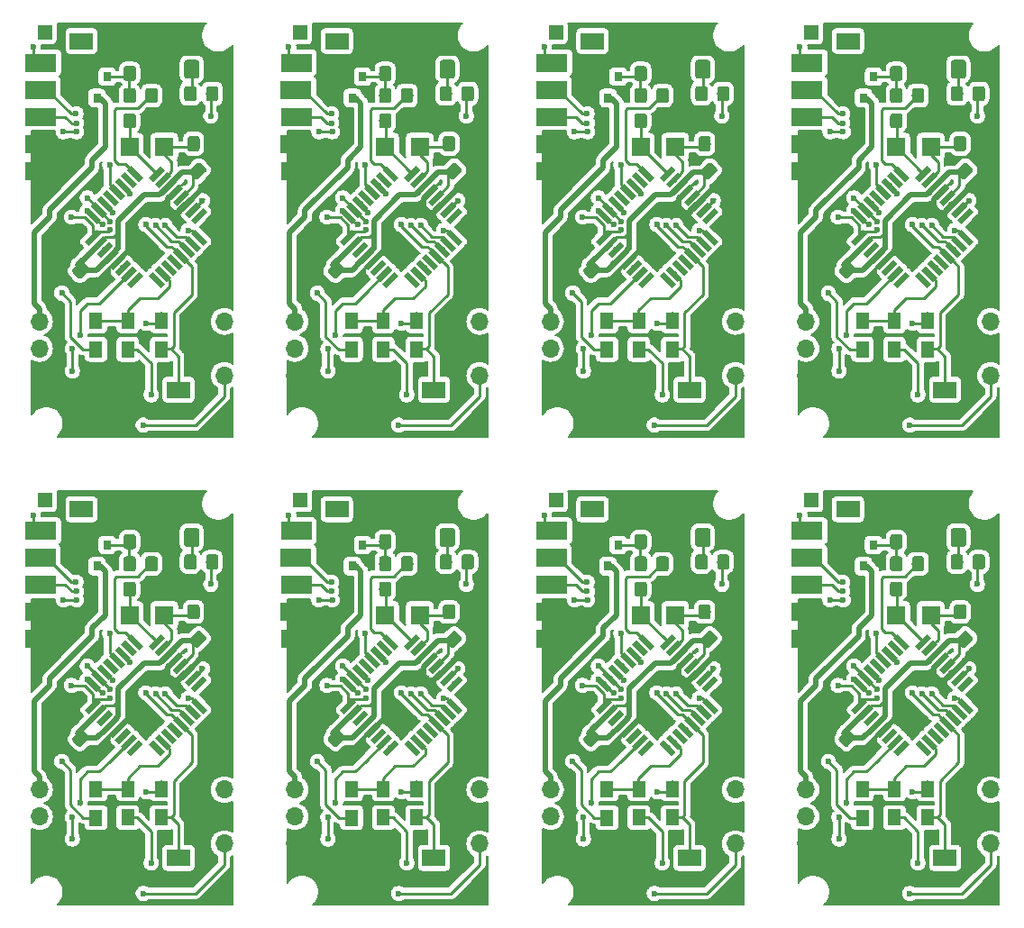
<source format=gtl>
%MOIN*%
%OFA0B0*%
%FSLAX46Y46*%
%IPPOS*%
%LPD*%
%ADD10O,0.066929133858267723X0.066929133858267723*%
%ADD11C,0.005905511811023622*%
%ADD12C,0.0452755905511811*%
%ADD13R,0.068897637795275593X0.070866141732283464*%
%ADD14R,0.031496062992125991X0.035433070866141732*%
%ADD15C,0.056102362204724414*%
%ADD16R,0.11811023622047245X0.066929133858267723*%
%ADD17C,0.021653543307086617*%
%ADD18R,0.085826771653543313X0.062992125984251982*%
%ADD19R,0.051181102362204731X0.059055118110236227*%
%ADD20R,0.053149606299212608X0.053149606299212608*%
%ADD21C,0.023622047244094488*%
%ADD22C,0.00984251968503937*%
%ADD23C,0.01968503937007874*%
%ADD24C,0.0078740157480314977*%
%ADD35O,0.066929133858267723X0.066929133858267723*%
%ADD36C,0.005905511811023622*%
%ADD37C,0.0452755905511811*%
%ADD38R,0.068897637795275593X0.070866141732283464*%
%ADD39R,0.031496062992125991X0.035433070866141732*%
%ADD40C,0.056102362204724414*%
%ADD41R,0.11811023622047245X0.066929133858267723*%
%ADD42C,0.021653543307086617*%
%ADD43R,0.085826771653543313X0.062992125984251982*%
%ADD44R,0.051181102362204731X0.059055118110236227*%
%ADD45R,0.053149606299212608X0.053149606299212608*%
%ADD46C,0.023622047244094488*%
%ADD47C,0.00984251968503937*%
%ADD48C,0.01968503937007874*%
%ADD49C,0.0078740157480314977*%
%ADD50O,0.066929133858267723X0.066929133858267723*%
%ADD51C,0.005905511811023622*%
%ADD52C,0.0452755905511811*%
%ADD53R,0.068897637795275593X0.070866141732283464*%
%ADD54R,0.031496062992125991X0.035433070866141732*%
%ADD55C,0.056102362204724414*%
%ADD56R,0.11811023622047245X0.066929133858267723*%
%ADD57C,0.021653543307086617*%
%ADD58R,0.085826771653543313X0.062992125984251982*%
%ADD59R,0.051181102362204731X0.059055118110236227*%
%ADD60R,0.053149606299212608X0.053149606299212608*%
%ADD61C,0.023622047244094488*%
%ADD62C,0.00984251968503937*%
%ADD63C,0.01968503937007874*%
%ADD64C,0.0078740157480314977*%
%ADD65O,0.066929133858267723X0.066929133858267723*%
%ADD66C,0.005905511811023622*%
%ADD67C,0.0452755905511811*%
%ADD68R,0.068897637795275593X0.070866141732283464*%
%ADD69R,0.031496062992125991X0.035433070866141732*%
%ADD70C,0.056102362204724414*%
%ADD71R,0.11811023622047245X0.066929133858267723*%
%ADD72C,0.021653543307086617*%
%ADD73R,0.085826771653543313X0.062992125984251982*%
%ADD74R,0.051181102362204731X0.059055118110236227*%
%ADD75R,0.053149606299212608X0.053149606299212608*%
%ADD76C,0.023622047244094488*%
%ADD77C,0.00984251968503937*%
%ADD78C,0.01968503937007874*%
%ADD79C,0.0078740157480314977*%
%ADD80O,0.066929133858267723X0.066929133858267723*%
%ADD81C,0.005905511811023622*%
%ADD82C,0.0452755905511811*%
%ADD83R,0.068897637795275593X0.070866141732283464*%
%ADD84R,0.031496062992125991X0.035433070866141732*%
%ADD85C,0.056102362204724414*%
%ADD86R,0.11811023622047245X0.066929133858267723*%
%ADD87C,0.021653543307086617*%
%ADD88R,0.085826771653543313X0.062992125984251982*%
%ADD89R,0.051181102362204731X0.059055118110236227*%
%ADD90R,0.053149606299212608X0.053149606299212608*%
%ADD91C,0.023622047244094488*%
%ADD92C,0.00984251968503937*%
%ADD93C,0.01968503937007874*%
%ADD94C,0.0078740157480314977*%
%ADD95O,0.066929133858267723X0.066929133858267723*%
%ADD96C,0.005905511811023622*%
%ADD97C,0.0452755905511811*%
%ADD98R,0.068897637795275593X0.070866141732283464*%
%ADD99R,0.031496062992125991X0.035433070866141732*%
%ADD100C,0.056102362204724414*%
%ADD101R,0.11811023622047245X0.066929133858267723*%
%ADD102C,0.021653543307086617*%
%ADD103R,0.085826771653543313X0.062992125984251982*%
%ADD104R,0.051181102362204731X0.059055118110236227*%
%ADD105R,0.053149606299212608X0.053149606299212608*%
%ADD106C,0.023622047244094488*%
%ADD107C,0.00984251968503937*%
%ADD108C,0.01968503937007874*%
%ADD109C,0.0078740157480314977*%
%ADD110O,0.066929133858267723X0.066929133858267723*%
%ADD111C,0.005905511811023622*%
%ADD112C,0.0452755905511811*%
%ADD113R,0.068897637795275593X0.070866141732283464*%
%ADD114R,0.031496062992125991X0.035433070866141732*%
%ADD115C,0.056102362204724414*%
%ADD116R,0.11811023622047245X0.066929133858267723*%
%ADD117C,0.021653543307086617*%
%ADD118R,0.085826771653543313X0.062992125984251982*%
%ADD119R,0.051181102362204731X0.059055118110236227*%
%ADD120R,0.053149606299212608X0.053149606299212608*%
%ADD121C,0.023622047244094488*%
%ADD122C,0.00984251968503937*%
%ADD123C,0.01968503937007874*%
%ADD124C,0.0078740157480314977*%
%ADD125O,0.066929133858267723X0.066929133858267723*%
%ADD126C,0.005905511811023622*%
%ADD127C,0.0452755905511811*%
%ADD128R,0.068897637795275593X0.070866141732283464*%
%ADD129R,0.031496062992125991X0.035433070866141732*%
%ADD130C,0.056102362204724414*%
%ADD131R,0.11811023622047245X0.066929133858267723*%
%ADD132C,0.021653543307086617*%
%ADD133R,0.085826771653543313X0.062992125984251982*%
%ADD134R,0.051181102362204731X0.059055118110236227*%
%ADD135R,0.053149606299212608X0.053149606299212608*%
%ADD136C,0.023622047244094488*%
%ADD137C,0.00984251968503937*%
%ADD138C,0.01968503937007874*%
%ADD139C,0.0078740157480314977*%
D10*
X-0006692913Y0004921259D02*
X0000051181Y0000248818D03*
X0000051181Y0000348818D03*
X0000051181Y0000448818D03*
D11*
G36*
X0000265262Y0000613071D02*
G01*
X0000266218Y0000612929D01*
X0000267155Y0000612695D01*
X0000268064Y0000612369D01*
X0000268937Y0000611956D01*
X0000269766Y0000611460D01*
X0000270542Y0000610884D01*
X0000271257Y0000610236D01*
X0000289353Y0000592140D01*
X0000290001Y0000591425D01*
X0000290577Y0000590649D01*
X0000291073Y0000589820D01*
X0000291486Y0000588947D01*
X0000291812Y0000588038D01*
X0000292046Y0000587101D01*
X0000292188Y0000586145D01*
X0000292235Y0000585181D01*
X0000292188Y0000584216D01*
X0000292046Y0000583261D01*
X0000291812Y0000582324D01*
X0000291486Y0000581414D01*
X0000291073Y0000580541D01*
X0000290577Y0000579713D01*
X0000290001Y0000578937D01*
X0000289353Y0000578221D01*
X0000264298Y0000553166D01*
X0000263582Y0000552517D01*
X0000262806Y0000551942D01*
X0000261978Y0000551445D01*
X0000261104Y0000551032D01*
X0000260195Y0000550707D01*
X0000259258Y0000550472D01*
X0000258303Y0000550331D01*
X0000257338Y0000550283D01*
X0000256373Y0000550331D01*
X0000255418Y0000550472D01*
X0000254481Y0000550707D01*
X0000253571Y0000551032D01*
X0000252698Y0000551445D01*
X0000251870Y0000551942D01*
X0000251094Y0000552517D01*
X0000250378Y0000553166D01*
X0000232283Y0000571261D01*
X0000231634Y0000571977D01*
X0000231059Y0000572753D01*
X0000230562Y0000573581D01*
X0000230149Y0000574455D01*
X0000229824Y0000575364D01*
X0000229589Y0000576301D01*
X0000229447Y0000577256D01*
X0000229400Y0000578221D01*
X0000229447Y0000579186D01*
X0000229589Y0000580141D01*
X0000229824Y0000581078D01*
X0000230149Y0000581988D01*
X0000230562Y0000582861D01*
X0000231059Y0000583689D01*
X0000231634Y0000584465D01*
X0000232283Y0000585181D01*
X0000257338Y0000610236D01*
X0000258054Y0000610884D01*
X0000258829Y0000611460D01*
X0000259658Y0000611956D01*
X0000260531Y0000612369D01*
X0000261440Y0000612695D01*
X0000262377Y0000612929D01*
X0000263333Y0000613071D01*
X0000264298Y0000613119D01*
X0000265262Y0000613071D01*
X0000265262Y0000613071D01*
G37*
D12*
X0000260818Y0000581701D03*
D11*
G36*
X0000208193Y0000670141D02*
G01*
X0000209148Y0000669999D01*
X0000210085Y0000669764D01*
X0000210995Y0000669439D01*
X0000211868Y0000669026D01*
X0000212696Y0000668529D01*
X0000213472Y0000667954D01*
X0000214188Y0000667305D01*
X0000232283Y0000649210D01*
X0000232932Y0000648494D01*
X0000233507Y0000647719D01*
X0000234004Y0000646890D01*
X0000234417Y0000646017D01*
X0000234742Y0000645107D01*
X0000234977Y0000644170D01*
X0000235118Y0000643215D01*
X0000235166Y0000642250D01*
X0000235118Y0000641286D01*
X0000234977Y0000640330D01*
X0000234742Y0000639393D01*
X0000234417Y0000638484D01*
X0000234004Y0000637611D01*
X0000233507Y0000636782D01*
X0000232932Y0000636006D01*
X0000232283Y0000635291D01*
X0000207228Y0000610236D01*
X0000206512Y0000609587D01*
X0000205736Y0000609012D01*
X0000204908Y0000608515D01*
X0000204035Y0000608102D01*
X0000203125Y0000607777D01*
X0000202188Y0000607542D01*
X0000201233Y0000607400D01*
X0000200268Y0000607353D01*
X0000199304Y0000607400D01*
X0000198348Y0000607542D01*
X0000197411Y0000607777D01*
X0000196502Y0000608102D01*
X0000195629Y0000608515D01*
X0000194800Y0000609012D01*
X0000194024Y0000609587D01*
X0000193309Y0000610236D01*
X0000175213Y0000628331D01*
X0000174565Y0000629047D01*
X0000173989Y0000629822D01*
X0000173493Y0000630651D01*
X0000173080Y0000631524D01*
X0000172754Y0000632434D01*
X0000172520Y0000633371D01*
X0000172378Y0000634326D01*
X0000172330Y0000635291D01*
X0000172378Y0000636255D01*
X0000172520Y0000637211D01*
X0000172754Y0000638148D01*
X0000173080Y0000639057D01*
X0000173493Y0000639930D01*
X0000173989Y0000640759D01*
X0000174565Y0000641535D01*
X0000175213Y0000642250D01*
X0000200268Y0000667305D01*
X0000200984Y0000667954D01*
X0000201760Y0000668529D01*
X0000202588Y0000669026D01*
X0000203461Y0000669439D01*
X0000204371Y0000669764D01*
X0000205308Y0000669999D01*
X0000206263Y0000670141D01*
X0000207228Y0000670188D01*
X0000208193Y0000670141D01*
X0000208193Y0000670141D01*
G37*
D12*
X0000203748Y0000638771D03*
D11*
G36*
X0000698333Y0000979213D02*
G01*
X0000699289Y0000979071D01*
X0000700226Y0000978836D01*
X0000701135Y0000978511D01*
X0000702008Y0000978098D01*
X0000702837Y0000977602D01*
X0000703612Y0000977026D01*
X0000704328Y0000976377D01*
X0000722423Y0000958282D01*
X0000723072Y0000957567D01*
X0000723648Y0000956791D01*
X0000724144Y0000955962D01*
X0000724557Y0000955089D01*
X0000724882Y0000954180D01*
X0000725117Y0000953243D01*
X0000725259Y0000952287D01*
X0000725306Y0000951322D01*
X0000725259Y0000950358D01*
X0000725117Y0000949402D01*
X0000724882Y0000948465D01*
X0000724557Y0000947556D01*
X0000724144Y0000946683D01*
X0000723648Y0000945854D01*
X0000723072Y0000945078D01*
X0000722423Y0000944363D01*
X0000697368Y0000919308D01*
X0000696653Y0000918659D01*
X0000695877Y0000918084D01*
X0000695049Y0000917587D01*
X0000694175Y0000917174D01*
X0000693266Y0000916849D01*
X0000692329Y0000916614D01*
X0000691374Y0000916472D01*
X0000690409Y0000916425D01*
X0000689444Y0000916472D01*
X0000688489Y0000916614D01*
X0000687552Y0000916849D01*
X0000686642Y0000917174D01*
X0000685769Y0000917587D01*
X0000684941Y0000918084D01*
X0000684165Y0000918659D01*
X0000683449Y0000919308D01*
X0000665354Y0000937403D01*
X0000664705Y0000938119D01*
X0000664130Y0000938895D01*
X0000663633Y0000939723D01*
X0000663220Y0000940596D01*
X0000662895Y0000941506D01*
X0000662660Y0000942443D01*
X0000662518Y0000943398D01*
X0000662471Y0000944363D01*
X0000662518Y0000945327D01*
X0000662660Y0000946283D01*
X0000662895Y0000947220D01*
X0000663220Y0000948129D01*
X0000663633Y0000949002D01*
X0000664130Y0000949831D01*
X0000664705Y0000950607D01*
X0000665354Y0000951322D01*
X0000690409Y0000976377D01*
X0000691124Y0000977026D01*
X0000691900Y0000977602D01*
X0000692729Y0000978098D01*
X0000693602Y0000978511D01*
X0000694511Y0000978836D01*
X0000695448Y0000979071D01*
X0000696404Y0000979213D01*
X0000697368Y0000979260D01*
X0000698333Y0000979213D01*
X0000698333Y0000979213D01*
G37*
D12*
X0000693889Y0000947843D03*
D11*
G36*
X0000641264Y0001036282D02*
G01*
X0000642219Y0001036141D01*
X0000643156Y0001035906D01*
X0000644065Y0001035581D01*
X0000644939Y0001035168D01*
X0000645767Y0001034671D01*
X0000646543Y0001034096D01*
X0000647259Y0001033447D01*
X0000665354Y0001015352D01*
X0000666002Y0001014636D01*
X0000666578Y0001013860D01*
X0000667074Y0001013032D01*
X0000667487Y0001012159D01*
X0000667813Y0001011249D01*
X0000668048Y0001010312D01*
X0000668189Y0001009357D01*
X0000668237Y0001008392D01*
X0000668189Y0001007427D01*
X0000668048Y0001006472D01*
X0000667813Y0001005535D01*
X0000667487Y0001004626D01*
X0000667074Y0001003752D01*
X0000666578Y0001002924D01*
X0000666002Y0001002148D01*
X0000665354Y0001001432D01*
X0000640299Y0000976377D01*
X0000639583Y0000975729D01*
X0000638807Y0000975153D01*
X0000637979Y0000974657D01*
X0000637106Y0000974244D01*
X0000636196Y0000973918D01*
X0000635259Y0000973684D01*
X0000634304Y0000973542D01*
X0000633339Y0000973495D01*
X0000632374Y0000973542D01*
X0000631419Y0000973684D01*
X0000630482Y0000973918D01*
X0000629573Y0000974244D01*
X0000628699Y0000974657D01*
X0000627871Y0000975153D01*
X0000627095Y0000975729D01*
X0000626380Y0000976377D01*
X0000608284Y0000994473D01*
X0000607635Y0000995188D01*
X0000607060Y0000995964D01*
X0000606564Y0000996793D01*
X0000606151Y0000997666D01*
X0000605825Y0000998575D01*
X0000605591Y0000999512D01*
X0000605449Y0001000468D01*
X0000605401Y0001001432D01*
X0000605449Y0001002397D01*
X0000605591Y0001003353D01*
X0000605825Y0001004290D01*
X0000606151Y0001005199D01*
X0000606564Y0001006072D01*
X0000607060Y0001006901D01*
X0000607635Y0001007676D01*
X0000608284Y0001008392D01*
X0000633339Y0001033447D01*
X0000634055Y0001034096D01*
X0000634831Y0001034671D01*
X0000635659Y0001035168D01*
X0000636532Y0001035581D01*
X0000637442Y0001035906D01*
X0000638379Y0001036141D01*
X0000639334Y0001036282D01*
X0000640299Y0001036330D01*
X0000641264Y0001036282D01*
X0000641264Y0001036282D01*
G37*
D12*
X0000636819Y0001004912D03*
D11*
G36*
X0000479311Y0001218456D02*
G01*
X0000480266Y0001218314D01*
X0000481203Y0001218080D01*
X0000482112Y0001217754D01*
X0000482986Y0001217341D01*
X0000483814Y0001216845D01*
X0000484590Y0001216269D01*
X0000485306Y0001215621D01*
X0000485954Y0001214905D01*
X0000486530Y0001214129D01*
X0000487026Y0001213301D01*
X0000487439Y0001212427D01*
X0000487765Y0001211518D01*
X0000487999Y0001210581D01*
X0000488141Y0001209626D01*
X0000488188Y0001208661D01*
X0000488188Y0001173228D01*
X0000488141Y0001172263D01*
X0000487999Y0001171308D01*
X0000487765Y0001170371D01*
X0000487439Y0001169461D01*
X0000487026Y0001168588D01*
X0000486530Y0001167760D01*
X0000485954Y0001166984D01*
X0000485306Y0001166268D01*
X0000484590Y0001165619D01*
X0000483814Y0001165044D01*
X0000482986Y0001164548D01*
X0000482112Y0001164135D01*
X0000481203Y0001163809D01*
X0000480266Y0001163574D01*
X0000479311Y0001163433D01*
X0000478346Y0001163385D01*
X0000452755Y0001163385D01*
X0000451791Y0001163433D01*
X0000450835Y0001163574D01*
X0000449898Y0001163809D01*
X0000448989Y0001164135D01*
X0000448116Y0001164548D01*
X0000447287Y0001165044D01*
X0000446511Y0001165619D01*
X0000445796Y0001166268D01*
X0000445147Y0001166984D01*
X0000444572Y0001167760D01*
X0000444075Y0001168588D01*
X0000443662Y0001169461D01*
X0000443337Y0001170371D01*
X0000443102Y0001171308D01*
X0000442960Y0001172263D01*
X0000442913Y0001173228D01*
X0000442913Y0001208661D01*
X0000442960Y0001209626D01*
X0000443102Y0001210581D01*
X0000443337Y0001211518D01*
X0000443662Y0001212427D01*
X0000444075Y0001213301D01*
X0000444572Y0001214129D01*
X0000445147Y0001214905D01*
X0000445796Y0001215621D01*
X0000446511Y0001216269D01*
X0000447287Y0001216845D01*
X0000448116Y0001217341D01*
X0000448989Y0001217754D01*
X0000449898Y0001218080D01*
X0000450835Y0001218314D01*
X0000451791Y0001218456D01*
X0000452755Y0001218503D01*
X0000478346Y0001218503D01*
X0000479311Y0001218456D01*
X0000479311Y0001218456D01*
G37*
D12*
X0000465551Y0001190944D03*
D11*
G36*
X0000398602Y0001218456D02*
G01*
X0000399557Y0001218314D01*
X0000400494Y0001218080D01*
X0000401404Y0001217754D01*
X0000402277Y0001217341D01*
X0000403105Y0001216845D01*
X0000403881Y0001216269D01*
X0000404597Y0001215621D01*
X0000405246Y0001214905D01*
X0000405821Y0001214129D01*
X0000406318Y0001213301D01*
X0000406731Y0001212427D01*
X0000407056Y0001211518D01*
X0000407291Y0001210581D01*
X0000407432Y0001209626D01*
X0000407480Y0001208661D01*
X0000407480Y0001173228D01*
X0000407432Y0001172263D01*
X0000407291Y0001171308D01*
X0000407056Y0001170371D01*
X0000406731Y0001169461D01*
X0000406318Y0001168588D01*
X0000405821Y0001167760D01*
X0000405246Y0001166984D01*
X0000404597Y0001166268D01*
X0000403881Y0001165619D01*
X0000403105Y0001165044D01*
X0000402277Y0001164548D01*
X0000401404Y0001164135D01*
X0000400494Y0001163809D01*
X0000399557Y0001163574D01*
X0000398602Y0001163433D01*
X0000397637Y0001163385D01*
X0000372047Y0001163385D01*
X0000371082Y0001163433D01*
X0000370127Y0001163574D01*
X0000369190Y0001163809D01*
X0000368280Y0001164135D01*
X0000367407Y0001164548D01*
X0000366578Y0001165044D01*
X0000365803Y0001165619D01*
X0000365087Y0001166268D01*
X0000364438Y0001166984D01*
X0000363863Y0001167760D01*
X0000363366Y0001168588D01*
X0000362953Y0001169461D01*
X0000362628Y0001170371D01*
X0000362393Y0001171308D01*
X0000362252Y0001172263D01*
X0000362204Y0001173228D01*
X0000362204Y0001208661D01*
X0000362252Y0001209626D01*
X0000362393Y0001210581D01*
X0000362628Y0001211518D01*
X0000362953Y0001212427D01*
X0000363366Y0001213301D01*
X0000363863Y0001214129D01*
X0000364438Y0001214905D01*
X0000365087Y0001215621D01*
X0000365803Y0001216269D01*
X0000366578Y0001216845D01*
X0000367407Y0001217341D01*
X0000368280Y0001217754D01*
X0000369190Y0001218080D01*
X0000370127Y0001218314D01*
X0000371082Y0001218456D01*
X0000372047Y0001218503D01*
X0000397637Y0001218503D01*
X0000398602Y0001218456D01*
X0000398602Y0001218456D01*
G37*
D12*
X0000384842Y0001190944D03*
D13*
X0000384842Y0001094488D03*
X0000512795Y0001094488D03*
D11*
G36*
X0000715531Y0001133810D02*
G01*
X0000716487Y0001133669D01*
X0000717424Y0001133434D01*
X0000718333Y0001133109D01*
X0000719206Y0001132696D01*
X0000720035Y0001132199D01*
X0000720810Y0001131624D01*
X0000721526Y0001130975D01*
X0000722175Y0001130259D01*
X0000722750Y0001129483D01*
X0000723247Y0001128655D01*
X0000723660Y0001127782D01*
X0000723985Y0001126872D01*
X0000724220Y0001125935D01*
X0000724362Y0001124980D01*
X0000724409Y0001124015D01*
X0000724409Y0001088582D01*
X0000724362Y0001087617D01*
X0000724220Y0001086662D01*
X0000723985Y0001085725D01*
X0000723660Y0001084816D01*
X0000723247Y0001083942D01*
X0000722750Y0001083114D01*
X0000722175Y0001082338D01*
X0000721526Y0001081622D01*
X0000720810Y0001080974D01*
X0000720035Y0001080398D01*
X0000719206Y0001079902D01*
X0000718333Y0001079489D01*
X0000717424Y0001079163D01*
X0000716487Y0001078929D01*
X0000715531Y0001078787D01*
X0000714566Y0001078740D01*
X0000688976Y0001078740D01*
X0000688011Y0001078787D01*
X0000687056Y0001078929D01*
X0000686119Y0001079163D01*
X0000685209Y0001079489D01*
X0000684336Y0001079902D01*
X0000683508Y0001080398D01*
X0000682732Y0001080974D01*
X0000682016Y0001081622D01*
X0000681367Y0001082338D01*
X0000680792Y0001083114D01*
X0000680296Y0001083942D01*
X0000679883Y0001084816D01*
X0000679557Y0001085725D01*
X0000679322Y0001086662D01*
X0000679181Y0001087617D01*
X0000679133Y0001088582D01*
X0000679133Y0001124015D01*
X0000679181Y0001124980D01*
X0000679322Y0001125935D01*
X0000679557Y0001126872D01*
X0000679883Y0001127782D01*
X0000680296Y0001128655D01*
X0000680792Y0001129483D01*
X0000681367Y0001130259D01*
X0000682016Y0001130975D01*
X0000682732Y0001131624D01*
X0000683508Y0001132199D01*
X0000684336Y0001132696D01*
X0000685209Y0001133109D01*
X0000686119Y0001133434D01*
X0000687056Y0001133669D01*
X0000688011Y0001133810D01*
X0000688976Y0001133858D01*
X0000714566Y0001133858D01*
X0000715531Y0001133810D01*
X0000715531Y0001133810D01*
G37*
D12*
X0000701771Y0001106299D03*
D11*
G36*
X0000634823Y0001133810D02*
G01*
X0000635778Y0001133669D01*
X0000636715Y0001133434D01*
X0000637624Y0001133109D01*
X0000638497Y0001132696D01*
X0000639326Y0001132199D01*
X0000640102Y0001131624D01*
X0000640817Y0001130975D01*
X0000641466Y0001130259D01*
X0000642042Y0001129483D01*
X0000642538Y0001128655D01*
X0000642951Y0001127782D01*
X0000643276Y0001126872D01*
X0000643511Y0001125935D01*
X0000643653Y0001124980D01*
X0000643700Y0001124015D01*
X0000643700Y0001088582D01*
X0000643653Y0001087617D01*
X0000643511Y0001086662D01*
X0000643276Y0001085725D01*
X0000642951Y0001084816D01*
X0000642538Y0001083942D01*
X0000642042Y0001083114D01*
X0000641466Y0001082338D01*
X0000640817Y0001081622D01*
X0000640102Y0001080974D01*
X0000639326Y0001080398D01*
X0000638497Y0001079902D01*
X0000637624Y0001079489D01*
X0000636715Y0001079163D01*
X0000635778Y0001078929D01*
X0000634823Y0001078787D01*
X0000633858Y0001078740D01*
X0000608267Y0001078740D01*
X0000607302Y0001078787D01*
X0000606347Y0001078929D01*
X0000605410Y0001079163D01*
X0000604501Y0001079489D01*
X0000603627Y0001079902D01*
X0000602799Y0001080398D01*
X0000602023Y0001080974D01*
X0000601307Y0001081622D01*
X0000600659Y0001082338D01*
X0000600083Y0001083114D01*
X0000599587Y0001083942D01*
X0000599174Y0001084816D01*
X0000598849Y0001085725D01*
X0000598614Y0001086662D01*
X0000598472Y0001087617D01*
X0000598425Y0001088582D01*
X0000598425Y0001124015D01*
X0000598472Y0001124980D01*
X0000598614Y0001125935D01*
X0000598849Y0001126872D01*
X0000599174Y0001127782D01*
X0000599587Y0001128655D01*
X0000600083Y0001129483D01*
X0000600659Y0001130259D01*
X0000601307Y0001130975D01*
X0000602023Y0001131624D01*
X0000602799Y0001132199D01*
X0000603627Y0001132696D01*
X0000604501Y0001133109D01*
X0000605410Y0001133434D01*
X0000606347Y0001133669D01*
X0000607302Y0001133810D01*
X0000608267Y0001133858D01*
X0000633858Y0001133858D01*
X0000634823Y0001133810D01*
X0000634823Y0001133810D01*
G37*
D12*
X0000621062Y0001106299D03*
D10*
X0000734586Y0000248759D03*
X0000734586Y0000348759D03*
X0000734586Y0000448759D03*
D11*
G36*
X0000398602Y0001393653D02*
G01*
X0000399557Y0001393511D01*
X0000400494Y0001393276D01*
X0000401404Y0001392951D01*
X0000402277Y0001392538D01*
X0000403105Y0001392042D01*
X0000403881Y0001391466D01*
X0000404597Y0001390817D01*
X0000405246Y0001390102D01*
X0000405821Y0001389326D01*
X0000406318Y0001388497D01*
X0000406731Y0001387624D01*
X0000407056Y0001386715D01*
X0000407291Y0001385778D01*
X0000407432Y0001384823D01*
X0000407480Y0001383858D01*
X0000407480Y0001348425D01*
X0000407432Y0001347460D01*
X0000407291Y0001346505D01*
X0000407056Y0001345568D01*
X0000406731Y0001344658D01*
X0000406318Y0001343785D01*
X0000405821Y0001342956D01*
X0000405246Y0001342181D01*
X0000404597Y0001341465D01*
X0000403881Y0001340816D01*
X0000403105Y0001340241D01*
X0000402277Y0001339744D01*
X0000401404Y0001339331D01*
X0000400494Y0001339006D01*
X0000399557Y0001338771D01*
X0000398602Y0001338630D01*
X0000397637Y0001338582D01*
X0000372047Y0001338582D01*
X0000371082Y0001338630D01*
X0000370127Y0001338771D01*
X0000369190Y0001339006D01*
X0000368280Y0001339331D01*
X0000367407Y0001339744D01*
X0000366578Y0001340241D01*
X0000365803Y0001340816D01*
X0000365087Y0001341465D01*
X0000364438Y0001342181D01*
X0000363863Y0001342956D01*
X0000363366Y0001343785D01*
X0000362953Y0001344658D01*
X0000362628Y0001345568D01*
X0000362393Y0001346505D01*
X0000362252Y0001347460D01*
X0000362204Y0001348425D01*
X0000362204Y0001383858D01*
X0000362252Y0001384823D01*
X0000362393Y0001385778D01*
X0000362628Y0001386715D01*
X0000362953Y0001387624D01*
X0000363366Y0001388497D01*
X0000363863Y0001389326D01*
X0000364438Y0001390102D01*
X0000365087Y0001390817D01*
X0000365803Y0001391466D01*
X0000366578Y0001392042D01*
X0000367407Y0001392538D01*
X0000368280Y0001392951D01*
X0000369190Y0001393276D01*
X0000370127Y0001393511D01*
X0000371082Y0001393653D01*
X0000372047Y0001393700D01*
X0000397637Y0001393700D01*
X0000398602Y0001393653D01*
X0000398602Y0001393653D01*
G37*
D12*
X0000384842Y0001366141D03*
D11*
G36*
X0000479311Y0001393653D02*
G01*
X0000480266Y0001393511D01*
X0000481203Y0001393276D01*
X0000482112Y0001392951D01*
X0000482986Y0001392538D01*
X0000483814Y0001392042D01*
X0000484590Y0001391466D01*
X0000485306Y0001390817D01*
X0000485954Y0001390102D01*
X0000486530Y0001389326D01*
X0000487026Y0001388497D01*
X0000487439Y0001387624D01*
X0000487765Y0001386715D01*
X0000487999Y0001385778D01*
X0000488141Y0001384823D01*
X0000488188Y0001383858D01*
X0000488188Y0001348425D01*
X0000488141Y0001347460D01*
X0000487999Y0001346505D01*
X0000487765Y0001345568D01*
X0000487439Y0001344658D01*
X0000487026Y0001343785D01*
X0000486530Y0001342956D01*
X0000485954Y0001342181D01*
X0000485306Y0001341465D01*
X0000484590Y0001340816D01*
X0000483814Y0001340241D01*
X0000482986Y0001339744D01*
X0000482112Y0001339331D01*
X0000481203Y0001339006D01*
X0000480266Y0001338771D01*
X0000479311Y0001338630D01*
X0000478346Y0001338582D01*
X0000452755Y0001338582D01*
X0000451791Y0001338630D01*
X0000450835Y0001338771D01*
X0000449898Y0001339006D01*
X0000448989Y0001339331D01*
X0000448116Y0001339744D01*
X0000447287Y0001340241D01*
X0000446511Y0001340816D01*
X0000445796Y0001341465D01*
X0000445147Y0001342181D01*
X0000444572Y0001342956D01*
X0000444075Y0001343785D01*
X0000443662Y0001344658D01*
X0000443337Y0001345568D01*
X0000443102Y0001346505D01*
X0000442960Y0001347460D01*
X0000442913Y0001348425D01*
X0000442913Y0001383858D01*
X0000442960Y0001384823D01*
X0000443102Y0001385778D01*
X0000443337Y0001386715D01*
X0000443662Y0001387624D01*
X0000444075Y0001388497D01*
X0000444572Y0001389326D01*
X0000445147Y0001390102D01*
X0000445796Y0001390817D01*
X0000446511Y0001391466D01*
X0000447287Y0001392042D01*
X0000448116Y0001392538D01*
X0000448989Y0001392951D01*
X0000449898Y0001393276D01*
X0000450835Y0001393511D01*
X0000451791Y0001393653D01*
X0000452755Y0001393700D01*
X0000478346Y0001393700D01*
X0000479311Y0001393653D01*
X0000479311Y0001393653D01*
G37*
D12*
X0000465551Y0001366141D03*
D11*
G36*
X0000479311Y0001311960D02*
G01*
X0000480266Y0001311818D01*
X0000481203Y0001311584D01*
X0000482112Y0001311258D01*
X0000482986Y0001310845D01*
X0000483814Y0001310349D01*
X0000484590Y0001309773D01*
X0000485306Y0001309125D01*
X0000485954Y0001308409D01*
X0000486530Y0001307633D01*
X0000487026Y0001306805D01*
X0000487439Y0001305931D01*
X0000487765Y0001305022D01*
X0000487999Y0001304085D01*
X0000488141Y0001303130D01*
X0000488188Y0001302165D01*
X0000488188Y0001266732D01*
X0000488141Y0001265767D01*
X0000487999Y0001264812D01*
X0000487765Y0001263875D01*
X0000487439Y0001262965D01*
X0000487026Y0001262092D01*
X0000486530Y0001261264D01*
X0000485954Y0001260488D01*
X0000485306Y0001259772D01*
X0000484590Y0001259123D01*
X0000483814Y0001258548D01*
X0000482986Y0001258051D01*
X0000482112Y0001257638D01*
X0000481203Y0001257313D01*
X0000480266Y0001257078D01*
X0000479311Y0001256937D01*
X0000478346Y0001256889D01*
X0000452755Y0001256889D01*
X0000451791Y0001256937D01*
X0000450835Y0001257078D01*
X0000449898Y0001257313D01*
X0000448989Y0001257638D01*
X0000448116Y0001258051D01*
X0000447287Y0001258548D01*
X0000446511Y0001259123D01*
X0000445796Y0001259772D01*
X0000445147Y0001260488D01*
X0000444572Y0001261264D01*
X0000444075Y0001262092D01*
X0000443662Y0001262965D01*
X0000443337Y0001263875D01*
X0000443102Y0001264812D01*
X0000442960Y0001265767D01*
X0000442913Y0001266732D01*
X0000442913Y0001302165D01*
X0000442960Y0001303130D01*
X0000443102Y0001304085D01*
X0000443337Y0001305022D01*
X0000443662Y0001305931D01*
X0000444075Y0001306805D01*
X0000444572Y0001307633D01*
X0000445147Y0001308409D01*
X0000445796Y0001309125D01*
X0000446511Y0001309773D01*
X0000447287Y0001310349D01*
X0000448116Y0001310845D01*
X0000448989Y0001311258D01*
X0000449898Y0001311584D01*
X0000450835Y0001311818D01*
X0000451791Y0001311960D01*
X0000452755Y0001312007D01*
X0000478346Y0001312007D01*
X0000479311Y0001311960D01*
X0000479311Y0001311960D01*
G37*
D12*
X0000465551Y0001284448D03*
D11*
G36*
X0000398602Y0001311960D02*
G01*
X0000399557Y0001311818D01*
X0000400494Y0001311584D01*
X0000401404Y0001311258D01*
X0000402277Y0001310845D01*
X0000403105Y0001310349D01*
X0000403881Y0001309773D01*
X0000404597Y0001309125D01*
X0000405246Y0001308409D01*
X0000405821Y0001307633D01*
X0000406318Y0001306805D01*
X0000406731Y0001305931D01*
X0000407056Y0001305022D01*
X0000407291Y0001304085D01*
X0000407432Y0001303130D01*
X0000407480Y0001302165D01*
X0000407480Y0001266732D01*
X0000407432Y0001265767D01*
X0000407291Y0001264812D01*
X0000407056Y0001263875D01*
X0000406731Y0001262965D01*
X0000406318Y0001262092D01*
X0000405821Y0001261264D01*
X0000405246Y0001260488D01*
X0000404597Y0001259772D01*
X0000403881Y0001259123D01*
X0000403105Y0001258548D01*
X0000402277Y0001258051D01*
X0000401404Y0001257638D01*
X0000400494Y0001257313D01*
X0000399557Y0001257078D01*
X0000398602Y0001256937D01*
X0000397637Y0001256889D01*
X0000372047Y0001256889D01*
X0000371082Y0001256937D01*
X0000370127Y0001257078D01*
X0000369190Y0001257313D01*
X0000368280Y0001257638D01*
X0000367407Y0001258051D01*
X0000366578Y0001258548D01*
X0000365803Y0001259123D01*
X0000365087Y0001259772D01*
X0000364438Y0001260488D01*
X0000363863Y0001261264D01*
X0000363366Y0001262092D01*
X0000362953Y0001262965D01*
X0000362628Y0001263875D01*
X0000362393Y0001264812D01*
X0000362252Y0001265767D01*
X0000362204Y0001266732D01*
X0000362204Y0001302165D01*
X0000362252Y0001303130D01*
X0000362393Y0001304085D01*
X0000362628Y0001305022D01*
X0000362953Y0001305931D01*
X0000363366Y0001306805D01*
X0000363863Y0001307633D01*
X0000364438Y0001308409D01*
X0000365087Y0001309125D01*
X0000365803Y0001309773D01*
X0000366578Y0001310349D01*
X0000367407Y0001310845D01*
X0000368280Y0001311258D01*
X0000369190Y0001311584D01*
X0000370127Y0001311818D01*
X0000371082Y0001311960D01*
X0000372047Y0001312007D01*
X0000397637Y0001312007D01*
X0000398602Y0001311960D01*
X0000398602Y0001311960D01*
G37*
D12*
X0000384842Y0001284448D03*
D14*
X0000263779Y0001275590D03*
X0000226377Y0001354330D03*
X0000301181Y0001354330D03*
D11*
G36*
X0000703720Y0001318850D02*
G01*
X0000704676Y0001318708D01*
X0000705613Y0001318473D01*
X0000706522Y0001318148D01*
X0000707395Y0001317735D01*
X0000708224Y0001317238D01*
X0000708999Y0001316663D01*
X0000709715Y0001316014D01*
X0000710364Y0001315299D01*
X0000710939Y0001314523D01*
X0000711436Y0001313694D01*
X0000711849Y0001312821D01*
X0000712174Y0001311912D01*
X0000712409Y0001310975D01*
X0000712550Y0001310019D01*
X0000712598Y0001309055D01*
X0000712598Y0001273621D01*
X0000712550Y0001272657D01*
X0000712409Y0001271701D01*
X0000712174Y0001270764D01*
X0000711849Y0001269855D01*
X0000711436Y0001268982D01*
X0000710939Y0001268153D01*
X0000710364Y0001267377D01*
X0000709715Y0001266662D01*
X0000708999Y0001266013D01*
X0000708224Y0001265438D01*
X0000707395Y0001264941D01*
X0000706522Y0001264528D01*
X0000705613Y0001264203D01*
X0000704676Y0001263968D01*
X0000703720Y0001263826D01*
X0000702755Y0001263779D01*
X0000677165Y0001263779D01*
X0000676200Y0001263826D01*
X0000675245Y0001263968D01*
X0000674308Y0001264203D01*
X0000673398Y0001264528D01*
X0000672525Y0001264941D01*
X0000671697Y0001265438D01*
X0000670921Y0001266013D01*
X0000670205Y0001266662D01*
X0000669556Y0001267377D01*
X0000668981Y0001268153D01*
X0000668485Y0001268982D01*
X0000668072Y0001269855D01*
X0000667746Y0001270764D01*
X0000667511Y0001271701D01*
X0000667370Y0001272657D01*
X0000667322Y0001273621D01*
X0000667322Y0001309055D01*
X0000667370Y0001310019D01*
X0000667511Y0001310975D01*
X0000667746Y0001311912D01*
X0000668072Y0001312821D01*
X0000668485Y0001313694D01*
X0000668981Y0001314523D01*
X0000669556Y0001315299D01*
X0000670205Y0001316014D01*
X0000670921Y0001316663D01*
X0000671697Y0001317238D01*
X0000672525Y0001317735D01*
X0000673398Y0001318148D01*
X0000674308Y0001318473D01*
X0000675245Y0001318708D01*
X0000676200Y0001318850D01*
X0000677165Y0001318897D01*
X0000702755Y0001318897D01*
X0000703720Y0001318850D01*
X0000703720Y0001318850D01*
G37*
D12*
X0000689960Y0001291338D03*
D11*
G36*
X0000623011Y0001318850D02*
G01*
X0000623967Y0001318708D01*
X0000624904Y0001318473D01*
X0000625813Y0001318148D01*
X0000626686Y0001317735D01*
X0000627515Y0001317238D01*
X0000628291Y0001316663D01*
X0000629006Y0001316014D01*
X0000629655Y0001315299D01*
X0000630231Y0001314523D01*
X0000630727Y0001313694D01*
X0000631140Y0001312821D01*
X0000631465Y0001311912D01*
X0000631700Y0001310975D01*
X0000631842Y0001310019D01*
X0000631889Y0001309055D01*
X0000631889Y0001273621D01*
X0000631842Y0001272657D01*
X0000631700Y0001271701D01*
X0000631465Y0001270764D01*
X0000631140Y0001269855D01*
X0000630727Y0001268982D01*
X0000630231Y0001268153D01*
X0000629655Y0001267377D01*
X0000629006Y0001266662D01*
X0000628291Y0001266013D01*
X0000627515Y0001265438D01*
X0000626686Y0001264941D01*
X0000625813Y0001264528D01*
X0000624904Y0001264203D01*
X0000623967Y0001263968D01*
X0000623011Y0001263826D01*
X0000622047Y0001263779D01*
X0000596456Y0001263779D01*
X0000595491Y0001263826D01*
X0000594536Y0001263968D01*
X0000593599Y0001264203D01*
X0000592690Y0001264528D01*
X0000591816Y0001264941D01*
X0000590988Y0001265438D01*
X0000590212Y0001266013D01*
X0000589496Y0001266662D01*
X0000588848Y0001267377D01*
X0000588272Y0001268153D01*
X0000587776Y0001268982D01*
X0000587363Y0001269855D01*
X0000587037Y0001270764D01*
X0000586803Y0001271701D01*
X0000586661Y0001272657D01*
X0000586614Y0001273621D01*
X0000586614Y0001309055D01*
X0000586661Y0001310019D01*
X0000586803Y0001310975D01*
X0000587037Y0001311912D01*
X0000587363Y0001312821D01*
X0000587776Y0001313694D01*
X0000588272Y0001314523D01*
X0000588848Y0001315299D01*
X0000589496Y0001316014D01*
X0000590212Y0001316663D01*
X0000590988Y0001317238D01*
X0000591816Y0001317735D01*
X0000592690Y0001318148D01*
X0000593599Y0001318473D01*
X0000594536Y0001318708D01*
X0000595491Y0001318850D01*
X0000596456Y0001318897D01*
X0000622047Y0001318897D01*
X0000623011Y0001318850D01*
X0000623011Y0001318850D01*
G37*
D12*
X0000609251Y0001291338D03*
D11*
G36*
X0000633838Y0001416291D02*
G01*
X0000634794Y0001416149D01*
X0000635731Y0001415914D01*
X0000636640Y0001415589D01*
X0000637513Y0001415176D01*
X0000638342Y0001414679D01*
X0000639118Y0001414104D01*
X0000639833Y0001413455D01*
X0000640482Y0001412740D01*
X0000641057Y0001411964D01*
X0000641554Y0001411135D01*
X0000641967Y0001410262D01*
X0000642292Y0001409353D01*
X0000642527Y0001408416D01*
X0000642669Y0001407460D01*
X0000642716Y0001406496D01*
X0000642716Y0001357283D01*
X0000642669Y0001356318D01*
X0000642527Y0001355363D01*
X0000642292Y0001354426D01*
X0000641967Y0001353516D01*
X0000641554Y0001352643D01*
X0000641057Y0001351815D01*
X0000640482Y0001351039D01*
X0000639833Y0001350323D01*
X0000639118Y0001349675D01*
X0000638342Y0001349099D01*
X0000637513Y0001348603D01*
X0000636640Y0001348190D01*
X0000635731Y0001347864D01*
X0000634794Y0001347630D01*
X0000633838Y0001347488D01*
X0000632873Y0001347440D01*
X0000596456Y0001347440D01*
X0000595491Y0001347488D01*
X0000594536Y0001347630D01*
X0000593599Y0001347864D01*
X0000592690Y0001348190D01*
X0000591816Y0001348603D01*
X0000590988Y0001349099D01*
X0000590212Y0001349675D01*
X0000589496Y0001350323D01*
X0000588848Y0001351039D01*
X0000588272Y0001351815D01*
X0000587776Y0001352643D01*
X0000587363Y0001353516D01*
X0000587037Y0001354426D01*
X0000586803Y0001355363D01*
X0000586661Y0001356318D01*
X0000586614Y0001357283D01*
X0000586614Y0001406496D01*
X0000586661Y0001407460D01*
X0000586803Y0001408416D01*
X0000587037Y0001409353D01*
X0000587363Y0001410262D01*
X0000587776Y0001411135D01*
X0000588272Y0001411964D01*
X0000588848Y0001412740D01*
X0000589496Y0001413455D01*
X0000590212Y0001414104D01*
X0000590988Y0001414679D01*
X0000591816Y0001415176D01*
X0000592690Y0001415589D01*
X0000593599Y0001415914D01*
X0000594536Y0001416149D01*
X0000595491Y0001416291D01*
X0000596456Y0001416338D01*
X0000632873Y0001416338D01*
X0000633838Y0001416291D01*
X0000633838Y0001416291D01*
G37*
D15*
X0000614665Y0001381889D03*
D11*
G36*
X0000750964Y0001416291D02*
G01*
X0000751920Y0001416149D01*
X0000752857Y0001415914D01*
X0000753766Y0001415589D01*
X0000754639Y0001415176D01*
X0000755468Y0001414679D01*
X0000756243Y0001414104D01*
X0000756959Y0001413455D01*
X0000757608Y0001412740D01*
X0000758183Y0001411964D01*
X0000758680Y0001411135D01*
X0000759093Y0001410262D01*
X0000759418Y0001409353D01*
X0000759653Y0001408416D01*
X0000759795Y0001407460D01*
X0000759842Y0001406496D01*
X0000759842Y0001357283D01*
X0000759795Y0001356318D01*
X0000759653Y0001355363D01*
X0000759418Y0001354426D01*
X0000759093Y0001353516D01*
X0000758680Y0001352643D01*
X0000758183Y0001351815D01*
X0000757608Y0001351039D01*
X0000756959Y0001350323D01*
X0000756243Y0001349675D01*
X0000755468Y0001349099D01*
X0000754639Y0001348603D01*
X0000753766Y0001348190D01*
X0000752857Y0001347864D01*
X0000751920Y0001347630D01*
X0000750964Y0001347488D01*
X0000750000Y0001347440D01*
X0000713582Y0001347440D01*
X0000712617Y0001347488D01*
X0000711662Y0001347630D01*
X0000710725Y0001347864D01*
X0000709816Y0001348190D01*
X0000708942Y0001348603D01*
X0000708114Y0001349099D01*
X0000707338Y0001349675D01*
X0000706622Y0001350323D01*
X0000705974Y0001351039D01*
X0000705398Y0001351815D01*
X0000704902Y0001352643D01*
X0000704489Y0001353516D01*
X0000704163Y0001354426D01*
X0000703929Y0001355363D01*
X0000703787Y0001356318D01*
X0000703740Y0001357283D01*
X0000703740Y0001406496D01*
X0000703787Y0001407460D01*
X0000703929Y0001408416D01*
X0000704163Y0001409353D01*
X0000704489Y0001410262D01*
X0000704902Y0001411135D01*
X0000705398Y0001411964D01*
X0000705974Y0001412740D01*
X0000706622Y0001413455D01*
X0000707338Y0001414104D01*
X0000708114Y0001414679D01*
X0000708942Y0001415176D01*
X0000709816Y0001415589D01*
X0000710725Y0001415914D01*
X0000711662Y0001416149D01*
X0000712617Y0001416291D01*
X0000713582Y0001416338D01*
X0000750000Y0001416338D01*
X0000750964Y0001416291D01*
X0000750964Y0001416291D01*
G37*
D15*
X0000731791Y0001381889D03*
D16*
X0000055531Y0001406259D03*
X0000055531Y0001206259D03*
X0000055531Y0001006259D03*
X0000054586Y0001306259D03*
X0000054586Y0001106259D03*
D17*
X0000640850Y0000839126D03*
D11*
G36*
X0000655465Y0000869052D02*
G01*
X0000670777Y0000853741D01*
X0000626235Y0000809199D01*
X0000610923Y0000824510D01*
X0000655465Y0000869052D01*
X0000655465Y0000869052D01*
G37*
D17*
X0000618579Y0000861397D03*
D11*
G36*
X0000633194Y0000891323D02*
G01*
X0000648506Y0000876012D01*
X0000603964Y0000831470D01*
X0000588652Y0000846781D01*
X0000633194Y0000891323D01*
X0000633194Y0000891323D01*
G37*
D17*
X0000596308Y0000883668D03*
D11*
G36*
X0000610923Y0000913595D02*
G01*
X0000626235Y0000898283D01*
X0000581692Y0000853741D01*
X0000566381Y0000869052D01*
X0000610923Y0000913595D01*
X0000610923Y0000913595D01*
G37*
D17*
X0000574037Y0000905939D03*
D11*
G36*
X0000588652Y0000935866D02*
G01*
X0000603964Y0000920554D01*
X0000559421Y0000876012D01*
X0000544110Y0000891323D01*
X0000588652Y0000935866D01*
X0000588652Y0000935866D01*
G37*
D17*
X0000551766Y0000928210D03*
D11*
G36*
X0000566381Y0000958137D02*
G01*
X0000581692Y0000942825D01*
X0000537150Y0000898283D01*
X0000521839Y0000913595D01*
X0000566381Y0000958137D01*
X0000566381Y0000958137D01*
G37*
D17*
X0000529495Y0000950481D03*
D11*
G36*
X0000544110Y0000980408D02*
G01*
X0000559421Y0000965096D01*
X0000514879Y0000920554D01*
X0000499568Y0000935866D01*
X0000544110Y0000980408D01*
X0000544110Y0000980408D01*
G37*
D17*
X0000507223Y0000972752D03*
D11*
G36*
X0000521839Y0001002679D02*
G01*
X0000537150Y0000987368D01*
X0000492608Y0000942825D01*
X0000477297Y0000958137D01*
X0000521839Y0001002679D01*
X0000521839Y0001002679D01*
G37*
D17*
X0000484952Y0000995023D03*
D11*
G36*
X0000499568Y0001024950D02*
G01*
X0000514879Y0001009639D01*
X0000470337Y0000965096D01*
X0000455026Y0000980408D01*
X0000499568Y0001024950D01*
X0000499568Y0001024950D01*
G37*
D17*
X0000404220Y0000995023D03*
D11*
G36*
X0000374293Y0001009639D02*
G01*
X0000389604Y0001024950D01*
X0000434147Y0000980408D01*
X0000418835Y0000965096D01*
X0000374293Y0001009639D01*
X0000374293Y0001009639D01*
G37*
D17*
X0000381949Y0000972752D03*
D11*
G36*
X0000352022Y0000987368D02*
G01*
X0000367333Y0001002679D01*
X0000411875Y0000958137D01*
X0000396564Y0000942825D01*
X0000352022Y0000987368D01*
X0000352022Y0000987368D01*
G37*
D17*
X0000359678Y0000950481D03*
D11*
G36*
X0000329751Y0000965096D02*
G01*
X0000345062Y0000980408D01*
X0000389604Y0000935866D01*
X0000374293Y0000920554D01*
X0000329751Y0000965096D01*
X0000329751Y0000965096D01*
G37*
D17*
X0000337407Y0000928210D03*
D11*
G36*
X0000307480Y0000942825D02*
G01*
X0000322791Y0000958137D01*
X0000367333Y0000913595D01*
X0000352022Y0000898283D01*
X0000307480Y0000942825D01*
X0000307480Y0000942825D01*
G37*
D17*
X0000315135Y0000905939D03*
D11*
G36*
X0000285209Y0000920554D02*
G01*
X0000300520Y0000935866D01*
X0000345062Y0000891323D01*
X0000329751Y0000876012D01*
X0000285209Y0000920554D01*
X0000285209Y0000920554D01*
G37*
D17*
X0000292864Y0000883668D03*
D11*
G36*
X0000262938Y0000898283D02*
G01*
X0000278249Y0000913595D01*
X0000322791Y0000869052D01*
X0000307480Y0000853741D01*
X0000262938Y0000898283D01*
X0000262938Y0000898283D01*
G37*
D17*
X0000270593Y0000861397D03*
D11*
G36*
X0000240667Y0000876012D02*
G01*
X0000255978Y0000891323D01*
X0000300520Y0000846781D01*
X0000285209Y0000831470D01*
X0000240667Y0000876012D01*
X0000240667Y0000876012D01*
G37*
D17*
X0000248322Y0000839126D03*
D11*
G36*
X0000218395Y0000853741D02*
G01*
X0000233707Y0000869052D01*
X0000278249Y0000824510D01*
X0000262938Y0000809199D01*
X0000218395Y0000853741D01*
X0000218395Y0000853741D01*
G37*
D17*
X0000248322Y0000758393D03*
D11*
G36*
X0000262938Y0000788320D02*
G01*
X0000278249Y0000773008D01*
X0000233707Y0000728466D01*
X0000218395Y0000743778D01*
X0000262938Y0000788320D01*
X0000262938Y0000788320D01*
G37*
D17*
X0000270593Y0000736122D03*
D11*
G36*
X0000285209Y0000766049D02*
G01*
X0000300520Y0000750737D01*
X0000255978Y0000706195D01*
X0000240667Y0000721507D01*
X0000285209Y0000766049D01*
X0000285209Y0000766049D01*
G37*
D17*
X0000292864Y0000713851D03*
D11*
G36*
X0000307480Y0000743778D02*
G01*
X0000322791Y0000728466D01*
X0000278249Y0000683924D01*
X0000262938Y0000699235D01*
X0000307480Y0000743778D01*
X0000307480Y0000743778D01*
G37*
D17*
X0000315135Y0000691580D03*
D11*
G36*
X0000329751Y0000721507D02*
G01*
X0000345062Y0000706195D01*
X0000300520Y0000661653D01*
X0000285209Y0000676964D01*
X0000329751Y0000721507D01*
X0000329751Y0000721507D01*
G37*
D17*
X0000337407Y0000669309D03*
D11*
G36*
X0000352022Y0000699235D02*
G01*
X0000367333Y0000683924D01*
X0000322791Y0000639382D01*
X0000307480Y0000654693D01*
X0000352022Y0000699235D01*
X0000352022Y0000699235D01*
G37*
D17*
X0000359678Y0000647038D03*
D11*
G36*
X0000374293Y0000676964D02*
G01*
X0000389604Y0000661653D01*
X0000345062Y0000617111D01*
X0000329751Y0000632422D01*
X0000374293Y0000676964D01*
X0000374293Y0000676964D01*
G37*
D17*
X0000381949Y0000624767D03*
D11*
G36*
X0000396564Y0000654693D02*
G01*
X0000411875Y0000639382D01*
X0000367333Y0000594840D01*
X0000352022Y0000610151D01*
X0000396564Y0000654693D01*
X0000396564Y0000654693D01*
G37*
D17*
X0000404220Y0000602495D03*
D11*
G36*
X0000418835Y0000632422D02*
G01*
X0000434147Y0000617111D01*
X0000389604Y0000572569D01*
X0000374293Y0000587880D01*
X0000418835Y0000632422D01*
X0000418835Y0000632422D01*
G37*
D17*
X0000484952Y0000602495D03*
D11*
G36*
X0000455026Y0000617111D02*
G01*
X0000470337Y0000632422D01*
X0000514879Y0000587880D01*
X0000499568Y0000572569D01*
X0000455026Y0000617111D01*
X0000455026Y0000617111D01*
G37*
D17*
X0000507223Y0000624767D03*
D11*
G36*
X0000477297Y0000639382D02*
G01*
X0000492608Y0000654693D01*
X0000537150Y0000610151D01*
X0000521839Y0000594840D01*
X0000477297Y0000639382D01*
X0000477297Y0000639382D01*
G37*
D17*
X0000529495Y0000647038D03*
D11*
G36*
X0000499568Y0000661653D02*
G01*
X0000514879Y0000676964D01*
X0000559421Y0000632422D01*
X0000544110Y0000617111D01*
X0000499568Y0000661653D01*
X0000499568Y0000661653D01*
G37*
D17*
X0000551766Y0000669309D03*
D11*
G36*
X0000521839Y0000683924D02*
G01*
X0000537150Y0000699235D01*
X0000581692Y0000654693D01*
X0000566381Y0000639382D01*
X0000521839Y0000683924D01*
X0000521839Y0000683924D01*
G37*
D17*
X0000574037Y0000691580D03*
D11*
G36*
X0000544110Y0000706195D02*
G01*
X0000559421Y0000721507D01*
X0000603964Y0000676964D01*
X0000588652Y0000661653D01*
X0000544110Y0000706195D01*
X0000544110Y0000706195D01*
G37*
D17*
X0000596308Y0000713851D03*
D11*
G36*
X0000566381Y0000728466D02*
G01*
X0000581692Y0000743778D01*
X0000626235Y0000699235D01*
X0000610923Y0000683924D01*
X0000566381Y0000728466D01*
X0000566381Y0000728466D01*
G37*
D17*
X0000618579Y0000736122D03*
D11*
G36*
X0000588652Y0000750737D02*
G01*
X0000603964Y0000766049D01*
X0000648506Y0000721507D01*
X0000633194Y0000706195D01*
X0000588652Y0000750737D01*
X0000588652Y0000750737D01*
G37*
D17*
X0000640850Y0000758393D03*
D11*
G36*
X0000610923Y0000773008D02*
G01*
X0000626235Y0000788320D01*
X0000670777Y0000743778D01*
X0000655465Y0000728466D01*
X0000610923Y0000773008D01*
X0000610923Y0000773008D01*
G37*
D18*
X0000203877Y0000196259D03*
X0000565295Y0000196259D03*
X0000206377Y0001486259D03*
X0000567795Y0001486259D03*
D19*
X0000501968Y0000451771D03*
X0000501968Y0000345472D03*
D20*
X0000072086Y0001518759D03*
D19*
X0000377952Y0000451909D03*
X0000377952Y0000345610D03*
X0000260086Y0000345259D03*
X0000260086Y0000451559D03*
D21*
X0000645669Y0001015747D03*
X0000028086Y0001464259D03*
X0000444881Y0000441480D03*
X0000659448Y0000673228D03*
X0000255905Y0000566929D03*
X0000342519Y0001448818D03*
X0000224409Y0000177165D03*
X0000559055Y0000822834D03*
X0000496456Y0001445590D03*
X0000035433Y0000913385D03*
X0000074803Y0000763779D03*
X0000074803Y0000708661D03*
X0000074803Y0000645669D03*
X0000074803Y0000582677D03*
X0000173228Y0001354330D03*
X0000157480Y0000604330D03*
X0000035433Y0000881889D03*
X0000035433Y0000850393D03*
X0000734251Y0000084645D03*
X0000734251Y0000049212D03*
X0000700787Y0000049212D03*
X0000693889Y0000947843D03*
X0000717519Y0000887795D03*
X0000716535Y0000834645D03*
X0000653543Y0000895669D03*
X0000685039Y0001208661D03*
X0000321782Y0000851935D03*
X0000600889Y0000785532D03*
X0000228346Y0000905511D03*
X0000313556Y0000819593D03*
X0000228346Y0000858267D03*
X0000284465Y0000806727D03*
X0000169291Y0000834645D03*
X0000312426Y0000788116D03*
X0000188762Y0001150259D03*
X0000444881Y0000807086D03*
X0000139479Y0001150303D03*
X0000480314Y0000803149D03*
X0000187086Y0001182259D03*
X0000186457Y0001216419D03*
X0000515747Y0000803149D03*
X0000435039Y0000064960D03*
X0000200787Y0000399606D03*
X0000173228Y0000346456D03*
X0000173228Y0000265748D03*
X0000464566Y0000177165D03*
X0000133858Y0000553149D03*
X0000386111Y0000919866D03*
X0000206377Y0001484251D03*
X0000311023Y0001027559D03*
D22*
X0000502086Y0000453409D02*
X0000502086Y0000462008D01*
X0000028086Y0001464259D02*
X0000028086Y0001433704D01*
X0000028086Y0001433704D02*
X0000055531Y0001406259D01*
X0000346086Y0000737259D02*
X0000346086Y0000722530D01*
X0000346086Y0000722530D02*
X0000315135Y0000691580D01*
X0000320086Y0000760976D02*
X0000322369Y0000760976D01*
X0000319886Y0000761177D02*
X0000320086Y0000760976D01*
X0000295648Y0000761177D02*
X0000319886Y0000761177D01*
X0000055531Y0001406259D02*
X0000081122Y0001406259D01*
X0000270593Y0000736122D02*
X0000291045Y0000756573D01*
X0000509043Y0000920823D02*
X0000504440Y0000925426D01*
X0000194744Y0000660272D02*
X0000245538Y0000711067D01*
X0000245538Y0000711067D02*
X0000270593Y0000736122D01*
X0000504440Y0000925426D02*
X0000529495Y0000950481D01*
D23*
X0000444881Y0000441480D02*
X0000444881Y0000441480D01*
X0000340190Y0000716635D02*
X0000315135Y0000691580D01*
X0000343084Y0000719528D02*
X0000340190Y0000716635D01*
X0000437904Y0000917322D02*
X0000343084Y0000822502D01*
X0000496336Y0000917322D02*
X0000437904Y0000917322D01*
X0000529495Y0000950481D02*
X0000496336Y0000917322D01*
X0000315135Y0000691580D02*
X0000280401Y0000656845D01*
X0000191317Y0000656845D02*
X0000270593Y0000736122D01*
D22*
X0000342313Y0000761177D02*
X0000343084Y0000760406D01*
X0000270593Y0000736122D02*
X0000295648Y0000761177D01*
D23*
X0000343084Y0000760406D02*
X0000343084Y0000719528D01*
D22*
X0000343084Y0000778824D02*
X0000343084Y0000787965D01*
X0000325436Y0000761177D02*
X0000343084Y0000778824D01*
D23*
X0000343084Y0000787965D02*
X0000343084Y0000760406D01*
X0000343084Y0000822502D02*
X0000343084Y0000787965D01*
D22*
X0000295648Y0000761177D02*
X0000325436Y0000761177D01*
D23*
X0000502086Y0000453409D02*
X0000502086Y0000474527D01*
D22*
X0000618744Y0000950646D02*
X0000618744Y0001011176D01*
X0000574037Y0000905939D02*
X0000618744Y0000950646D01*
D23*
X0000579013Y0001000000D02*
X0000637795Y0001000000D01*
X0000529495Y0000950481D02*
X0000579013Y0001000000D01*
X0000262326Y0000638771D02*
X0000203748Y0000638771D01*
X0000315135Y0000691580D02*
X0000262326Y0000638771D01*
X0000203748Y0000669277D02*
X0000270593Y0000736122D01*
X0000203748Y0000638771D02*
X0000203748Y0000669277D01*
D22*
X0000491677Y0000441480D02*
X0000501968Y0000451771D01*
X0000444881Y0000441480D02*
X0000491677Y0000441480D01*
X0000569433Y0000856793D02*
X0000569433Y0000855247D01*
X0000596308Y0000883668D02*
X0000569433Y0000856793D01*
X0000053086Y0001003814D02*
X0000055531Y0001006259D01*
X0000567795Y0001486259D02*
X0000515039Y0001486259D01*
X0000515039Y0001486259D02*
X0000496456Y0001467677D01*
X0000496456Y0001467677D02*
X0000496456Y0001445590D01*
X0000104086Y0001106259D02*
X0000054586Y0001106259D01*
X0000253799Y0000598759D02*
X0000258720Y0000598759D01*
X0000258720Y0000598759D02*
X0000329269Y0000669309D01*
X0000329269Y0000669309D02*
X0000337407Y0000669309D01*
D23*
X0000337407Y0000669309D02*
X0000389763Y0000721665D01*
X0000592133Y0000883668D02*
X0000596308Y0000883668D01*
X0000566760Y0000858295D02*
X0000592133Y0000883668D01*
X0000565002Y0000852362D02*
X0000543307Y0000852362D01*
X0000596308Y0000883668D02*
X0000565002Y0000852362D01*
X0000526711Y0000903155D02*
X0000551766Y0000928210D01*
X0000525590Y0000902034D02*
X0000526711Y0000903155D01*
X0000525590Y0000870078D02*
X0000525590Y0000902034D01*
X0000543307Y0000852362D02*
X0000525590Y0000870078D01*
X0000660483Y0000947843D02*
X0000693889Y0000947843D01*
X0000596308Y0000883668D02*
X0000660483Y0000947843D01*
X0000693889Y0000947843D02*
X0000693889Y0000947843D01*
D22*
X0000657442Y0000900259D02*
X0000618579Y0000861397D01*
X0000685039Y0001258858D02*
X0000685039Y0001208661D01*
X0000685039Y0001286417D02*
X0000689960Y0001291338D01*
X0000685039Y0001208661D02*
X0000685039Y0001286417D01*
X0000292864Y0000883668D02*
X0000321782Y0000854750D01*
X0000321782Y0000854750D02*
X0000321782Y0000851935D01*
X0000640850Y0000758393D02*
X0000613711Y0000785532D01*
X0000613711Y0000785532D02*
X0000600889Y0000785532D01*
X0000628936Y0001383366D02*
X0000614665Y0001397637D01*
X0000614665Y0001381889D02*
X0000614665Y0001313484D01*
X0000270593Y0000861397D02*
X0000312397Y0000819593D01*
X0000312397Y0000819593D02*
X0000313556Y0000819593D01*
X0000270593Y0000863264D02*
X0000228346Y0000905511D01*
X0000270593Y0000861397D02*
X0000270593Y0000863264D01*
X0000248322Y0000839126D02*
X0000280721Y0000806727D01*
X0000280721Y0000806727D02*
X0000284465Y0000806727D01*
X0000248322Y0000839126D02*
X0000247487Y0000839126D01*
X0000248322Y0000804023D02*
X0000248322Y0000758393D01*
X0000306431Y0000782121D02*
X0000312426Y0000788116D01*
X0000248322Y0000758393D02*
X0000248322Y0000777641D01*
X0000252802Y0000782121D02*
X0000306431Y0000782121D01*
X0000248322Y0000777641D02*
X0000252802Y0000782121D01*
X0000219086Y0000833259D02*
X0000167094Y0000833259D01*
X0000219086Y0000833259D02*
X0000248322Y0000804023D01*
X0000502086Y0000347110D02*
X0000537519Y0000347110D01*
X0000537519Y0000347110D02*
X0000565295Y0000319334D01*
X0000565295Y0000319334D02*
X0000565295Y0000237598D01*
X0000565295Y0000237598D02*
X0000565295Y0000196259D01*
X0000139479Y0001150303D02*
X0000188719Y0001150303D01*
X0000188719Y0001150303D02*
X0000188762Y0001150259D01*
X0000577086Y0000208051D02*
X0000565295Y0000196259D01*
X0000599092Y0000666525D02*
X0000574037Y0000691580D01*
X0000615472Y0000650145D02*
X0000599092Y0000666525D01*
X0000615472Y0000549049D02*
X0000615472Y0000650145D01*
X0000547086Y0000480663D02*
X0000615472Y0000549049D01*
X0000547086Y0000356677D02*
X0000547086Y0000480663D01*
X0000537519Y0000347110D02*
X0000547086Y0000356677D01*
X0000444881Y0000802165D02*
X0000495078Y0000751968D01*
X0000444881Y0000807086D02*
X0000444881Y0000802165D01*
X0000548982Y0000716635D02*
X0000574037Y0000691580D01*
X0000539873Y0000725743D02*
X0000548982Y0000716635D01*
X0000521303Y0000725743D02*
X0000539873Y0000725743D01*
X0000495078Y0000751968D02*
X0000521303Y0000725743D01*
X0000146383Y0001206259D02*
X0000170383Y0001182259D01*
X0000055531Y0001206259D02*
X0000146383Y0001206259D01*
X0000170383Y0001182259D02*
X0000187086Y0001182259D01*
X0000571253Y0000738906D02*
X0000596308Y0000713851D01*
X0000566699Y0000743460D02*
X0000571253Y0000738906D01*
X0000540004Y0000743460D02*
X0000566699Y0000743460D01*
X0000480314Y0000803149D02*
X0000540004Y0000743460D01*
X0000170017Y0001216419D02*
X0000186457Y0001216419D01*
X0000080177Y0001306259D02*
X0000170017Y0001216419D01*
X0000054586Y0001306259D02*
X0000080177Y0001306259D01*
X0000593524Y0000761177D02*
X0000618579Y0000736122D01*
X0000557720Y0000761177D02*
X0000593524Y0000761177D01*
X0000515747Y0000803149D02*
X0000557720Y0000761177D01*
X0000734586Y0000239759D02*
X0000734586Y0000248759D01*
X0000200787Y0000476377D02*
X0000200787Y0000476377D01*
X0000381949Y0000624767D02*
X0000312347Y0000555164D01*
X0000272930Y0000515747D02*
X0000312347Y0000555164D01*
X0000228346Y0000515747D02*
X0000272930Y0000515747D01*
X0000200787Y0000393700D02*
X0000200787Y0000488188D01*
X0000200787Y0000488188D02*
X0000228346Y0000515747D01*
X0000627952Y0000064960D02*
X0000734586Y0000171594D01*
X0000435039Y0000064960D02*
X0000627952Y0000064960D01*
X0000734586Y0000171594D02*
X0000734586Y0000248759D01*
X0000173228Y0000346456D02*
X0000173228Y0000265748D01*
X0000377086Y0000451909D02*
X0000260437Y0000451909D01*
X0000260437Y0000451909D02*
X0000260086Y0000451559D01*
X0000377086Y0000455846D02*
X0000377086Y0000451909D01*
X0000377086Y0000451909D02*
X0000377086Y0000447972D01*
X0000532278Y0000599712D02*
X0000507223Y0000624767D01*
X0000532278Y0000579523D02*
X0000532278Y0000599712D01*
X0000488188Y0000535433D02*
X0000532278Y0000579523D01*
X0000421240Y0000535433D02*
X0000488188Y0000535433D01*
X0000377086Y0000491279D02*
X0000421240Y0000535433D01*
X0000377086Y0000451909D02*
X0000377086Y0000491279D01*
X0000514763Y0001062992D02*
X0000539370Y0001038385D01*
X0000514763Y0001108267D02*
X0000514763Y0001062992D01*
X0000539370Y0001004898D02*
X0000507223Y0000972752D01*
X0000539370Y0001038385D02*
X0000539370Y0001004898D01*
X0000603346Y0001098425D02*
X0000605314Y0001100393D01*
X0000609251Y0001094488D02*
X0000621062Y0001106299D01*
X0000512795Y0001094488D02*
X0000609251Y0001094488D01*
X0000474513Y0001005463D02*
X0000484952Y0000995023D01*
X0000386810Y0001093165D02*
X0000474513Y0001005463D01*
X0000386810Y0001108267D02*
X0000386810Y0001093165D01*
X0000386810Y0001177165D02*
X0000373031Y0001190944D01*
X0000386810Y0001098425D02*
X0000386810Y0001177165D01*
X0000380177Y0000342519D02*
X0000377086Y0000345610D01*
X0000464566Y0000177165D02*
X0000464566Y0000285433D01*
X0000464566Y0000294429D02*
X0000464566Y0000285433D01*
X0000413385Y0000345610D02*
X0000464566Y0000294429D01*
X0000377952Y0000345610D02*
X0000413385Y0000345610D01*
X0000386111Y0000924048D02*
X0000386111Y0000919866D01*
X0000359678Y0000950481D02*
X0000386111Y0000924048D01*
X0000212810Y0000345259D02*
X0000260086Y0000345259D01*
X0000165354Y0000392716D02*
X0000212810Y0000345259D01*
X0000133858Y0000553149D02*
X0000165354Y0000521653D01*
X0000165354Y0000521653D02*
X0000165354Y0000392716D01*
D23*
X0000275590Y0001275590D02*
X0000263779Y0001275590D01*
X0000295275Y0001255905D02*
X0000275590Y0001275590D01*
X0000295275Y0001094488D02*
X0000295275Y0001255905D01*
X0000246062Y0001017716D02*
X0000246062Y0001045275D01*
X0000246062Y0001045275D02*
X0000295275Y0001094488D01*
X0000051181Y0000448818D02*
X0000051181Y0000496144D01*
X0000051181Y0000496144D02*
X0000031496Y0000515829D01*
X0000031496Y0000776574D02*
X0000031496Y0000778543D01*
X0000031496Y0000515829D02*
X0000031496Y0000776574D01*
X0000088090Y0000835137D02*
X0000088090Y0000859744D01*
X0000031496Y0000778543D02*
X0000088090Y0000835137D01*
X0000088090Y0000859744D02*
X0000246062Y0001017716D01*
D22*
X0000312992Y0001354330D02*
X0000339566Y0001354330D01*
X0000312992Y0001354330D02*
X0000337598Y0001354330D01*
X0000373031Y0001354330D02*
X0000382873Y0001364173D01*
X0000312992Y0001354330D02*
X0000373031Y0001354330D01*
X0000382873Y0001285433D02*
X0000382873Y0001364173D01*
X0000363188Y0001354330D02*
X0000373031Y0001364173D01*
X0000301181Y0001354330D02*
X0000363188Y0001354330D01*
X0000416338Y0001238188D02*
X0000463582Y0001285433D01*
X0000367747Y0001031496D02*
X0000342519Y0001031496D01*
X0000404220Y0000995023D02*
X0000367747Y0001031496D01*
X0000342519Y0001031496D02*
X0000329232Y0001044783D01*
X0000329232Y0001230807D02*
X0000336614Y0001238188D01*
X0000329232Y0001044783D02*
X0000329232Y0001230807D01*
X0000336614Y0001238188D02*
X0000416338Y0001238188D01*
X0000337407Y0000928210D02*
X0000312352Y0000953265D01*
X0000337407Y0000928210D02*
X0000311023Y0000954593D01*
X0000311023Y0000954593D02*
X0000311023Y0000992125D01*
X0000311023Y0001001968D02*
X0000311023Y0001027559D01*
X0000311023Y0001001968D02*
X0000311023Y0001011811D01*
X0000311023Y0000992125D02*
X0000311023Y0001001968D01*
D24*
G36*
X0000663157Y0001546415D02*
G01*
X0000656263Y0001536097D01*
X0000651515Y0001524633D01*
X0000649094Y0001512463D01*
X0000649094Y0001500055D01*
X0000651515Y0001487885D01*
X0000656263Y0001476421D01*
X0000663157Y0001466104D01*
X0000671931Y0001457330D01*
X0000682248Y0001450436D01*
X0000693712Y0001445688D01*
X0000705882Y0001443267D01*
X0000718290Y0001443267D01*
X0000730460Y0001445688D01*
X0000741924Y0001450436D01*
X0000752241Y0001457330D01*
X0000761015Y0001466104D01*
X0000764763Y0001471713D01*
X0000764763Y0000492750D01*
X0000764257Y0000493165D01*
X0000755024Y0000498101D01*
X0000745005Y0000501140D01*
X0000737197Y0000501909D01*
X0000731975Y0000501909D01*
X0000724167Y0000501140D01*
X0000714148Y0000498101D01*
X0000704915Y0000493165D01*
X0000696822Y0000486524D01*
X0000690180Y0000478431D01*
X0000685245Y0000469197D01*
X0000682206Y0000459178D01*
X0000681179Y0000448759D01*
X0000682206Y0000438340D01*
X0000685245Y0000428321D01*
X0000690180Y0000419088D01*
X0000696822Y0000410995D01*
X0000704915Y0000404353D01*
X0000714148Y0000399418D01*
X0000724167Y0000396379D01*
X0000731975Y0000395610D01*
X0000737197Y0000395610D01*
X0000745005Y0000396379D01*
X0000755024Y0000399418D01*
X0000764257Y0000404353D01*
X0000764763Y0000404768D01*
X0000764763Y0000292750D01*
X0000764257Y0000293165D01*
X0000755024Y0000298101D01*
X0000745005Y0000301140D01*
X0000737197Y0000301909D01*
X0000731975Y0000301909D01*
X0000724167Y0000301140D01*
X0000714148Y0000298101D01*
X0000704915Y0000293165D01*
X0000696822Y0000286524D01*
X0000690180Y0000278431D01*
X0000685245Y0000269197D01*
X0000682206Y0000259178D01*
X0000681179Y0000248759D01*
X0000682206Y0000238340D01*
X0000685245Y0000228321D01*
X0000690180Y0000219088D01*
X0000696822Y0000210995D01*
X0000704915Y0000204353D01*
X0000709980Y0000201646D01*
X0000709980Y0000181786D01*
X0000617760Y0000089566D01*
X0000454904Y0000089566D01*
X0000449958Y0000092872D01*
X0000444226Y0000095246D01*
X0000438141Y0000096456D01*
X0000431937Y0000096456D01*
X0000425852Y0000095246D01*
X0000420120Y0000092872D01*
X0000414961Y0000089425D01*
X0000410574Y0000085038D01*
X0000407127Y0000079879D01*
X0000404753Y0000074147D01*
X0000403543Y0000068062D01*
X0000403543Y0000061858D01*
X0000404753Y0000055773D01*
X0000407127Y0000050041D01*
X0000410574Y0000044883D01*
X0000414961Y0000040495D01*
X0000420120Y0000037049D01*
X0000425852Y0000034674D01*
X0000431937Y0000033464D01*
X0000438141Y0000033464D01*
X0000444226Y0000034674D01*
X0000449958Y0000037049D01*
X0000454904Y0000040354D01*
X0000626744Y0000040354D01*
X0000627952Y0000040235D01*
X0000629161Y0000040354D01*
X0000629161Y0000040354D01*
X0000632776Y0000040710D01*
X0000637414Y0000042117D01*
X0000641689Y0000044402D01*
X0000645436Y0000047477D01*
X0000646206Y0000048416D01*
X0000751131Y0000153340D01*
X0000752070Y0000154111D01*
X0000752840Y0000155049D01*
X0000755144Y0000157857D01*
X0000757429Y0000162132D01*
X0000757823Y0000163428D01*
X0000758836Y0000166770D01*
X0000759192Y0000170385D01*
X0000759192Y0000170385D01*
X0000759311Y0000171594D01*
X0000759192Y0000172802D01*
X0000759192Y0000201646D01*
X0000764257Y0000204353D01*
X0000764763Y0000204768D01*
X0000764763Y0000022637D01*
X0000117548Y0000022637D01*
X0000126015Y0000031104D01*
X0000132909Y0000041421D01*
X0000137657Y0000052885D01*
X0000140078Y0000065055D01*
X0000140078Y0000077463D01*
X0000137657Y0000089633D01*
X0000132909Y0000101097D01*
X0000126015Y0000111415D01*
X0000117241Y0000120189D01*
X0000106924Y0000127082D01*
X0000095460Y0000131831D01*
X0000083290Y0000134251D01*
X0000070882Y0000134251D01*
X0000058712Y0000131831D01*
X0000047248Y0000127082D01*
X0000036931Y0000120189D01*
X0000028157Y0000111415D01*
X0000022637Y0000103154D01*
X0000022637Y0000303809D01*
X0000030743Y0000299477D01*
X0000040761Y0000296438D01*
X0000048570Y0000295669D01*
X0000053792Y0000295669D01*
X0000061600Y0000296438D01*
X0000071618Y0000299477D01*
X0000080852Y0000304412D01*
X0000088945Y0000311054D01*
X0000095587Y0000319147D01*
X0000100522Y0000328381D01*
X0000103561Y0000338399D01*
X0000104587Y0000348818D01*
X0000103561Y0000359237D01*
X0000100522Y0000369256D01*
X0000095587Y0000378490D01*
X0000088945Y0000386583D01*
X0000080852Y0000393225D01*
X0000071618Y0000398160D01*
X0000069447Y0000398818D01*
X0000071618Y0000399477D01*
X0000080852Y0000404412D01*
X0000088945Y0000411054D01*
X0000095587Y0000419147D01*
X0000100522Y0000428380D01*
X0000103561Y0000438399D01*
X0000104587Y0000448818D01*
X0000103561Y0000459238D01*
X0000100522Y0000469256D01*
X0000095587Y0000478490D01*
X0000088945Y0000486583D01*
X0000080852Y0000493224D01*
X0000080708Y0000493301D01*
X0000080708Y0000494694D01*
X0000080851Y0000496144D01*
X0000080708Y0000497594D01*
X0000080708Y0000497595D01*
X0000080281Y0000501933D01*
X0000078592Y0000507499D01*
X0000075851Y0000512628D01*
X0000072161Y0000517125D01*
X0000071034Y0000518049D01*
X0000061023Y0000528060D01*
X0000061023Y0000556251D01*
X0000102362Y0000556251D01*
X0000102362Y0000550047D01*
X0000103572Y0000543962D01*
X0000105946Y0000538230D01*
X0000109393Y0000533072D01*
X0000113780Y0000528685D01*
X0000118939Y0000525238D01*
X0000124671Y0000522863D01*
X0000130506Y0000521703D01*
X0000140747Y0000511461D01*
X0000140748Y0000393925D01*
X0000140629Y0000392716D01*
X0000140748Y0000391507D01*
X0000141104Y0000387892D01*
X0000142511Y0000383254D01*
X0000144795Y0000378979D01*
X0000147870Y0000375232D01*
X0000148809Y0000374462D01*
X0000152750Y0000370521D01*
X0000148763Y0000366534D01*
X0000145316Y0000361375D01*
X0000142942Y0000355643D01*
X0000141732Y0000349558D01*
X0000141732Y0000343354D01*
X0000142942Y0000337269D01*
X0000145316Y0000331537D01*
X0000148622Y0000326591D01*
X0000148622Y0000285613D01*
X0000145316Y0000280666D01*
X0000142942Y0000274935D01*
X0000141732Y0000268850D01*
X0000141732Y0000262645D01*
X0000142942Y0000256560D01*
X0000145316Y0000250829D01*
X0000148763Y0000245670D01*
X0000153150Y0000241283D01*
X0000158309Y0000237836D01*
X0000164041Y0000235462D01*
X0000170126Y0000234251D01*
X0000176330Y0000234251D01*
X0000182415Y0000235462D01*
X0000188147Y0000237836D01*
X0000193305Y0000241283D01*
X0000197692Y0000245670D01*
X0000201139Y0000250829D01*
X0000203514Y0000256560D01*
X0000204724Y0000262645D01*
X0000204724Y0000268850D01*
X0000203514Y0000274935D01*
X0000201139Y0000280666D01*
X0000197834Y0000285613D01*
X0000197834Y0000325718D01*
X0000199074Y0000324701D01*
X0000203348Y0000322416D01*
X0000203348Y0000322416D01*
X0000207987Y0000321009D01*
X0000211602Y0000320653D01*
X0000211602Y0000320653D01*
X0000212810Y0000320534D01*
X0000214019Y0000320653D01*
X0000214715Y0000320653D01*
X0000214715Y0000315732D01*
X0000215095Y0000311873D01*
X0000216221Y0000308162D01*
X0000218049Y0000304742D01*
X0000220509Y0000301745D01*
X0000223506Y0000299285D01*
X0000226926Y0000297457D01*
X0000230637Y0000296332D01*
X0000234496Y0000295951D01*
X0000285677Y0000295951D01*
X0000289536Y0000296332D01*
X0000293246Y0000297457D01*
X0000296666Y0000299285D01*
X0000299663Y0000301745D01*
X0000302123Y0000304742D01*
X0000303951Y0000308162D01*
X0000305077Y0000311873D01*
X0000305457Y0000315732D01*
X0000305457Y0000374787D01*
X0000305077Y0000378646D01*
X0000303951Y0000382356D01*
X0000302123Y0000385776D01*
X0000299663Y0000388774D01*
X0000296666Y0000391234D01*
X0000293246Y0000393061D01*
X0000289536Y0000394187D01*
X0000285677Y0000394567D01*
X0000234496Y0000394567D01*
X0000231846Y0000394306D01*
X0000232283Y0000396504D01*
X0000232283Y0000402469D01*
X0000234496Y0000402251D01*
X0000285677Y0000402251D01*
X0000289536Y0000402631D01*
X0000293246Y0000403756D01*
X0000296666Y0000405584D01*
X0000299663Y0000408044D01*
X0000302123Y0000411042D01*
X0000303951Y0000414461D01*
X0000305077Y0000418172D01*
X0000305457Y0000422031D01*
X0000305457Y0000427303D01*
X0000332581Y0000427303D01*
X0000332581Y0000422381D01*
X0000332961Y0000418522D01*
X0000334087Y0000414812D01*
X0000335915Y0000411392D01*
X0000338375Y0000408395D01*
X0000341372Y0000405935D01*
X0000344792Y0000404107D01*
X0000348503Y0000402981D01*
X0000352362Y0000402601D01*
X0000403543Y0000402601D01*
X0000407402Y0000402981D01*
X0000411112Y0000404107D01*
X0000414532Y0000405935D01*
X0000417530Y0000408395D01*
X0000419989Y0000411392D01*
X0000421817Y0000414812D01*
X0000422943Y0000418522D01*
X0000422975Y0000418844D01*
X0000424804Y0000417015D01*
X0000429962Y0000413568D01*
X0000435694Y0000411194D01*
X0000441779Y0000409984D01*
X0000447983Y0000409984D01*
X0000454068Y0000411194D01*
X0000458894Y0000413193D01*
X0000459931Y0000411254D01*
X0000462391Y0000408257D01*
X0000465388Y0000405797D01*
X0000468808Y0000403969D01*
X0000472518Y0000402843D01*
X0000476377Y0000402463D01*
X0000522480Y0000402463D01*
X0000522480Y0000394780D01*
X0000476377Y0000394780D01*
X0000472518Y0000394400D01*
X0000468808Y0000393274D01*
X0000465388Y0000391446D01*
X0000462391Y0000388986D01*
X0000459931Y0000385989D01*
X0000458103Y0000382569D01*
X0000456977Y0000378858D01*
X0000456597Y0000375000D01*
X0000456597Y0000337196D01*
X0000431640Y0000362154D01*
X0000430869Y0000363093D01*
X0000427122Y0000366168D01*
X0000423323Y0000368199D01*
X0000423323Y0000375137D01*
X0000422943Y0000378996D01*
X0000421817Y0000382707D01*
X0000419989Y0000386127D01*
X0000417530Y0000389124D01*
X0000414532Y0000391584D01*
X0000411112Y0000393412D01*
X0000407402Y0000394537D01*
X0000403543Y0000394918D01*
X0000352362Y0000394918D01*
X0000348503Y0000394537D01*
X0000344792Y0000393412D01*
X0000341372Y0000391584D01*
X0000338375Y0000389124D01*
X0000335915Y0000386127D01*
X0000334087Y0000382707D01*
X0000332961Y0000378996D01*
X0000332581Y0000375137D01*
X0000332581Y0000316082D01*
X0000332961Y0000312223D01*
X0000334087Y0000308513D01*
X0000335915Y0000305093D01*
X0000338375Y0000302095D01*
X0000341372Y0000299635D01*
X0000344792Y0000297808D01*
X0000348503Y0000296682D01*
X0000352362Y0000296302D01*
X0000403543Y0000296302D01*
X0000407402Y0000296682D01*
X0000411112Y0000297808D01*
X0000414532Y0000299635D01*
X0000417530Y0000302095D01*
X0000419590Y0000304606D01*
X0000439960Y0000284236D01*
X0000439960Y0000284224D01*
X0000439960Y0000284223D01*
X0000439960Y0000197030D01*
X0000436655Y0000192084D01*
X0000434281Y0000186352D01*
X0000433070Y0000180267D01*
X0000433070Y0000174063D01*
X0000434281Y0000167978D01*
X0000436655Y0000162246D01*
X0000440102Y0000157087D01*
X0000444489Y0000152700D01*
X0000449647Y0000149253D01*
X0000455379Y0000146879D01*
X0000461464Y0000145669D01*
X0000467669Y0000145669D01*
X0000473753Y0000146879D01*
X0000479485Y0000149253D01*
X0000484644Y0000152700D01*
X0000489031Y0000157087D01*
X0000492478Y0000162246D01*
X0000494852Y0000167978D01*
X0000496062Y0000174063D01*
X0000496062Y0000180267D01*
X0000494852Y0000186352D01*
X0000492478Y0000192084D01*
X0000489173Y0000197030D01*
X0000489173Y0000293220D01*
X0000489292Y0000294429D01*
X0000489173Y0000295637D01*
X0000489121Y0000296164D01*
X0000527559Y0000296164D01*
X0000531417Y0000296544D01*
X0000535128Y0000297670D01*
X0000538548Y0000299498D01*
X0000540688Y0000301254D01*
X0000540688Y0000247536D01*
X0000522381Y0000247536D01*
X0000518522Y0000247156D01*
X0000514812Y0000246030D01*
X0000511392Y0000244202D01*
X0000508395Y0000241742D01*
X0000505935Y0000238745D01*
X0000504107Y0000235325D01*
X0000502981Y0000231614D01*
X0000502601Y0000227755D01*
X0000502601Y0000164763D01*
X0000502981Y0000160904D01*
X0000504107Y0000157194D01*
X0000505935Y0000153774D01*
X0000508395Y0000150776D01*
X0000511392Y0000148317D01*
X0000514812Y0000146489D01*
X0000518522Y0000145363D01*
X0000522381Y0000144983D01*
X0000608208Y0000144983D01*
X0000612067Y0000145363D01*
X0000615778Y0000146489D01*
X0000619197Y0000148317D01*
X0000622195Y0000150776D01*
X0000624655Y0000153774D01*
X0000626483Y0000157194D01*
X0000627608Y0000160904D01*
X0000627988Y0000164763D01*
X0000627988Y0000227755D01*
X0000627608Y0000231614D01*
X0000626483Y0000235325D01*
X0000624655Y0000238745D01*
X0000622195Y0000241742D01*
X0000619197Y0000244202D01*
X0000615778Y0000246030D01*
X0000612067Y0000247156D01*
X0000608208Y0000247536D01*
X0000589901Y0000247536D01*
X0000589901Y0000318125D01*
X0000590020Y0000319334D01*
X0000589901Y0000320543D01*
X0000589545Y0000324158D01*
X0000588138Y0000328796D01*
X0000585853Y0000333071D01*
X0000585853Y0000333071D01*
X0000583549Y0000335879D01*
X0000582778Y0000336818D01*
X0000581839Y0000337588D01*
X0000570461Y0000348967D01*
X0000571336Y0000351853D01*
X0000571692Y0000355468D01*
X0000571692Y0000355468D01*
X0000571811Y0000356677D01*
X0000571692Y0000357885D01*
X0000571692Y0000470471D01*
X0000632016Y0000530795D01*
X0000632955Y0000531565D01*
X0000635451Y0000534606D01*
X0000636030Y0000535312D01*
X0000638315Y0000539587D01*
X0000638440Y0000539998D01*
X0000639722Y0000544225D01*
X0000640078Y0000547840D01*
X0000640078Y0000547840D01*
X0000640197Y0000549049D01*
X0000640078Y0000550257D01*
X0000640078Y0000648936D01*
X0000640197Y0000650145D01*
X0000640078Y0000651353D01*
X0000640078Y0000651353D01*
X0000639722Y0000654968D01*
X0000638315Y0000659607D01*
X0000636030Y0000663881D01*
X0000636030Y0000663881D01*
X0000635033Y0000665096D01*
X0000632955Y0000667628D01*
X0000632016Y0000668399D01*
X0000627694Y0000672721D01*
X0000640221Y0000685249D01*
X0000642681Y0000688246D01*
X0000643205Y0000689225D01*
X0000644184Y0000689748D01*
X0000647181Y0000692208D01*
X0000662492Y0000707520D01*
X0000664952Y0000710517D01*
X0000665476Y0000711496D01*
X0000666455Y0000712020D01*
X0000669452Y0000714479D01*
X0000684764Y0000729791D01*
X0000687223Y0000732788D01*
X0000689051Y0000736208D01*
X0000690177Y0000739919D01*
X0000690557Y0000743778D01*
X0000690177Y0000747637D01*
X0000689051Y0000751347D01*
X0000687223Y0000754767D01*
X0000684764Y0000757764D01*
X0000643769Y0000798759D01*
X0000684764Y0000839754D01*
X0000687223Y0000842752D01*
X0000689051Y0000846171D01*
X0000690177Y0000849882D01*
X0000690557Y0000853741D01*
X0000690177Y0000857600D01*
X0000689051Y0000861311D01*
X0000687223Y0000864730D01*
X0000684764Y0000867728D01*
X0000677454Y0000875038D01*
X0000678007Y0000875591D01*
X0000681454Y0000880750D01*
X0000683829Y0000886482D01*
X0000685039Y0000892567D01*
X0000685039Y0000898771D01*
X0000683829Y0000904856D01*
X0000681454Y0000910588D01*
X0000678007Y0000915746D01*
X0000673620Y0000920133D01*
X0000668462Y0000923580D01*
X0000662730Y0000925954D01*
X0000656645Y0000927165D01*
X0000650441Y0000927165D01*
X0000644356Y0000925954D01*
X0000638624Y0000923580D01*
X0000633465Y0000920133D01*
X0000629078Y0000915746D01*
X0000625631Y0000910588D01*
X0000625107Y0000909321D01*
X0000622205Y0000907770D01*
X0000619207Y0000905310D01*
X0000574665Y0000860768D01*
X0000572205Y0000857771D01*
X0000570378Y0000854351D01*
X0000569252Y0000850640D01*
X0000568872Y0000846781D01*
X0000569252Y0000842922D01*
X0000570378Y0000839212D01*
X0000572205Y0000835792D01*
X0000574665Y0000832795D01*
X0000589977Y0000817483D01*
X0000591946Y0000815867D01*
X0000591702Y0000815818D01*
X0000585970Y0000813444D01*
X0000580811Y0000809997D01*
X0000576424Y0000805610D01*
X0000572977Y0000800451D01*
X0000570603Y0000794719D01*
X0000569393Y0000788634D01*
X0000569393Y0000785783D01*
X0000567912Y0000785783D01*
X0000547194Y0000806501D01*
X0000546033Y0000812336D01*
X0000543659Y0000818068D01*
X0000540212Y0000823227D01*
X0000535825Y0000827614D01*
X0000530666Y0000831061D01*
X0000524935Y0000833435D01*
X0000518850Y0000834645D01*
X0000512645Y0000834645D01*
X0000506560Y0000833435D01*
X0000500829Y0000831061D01*
X0000498031Y0000829191D01*
X0000495233Y0000831061D01*
X0000489501Y0000833435D01*
X0000483417Y0000834645D01*
X0000477212Y0000834645D01*
X0000471127Y0000833435D01*
X0000465433Y0000831076D01*
X0000464959Y0000831551D01*
X0000459800Y0000834998D01*
X0000454068Y0000837372D01*
X0000447983Y0000838582D01*
X0000441779Y0000838582D01*
X0000435694Y0000837372D01*
X0000429962Y0000834998D01*
X0000424804Y0000831551D01*
X0000420417Y0000827164D01*
X0000416970Y0000822005D01*
X0000414596Y0000816273D01*
X0000413385Y0000810188D01*
X0000413385Y0000803984D01*
X0000414596Y0000797899D01*
X0000416970Y0000792167D01*
X0000420417Y0000787009D01*
X0000424804Y0000782621D01*
X0000429962Y0000779175D01*
X0000435273Y0000776975D01*
X0000478534Y0000733714D01*
X0000478534Y0000733714D01*
X0000503049Y0000709199D01*
X0000503820Y0000708260D01*
X0000507566Y0000705185D01*
X0000511841Y0000702900D01*
X0000512608Y0000702667D01*
X0000507852Y0000697911D01*
X0000505392Y0000694913D01*
X0000504869Y0000693934D01*
X0000503890Y0000693411D01*
X0000500892Y0000690951D01*
X0000485581Y0000675640D01*
X0000483121Y0000672642D01*
X0000482598Y0000671663D01*
X0000481619Y0000671140D01*
X0000478621Y0000668680D01*
X0000463310Y0000653369D01*
X0000460850Y0000650371D01*
X0000460327Y0000649392D01*
X0000459348Y0000648869D01*
X0000456350Y0000646409D01*
X0000444586Y0000634645D01*
X0000432822Y0000646409D01*
X0000429824Y0000648869D01*
X0000428845Y0000649392D01*
X0000428322Y0000650371D01*
X0000425862Y0000653369D01*
X0000410551Y0000668680D01*
X0000407553Y0000671140D01*
X0000406574Y0000671663D01*
X0000406051Y0000672642D01*
X0000403591Y0000675640D01*
X0000388280Y0000690951D01*
X0000385282Y0000693411D01*
X0000381863Y0000695239D01*
X0000378152Y0000696365D01*
X0000374293Y0000696745D01*
X0000370434Y0000696365D01*
X0000366723Y0000695239D01*
X0000363304Y0000693411D01*
X0000360306Y0000690951D01*
X0000315764Y0000646409D01*
X0000313304Y0000643412D01*
X0000311476Y0000639992D01*
X0000310351Y0000636281D01*
X0000309971Y0000632422D01*
X0000310351Y0000628563D01*
X0000311476Y0000624853D01*
X0000313304Y0000621433D01*
X0000315764Y0000618435D01*
X0000328292Y0000605908D01*
X0000295802Y0000573418D01*
X0000295802Y0000573418D01*
X0000262737Y0000540354D01*
X0000229554Y0000540354D01*
X0000228346Y0000540473D01*
X0000227137Y0000540354D01*
X0000227137Y0000540354D01*
X0000223522Y0000539998D01*
X0000218884Y0000538591D01*
X0000218884Y0000538591D01*
X0000214609Y0000536306D01*
X0000211801Y0000534002D01*
X0000211801Y0000534001D01*
X0000210862Y0000533231D01*
X0000210092Y0000532292D01*
X0000189960Y0000512160D01*
X0000189960Y0000520444D01*
X0000190079Y0000521653D01*
X0000189960Y0000522863D01*
X0000189604Y0000526477D01*
X0000188197Y0000531115D01*
X0000185912Y0000535390D01*
X0000182837Y0000539137D01*
X0000181898Y0000539907D01*
X0000165304Y0000556501D01*
X0000164143Y0000562336D01*
X0000161769Y0000568068D01*
X0000158322Y0000573227D01*
X0000153935Y0000577614D01*
X0000148777Y0000581061D01*
X0000143045Y0000583435D01*
X0000136960Y0000584645D01*
X0000130756Y0000584645D01*
X0000124671Y0000583435D01*
X0000118939Y0000581061D01*
X0000113780Y0000577614D01*
X0000109393Y0000573227D01*
X0000105946Y0000568068D01*
X0000103572Y0000562336D01*
X0000102362Y0000556251D01*
X0000061023Y0000556251D01*
X0000061023Y0000766312D01*
X0000107944Y0000813233D01*
X0000109070Y0000814157D01*
X0000110433Y0000815818D01*
X0000110985Y0000816490D01*
X0000112760Y0000818653D01*
X0000115502Y0000823783D01*
X0000117190Y0000829349D01*
X0000117618Y0000833687D01*
X0000117618Y0000833687D01*
X0000117760Y0000835137D01*
X0000117618Y0000836587D01*
X0000117618Y0000847513D01*
X0000265916Y0000995812D01*
X0000267043Y0000996736D01*
X0000270733Y0001001232D01*
X0000273474Y0001006362D01*
X0000275163Y0001011928D01*
X0000275590Y0001016266D01*
X0000275590Y0001016266D01*
X0000275733Y0001017716D01*
X0000275590Y0001019166D01*
X0000275590Y0001033044D01*
X0000281760Y0001039214D01*
X0000280737Y0001036746D01*
X0000279527Y0001030661D01*
X0000279527Y0001024456D01*
X0000280737Y0001018371D01*
X0000283112Y0001012640D01*
X0000286417Y0001007693D01*
X0000286417Y0000990917D01*
X0000286417Y0000990916D01*
X0000286417Y0000955802D01*
X0000286298Y0000954593D01*
X0000286417Y0000953385D01*
X0000286417Y0000953385D01*
X0000286747Y0000950028D01*
X0000286533Y0000949852D01*
X0000271222Y0000934541D01*
X0000268762Y0000931544D01*
X0000268239Y0000930565D01*
X0000267260Y0000930041D01*
X0000264262Y0000927581D01*
X0000256507Y0000919827D01*
X0000256257Y0000920430D01*
X0000252811Y0000925589D01*
X0000248423Y0000929976D01*
X0000243265Y0000933423D01*
X0000237533Y0000935797D01*
X0000231448Y0000937007D01*
X0000225244Y0000937007D01*
X0000219159Y0000935797D01*
X0000213427Y0000933423D01*
X0000208268Y0000929976D01*
X0000203881Y0000925589D01*
X0000200434Y0000920430D01*
X0000198060Y0000914698D01*
X0000196850Y0000908613D01*
X0000196850Y0000902409D01*
X0000198060Y0000896324D01*
X0000200434Y0000890592D01*
X0000203881Y0000885434D01*
X0000207426Y0000881889D01*
X0000203881Y0000878345D01*
X0000200434Y0000873186D01*
X0000198060Y0000867454D01*
X0000196850Y0000861369D01*
X0000196850Y0000857866D01*
X0000190612Y0000857866D01*
X0000189368Y0000859110D01*
X0000184210Y0000862557D01*
X0000178478Y0000864931D01*
X0000172393Y0000866141D01*
X0000166189Y0000866141D01*
X0000160104Y0000864931D01*
X0000154372Y0000862557D01*
X0000149213Y0000859110D01*
X0000144826Y0000854723D01*
X0000141379Y0000849564D01*
X0000139005Y0000843832D01*
X0000137795Y0000837747D01*
X0000137795Y0000831543D01*
X0000139005Y0000825458D01*
X0000141379Y0000819726D01*
X0000144826Y0000814568D01*
X0000149213Y0000810181D01*
X0000154372Y0000806734D01*
X0000160104Y0000804359D01*
X0000166189Y0000803149D01*
X0000172393Y0000803149D01*
X0000178478Y0000804359D01*
X0000184210Y0000806734D01*
X0000187082Y0000808653D01*
X0000208894Y0000808653D01*
X0000223716Y0000793831D01*
X0000223716Y0000778850D01*
X0000223716Y0000778850D01*
X0000223716Y0000778850D01*
X0000223597Y0000777641D01*
X0000223659Y0000777014D01*
X0000204409Y0000757764D01*
X0000201949Y0000754767D01*
X0000200121Y0000751347D01*
X0000198995Y0000747637D01*
X0000198615Y0000743778D01*
X0000198995Y0000739919D01*
X0000200121Y0000736208D01*
X0000201949Y0000732788D01*
X0000204409Y0000729791D01*
X0000213456Y0000720743D01*
X0000183894Y0000691181D01*
X0000182768Y0000690257D01*
X0000181844Y0000689131D01*
X0000169412Y0000676699D01*
X0000166647Y0000673329D01*
X0000163905Y0000668200D01*
X0000162216Y0000662634D01*
X0000161646Y0000656845D01*
X0000161663Y0000656674D01*
X0000161227Y0000656237D01*
X0000157543Y0000651748D01*
X0000154805Y0000646627D01*
X0000153119Y0000641070D01*
X0000152550Y0000635291D01*
X0000153119Y0000629512D01*
X0000154805Y0000623955D01*
X0000157543Y0000618833D01*
X0000161227Y0000614344D01*
X0000179322Y0000596249D01*
X0000183811Y0000592565D01*
X0000188932Y0000589827D01*
X0000194489Y0000588142D01*
X0000200268Y0000587573D01*
X0000206047Y0000588142D01*
X0000211604Y0000589827D01*
X0000216726Y0000592565D01*
X0000221215Y0000596249D01*
X0000234209Y0000609243D01*
X0000260876Y0000609243D01*
X0000262326Y0000609100D01*
X0000263776Y0000609243D01*
X0000263776Y0000609243D01*
X0000268115Y0000609670D01*
X0000273681Y0000611359D01*
X0000278810Y0000614100D01*
X0000283306Y0000617790D01*
X0000284231Y0000618917D01*
X0000309384Y0000644070D01*
X0000311509Y0000645206D01*
X0000314507Y0000647666D01*
X0000359049Y0000692208D01*
X0000361509Y0000695206D01*
X0000362645Y0000697331D01*
X0000362937Y0000697623D01*
X0000364064Y0000698548D01*
X0000367754Y0000703044D01*
X0000370495Y0000708174D01*
X0000372184Y0000713740D01*
X0000372611Y0000718078D01*
X0000372611Y0000718078D01*
X0000372754Y0000719528D01*
X0000372611Y0000720978D01*
X0000372611Y0000810271D01*
X0000450135Y0000887795D01*
X0000494886Y0000887795D01*
X0000496336Y0000887652D01*
X0000497786Y0000887795D01*
X0000497786Y0000887795D01*
X0000502124Y0000888222D01*
X0000507690Y0000889910D01*
X0000512820Y0000892652D01*
X0000517316Y0000896342D01*
X0000518240Y0000897469D01*
X0000519034Y0000898262D01*
X0000522780Y0000900264D01*
X0000526527Y0000903339D01*
X0000529602Y0000907086D01*
X0000529851Y0000907552D01*
X0000573408Y0000951110D01*
X0000575868Y0000954107D01*
X0000577004Y0000956232D01*
X0000591244Y0000970472D01*
X0000594138Y0000970472D01*
X0000594138Y0000960839D01*
X0000588919Y0000955620D01*
X0000588652Y0000955646D01*
X0000584793Y0000955266D01*
X0000581083Y0000954140D01*
X0000577663Y0000952312D01*
X0000574665Y0000949852D01*
X0000530123Y0000905310D01*
X0000527663Y0000902313D01*
X0000525835Y0000898893D01*
X0000524710Y0000895182D01*
X0000524330Y0000891323D01*
X0000524710Y0000887465D01*
X0000525835Y0000883754D01*
X0000527663Y0000880334D01*
X0000530123Y0000877337D01*
X0000545435Y0000862025D01*
X0000548432Y0000859565D01*
X0000551852Y0000857738D01*
X0000555562Y0000856612D01*
X0000559421Y0000856232D01*
X0000563280Y0000856612D01*
X0000566991Y0000857738D01*
X0000570411Y0000859565D01*
X0000573408Y0000862025D01*
X0000617950Y0000906567D01*
X0000620410Y0000909565D01*
X0000622238Y0000912985D01*
X0000623364Y0000916695D01*
X0000623744Y0000920554D01*
X0000623718Y0000920821D01*
X0000635289Y0000932393D01*
X0000636228Y0000933163D01*
X0000637559Y0000934785D01*
X0000639303Y0000936910D01*
X0000641587Y0000941184D01*
X0000641587Y0000941184D01*
X0000642995Y0000945823D01*
X0000643351Y0000949438D01*
X0000643351Y0000949438D01*
X0000643470Y0000950646D01*
X0000643351Y0000951855D01*
X0000643351Y0000955567D01*
X0000644675Y0000955969D01*
X0000649797Y0000958707D01*
X0000654286Y0000962391D01*
X0000679341Y0000987446D01*
X0000683025Y0000991935D01*
X0000685762Y0000997056D01*
X0000687448Y0001002613D01*
X0000688017Y0001008392D01*
X0000687448Y0001014171D01*
X0000685762Y0001019728D01*
X0000683025Y0001024850D01*
X0000679341Y0001029339D01*
X0000661245Y0001047434D01*
X0000656756Y0001051118D01*
X0000651635Y0001053855D01*
X0000646078Y0001055541D01*
X0000640299Y0001056110D01*
X0000634520Y0001055541D01*
X0000628963Y0001053855D01*
X0000623841Y0001051118D01*
X0000619352Y0001047434D01*
X0000601446Y0001029527D01*
X0000580463Y0001029527D01*
X0000579013Y0001029670D01*
X0000577563Y0001029527D01*
X0000577563Y0001029527D01*
X0000573225Y0001029100D01*
X0000567659Y0001027411D01*
X0000563976Y0001025443D01*
X0000563976Y0001037177D01*
X0000564095Y0001038385D01*
X0000563976Y0001039594D01*
X0000563976Y0001039594D01*
X0000563620Y0001043209D01*
X0000562563Y0001046692D01*
X0000563690Y0001048065D01*
X0000565518Y0001051485D01*
X0000566644Y0001055196D01*
X0000567024Y0001059055D01*
X0000567024Y0001069881D01*
X0000585478Y0001069881D01*
X0000587321Y0001067636D01*
X0000591810Y0001063952D01*
X0000596931Y0001061214D01*
X0000602488Y0001059529D01*
X0000608267Y0001058959D01*
X0000633858Y0001058959D01*
X0000639637Y0001059529D01*
X0000645194Y0001061214D01*
X0000650315Y0001063952D01*
X0000654804Y0001067636D01*
X0000658488Y0001072125D01*
X0000661226Y0001077246D01*
X0000662911Y0001082803D01*
X0000663481Y0001088582D01*
X0000663481Y0001124015D01*
X0000662911Y0001129794D01*
X0000661226Y0001135351D01*
X0000658488Y0001140473D01*
X0000654804Y0001144962D01*
X0000650315Y0001148646D01*
X0000645194Y0001151383D01*
X0000639637Y0001153069D01*
X0000633858Y0001153638D01*
X0000608267Y0001153638D01*
X0000602488Y0001153069D01*
X0000596931Y0001151383D01*
X0000591810Y0001148646D01*
X0000587321Y0001144962D01*
X0000583637Y0001140473D01*
X0000580899Y0001135351D01*
X0000579214Y0001129794D01*
X0000578644Y0001124015D01*
X0000578644Y0001119094D01*
X0000567024Y0001119094D01*
X0000567024Y0001129921D01*
X0000566644Y0001133780D01*
X0000565518Y0001137490D01*
X0000563690Y0001140910D01*
X0000561230Y0001143907D01*
X0000558233Y0001146367D01*
X0000554813Y0001148195D01*
X0000551103Y0001149321D01*
X0000547244Y0001149701D01*
X0000478346Y0001149701D01*
X0000474487Y0001149321D01*
X0000470776Y0001148195D01*
X0000467357Y0001146367D01*
X0000464359Y0001143907D01*
X0000461899Y0001140910D01*
X0000460071Y0001137490D01*
X0000458946Y0001133780D01*
X0000458566Y0001129921D01*
X0000458566Y0001059055D01*
X0000458877Y0001055898D01*
X0000439071Y0001075703D01*
X0000439071Y0001129921D01*
X0000438691Y0001133780D01*
X0000437565Y0001137490D01*
X0000435738Y0001140910D01*
X0000433278Y0001143907D01*
X0000430280Y0001146367D01*
X0000426860Y0001148195D01*
X0000423150Y0001149321D01*
X0000419291Y0001149701D01*
X0000415440Y0001149701D01*
X0000418584Y0001152281D01*
X0000422268Y0001156770D01*
X0000425005Y0001161892D01*
X0000426691Y0001167449D01*
X0000427260Y0001173228D01*
X0000427260Y0001208661D01*
X0000426691Y0001214440D01*
X0000426330Y0001215629D01*
X0000430075Y0001217630D01*
X0000433822Y0001220705D01*
X0000434592Y0001221644D01*
X0000450299Y0001237351D01*
X0000452755Y0001237109D01*
X0000478346Y0001237109D01*
X0000484125Y0001237678D01*
X0000489682Y0001239364D01*
X0000494804Y0001242101D01*
X0000499292Y0001245785D01*
X0000502976Y0001250274D01*
X0000505714Y0001255396D01*
X0000507399Y0001260953D01*
X0000507969Y0001266732D01*
X0000507969Y0001302165D01*
X0000507399Y0001307944D01*
X0000505714Y0001313501D01*
X0000502976Y0001318622D01*
X0000499292Y0001323111D01*
X0000494804Y0001326795D01*
X0000489682Y0001329533D01*
X0000484125Y0001331218D01*
X0000478346Y0001331788D01*
X0000452755Y0001331788D01*
X0000446976Y0001331218D01*
X0000441419Y0001329533D01*
X0000436298Y0001326795D01*
X0000431809Y0001323111D01*
X0000428125Y0001318622D01*
X0000425387Y0001313501D01*
X0000425196Y0001312871D01*
X0000425005Y0001313501D01*
X0000422268Y0001318622D01*
X0000418584Y0001323111D01*
X0000415923Y0001325295D01*
X0000418584Y0001327478D01*
X0000422268Y0001331967D01*
X0000425005Y0001337089D01*
X0000426691Y0001342646D01*
X0000427260Y0001348425D01*
X0000427260Y0001383858D01*
X0000426691Y0001389637D01*
X0000425005Y0001395194D01*
X0000422268Y0001400315D01*
X0000418584Y0001404804D01*
X0000416523Y0001406496D01*
X0000566833Y0001406496D01*
X0000566833Y0001357283D01*
X0000567403Y0001351504D01*
X0000569088Y0001345947D01*
X0000571826Y0001340825D01*
X0000575510Y0001336336D01*
X0000579370Y0001333169D01*
X0000575510Y0001330001D01*
X0000571826Y0001325512D01*
X0000569088Y0001320391D01*
X0000567403Y0001314834D01*
X0000566833Y0001309055D01*
X0000566833Y0001273621D01*
X0000567403Y0001267842D01*
X0000569088Y0001262285D01*
X0000571826Y0001257164D01*
X0000575510Y0001252675D01*
X0000579999Y0001248991D01*
X0000585120Y0001246254D01*
X0000590677Y0001244568D01*
X0000596456Y0001243999D01*
X0000622047Y0001243999D01*
X0000627826Y0001244568D01*
X0000633383Y0001246254D01*
X0000638504Y0001248991D01*
X0000642993Y0001252675D01*
X0000646677Y0001257164D01*
X0000649415Y0001262285D01*
X0000649606Y0001262915D01*
X0000649797Y0001262285D01*
X0000652534Y0001257164D01*
X0000656218Y0001252675D01*
X0000660433Y0001249217D01*
X0000660433Y0001228526D01*
X0000657127Y0001223580D01*
X0000654753Y0001217848D01*
X0000653543Y0001211763D01*
X0000653543Y0001205559D01*
X0000654753Y0001199474D01*
X0000657127Y0001193742D01*
X0000660574Y0001188583D01*
X0000664961Y0001184196D01*
X0000670120Y0001180749D01*
X0000675852Y0001178375D01*
X0000681937Y0001177165D01*
X0000688141Y0001177165D01*
X0000694226Y0001178375D01*
X0000699958Y0001180749D01*
X0000705116Y0001184196D01*
X0000709503Y0001188583D01*
X0000712950Y0001193742D01*
X0000715325Y0001199474D01*
X0000716535Y0001205559D01*
X0000716535Y0001211763D01*
X0000715325Y0001217848D01*
X0000712950Y0001223580D01*
X0000709645Y0001228526D01*
X0000709645Y0001244905D01*
X0000714092Y0001246254D01*
X0000719213Y0001248991D01*
X0000723702Y0001252675D01*
X0000727386Y0001257164D01*
X0000730123Y0001262285D01*
X0000731809Y0001267842D01*
X0000732378Y0001273621D01*
X0000732378Y0001309055D01*
X0000731809Y0001314834D01*
X0000730123Y0001320391D01*
X0000727386Y0001325512D01*
X0000723702Y0001330001D01*
X0000719213Y0001333685D01*
X0000714092Y0001336423D01*
X0000708535Y0001338108D01*
X0000702755Y0001338677D01*
X0000677165Y0001338677D01*
X0000671386Y0001338108D01*
X0000665829Y0001336423D01*
X0000660707Y0001333685D01*
X0000656218Y0001330001D01*
X0000652534Y0001325512D01*
X0000649797Y0001320391D01*
X0000649606Y0001319761D01*
X0000649415Y0001320391D01*
X0000646677Y0001325512D01*
X0000643292Y0001329637D01*
X0000644210Y0001329915D01*
X0000649331Y0001332652D01*
X0000653820Y0001336336D01*
X0000657504Y0001340825D01*
X0000660241Y0001345947D01*
X0000661927Y0001351504D01*
X0000662496Y0001357283D01*
X0000662496Y0001406496D01*
X0000661927Y0001412275D01*
X0000660241Y0001417832D01*
X0000657504Y0001422953D01*
X0000653820Y0001427442D01*
X0000649331Y0001431126D01*
X0000644210Y0001433863D01*
X0000638653Y0001435549D01*
X0000632873Y0001436118D01*
X0000596456Y0001436118D01*
X0000590677Y0001435549D01*
X0000585120Y0001433863D01*
X0000579999Y0001431126D01*
X0000575510Y0001427442D01*
X0000571826Y0001422953D01*
X0000569088Y0001417832D01*
X0000567403Y0001412275D01*
X0000566833Y0001406496D01*
X0000416523Y0001406496D01*
X0000414095Y0001408488D01*
X0000408973Y0001411226D01*
X0000403416Y0001412911D01*
X0000397637Y0001413481D01*
X0000372047Y0001413481D01*
X0000366268Y0001412911D01*
X0000360711Y0001411226D01*
X0000355589Y0001408488D01*
X0000351100Y0001404804D01*
X0000347416Y0001400315D01*
X0000344679Y0001395194D01*
X0000342993Y0001389637D01*
X0000342424Y0001383858D01*
X0000342424Y0001378937D01*
X0000335409Y0001378937D01*
X0000335203Y0001379616D01*
X0000333375Y0001383036D01*
X0000330915Y0001386034D01*
X0000327918Y0001388493D01*
X0000324498Y0001390321D01*
X0000320788Y0001391447D01*
X0000316929Y0001391827D01*
X0000285433Y0001391827D01*
X0000281574Y0001391447D01*
X0000277863Y0001390321D01*
X0000274443Y0001388493D01*
X0000271446Y0001386034D01*
X0000268986Y0001383036D01*
X0000267158Y0001379616D01*
X0000266032Y0001375906D01*
X0000265652Y0001372047D01*
X0000265652Y0001336614D01*
X0000266032Y0001332755D01*
X0000267158Y0001329044D01*
X0000268986Y0001325624D01*
X0000271446Y0001322627D01*
X0000274443Y0001320167D01*
X0000277863Y0001318339D01*
X0000281574Y0001317213D01*
X0000285433Y0001316833D01*
X0000316929Y0001316833D01*
X0000320788Y0001317213D01*
X0000324498Y0001318339D01*
X0000327918Y0001320167D01*
X0000330915Y0001322627D01*
X0000333375Y0001325624D01*
X0000335203Y0001329044D01*
X0000335409Y0001329724D01*
X0000349257Y0001329724D01*
X0000351100Y0001327478D01*
X0000353761Y0001325295D01*
X0000351100Y0001323111D01*
X0000347416Y0001318622D01*
X0000344679Y0001313501D01*
X0000342993Y0001307944D01*
X0000342424Y0001302165D01*
X0000342424Y0001266732D01*
X0000342812Y0001262795D01*
X0000337822Y0001262795D01*
X0000336614Y0001262914D01*
X0000335405Y0001262795D01*
X0000335405Y0001262795D01*
X0000331790Y0001262439D01*
X0000327152Y0001261032D01*
X0000324576Y0001259655D01*
X0000324375Y0001261693D01*
X0000322687Y0001267259D01*
X0000319945Y0001272389D01*
X0000316255Y0001276885D01*
X0000315129Y0001277810D01*
X0000299272Y0001293666D01*
X0000298927Y0001297165D01*
X0000297802Y0001300876D01*
X0000295974Y0001304296D01*
X0000293514Y0001307293D01*
X0000290516Y0001309753D01*
X0000287097Y0001311581D01*
X0000283386Y0001312707D01*
X0000279527Y0001313087D01*
X0000248031Y0001313087D01*
X0000244172Y0001312707D01*
X0000240461Y0001311581D01*
X0000237042Y0001309753D01*
X0000234044Y0001307293D01*
X0000231584Y0001304296D01*
X0000229756Y0001300876D01*
X0000228631Y0001297165D01*
X0000228251Y0001293307D01*
X0000228251Y0001257874D01*
X0000228631Y0001254015D01*
X0000229756Y0001250304D01*
X0000231584Y0001246884D01*
X0000234044Y0001243887D01*
X0000237042Y0001241427D01*
X0000240461Y0001239599D01*
X0000244172Y0001238473D01*
X0000248031Y0001238093D01*
X0000265748Y0001238093D01*
X0000265748Y0001106718D01*
X0000226209Y0001067180D01*
X0000225082Y0001066255D01*
X0000224158Y0001065129D01*
X0000224158Y0001065129D01*
X0000223902Y0001064817D01*
X0000221392Y0001061759D01*
X0000220200Y0001059529D01*
X0000218651Y0001056629D01*
X0000218299Y0001055470D01*
X0000216962Y0001051063D01*
X0000216535Y0001046725D01*
X0000216535Y0001046725D01*
X0000216392Y0001045275D01*
X0000216535Y0001043825D01*
X0000216535Y0001029947D01*
X0000068236Y0000881648D01*
X0000067110Y0000880724D01*
X0000066186Y0000879597D01*
X0000066185Y0000879597D01*
X0000065158Y0000878345D01*
X0000063420Y0000876228D01*
X0000060678Y0000871098D01*
X0000058990Y0000865532D01*
X0000058562Y0000861194D01*
X0000058562Y0000861193D01*
X0000058420Y0000859744D01*
X0000058562Y0000858294D01*
X0000058562Y0000847368D01*
X0000022637Y0000811443D01*
X0000022637Y0001153015D01*
X0000107983Y0001153015D01*
X0000107983Y0001147200D01*
X0000109193Y0001141115D01*
X0000111568Y0001135384D01*
X0000115014Y0001130225D01*
X0000119401Y0001125838D01*
X0000124560Y0001122391D01*
X0000130292Y0001120017D01*
X0000136377Y0001118806D01*
X0000142581Y0001118806D01*
X0000148666Y0001120017D01*
X0000154398Y0001122391D01*
X0000159345Y0001125696D01*
X0000168832Y0001125696D01*
X0000173843Y0001122348D01*
X0000179575Y0001119974D01*
X0000185660Y0001118763D01*
X0000191864Y0001118763D01*
X0000197949Y0001119974D01*
X0000203681Y0001122348D01*
X0000208840Y0001125795D01*
X0000213227Y0001130182D01*
X0000216674Y0001135340D01*
X0000219048Y0001141072D01*
X0000220258Y0001147157D01*
X0000220258Y0001153361D01*
X0000219048Y0001159446D01*
X0000216674Y0001165178D01*
X0000215086Y0001167554D01*
X0000217372Y0001173072D01*
X0000218582Y0001179157D01*
X0000218582Y0001185361D01*
X0000217372Y0001191446D01*
X0000214998Y0001197178D01*
X0000213239Y0001199810D01*
X0000214369Y0001201500D01*
X0000216743Y0001207232D01*
X0000217954Y0001213317D01*
X0000217954Y0001219521D01*
X0000216743Y0001225606D01*
X0000214369Y0001231338D01*
X0000210922Y0001236497D01*
X0000206535Y0001240884D01*
X0000201376Y0001244331D01*
X0000195644Y0001246705D01*
X0000189560Y0001247915D01*
X0000183355Y0001247915D01*
X0000177270Y0001246705D01*
X0000175332Y0001245902D01*
X0000133421Y0001287813D01*
X0000133421Y0001339724D01*
X0000133041Y0001343583D01*
X0000131916Y0001347293D01*
X0000130088Y0001350713D01*
X0000127628Y0001353711D01*
X0000124872Y0001355972D01*
X0000125575Y0001356348D01*
X0000128573Y0001358808D01*
X0000131033Y0001361805D01*
X0000132861Y0001365225D01*
X0000133986Y0001368936D01*
X0000134366Y0001372795D01*
X0000134366Y0001439724D01*
X0000133986Y0001443583D01*
X0000132861Y0001447293D01*
X0000131033Y0001450713D01*
X0000128573Y0001453711D01*
X0000125575Y0001456171D01*
X0000122156Y0001457999D01*
X0000118445Y0001459124D01*
X0000114586Y0001459504D01*
X0000059253Y0001459504D01*
X0000059582Y0001461157D01*
X0000059582Y0001467361D01*
X0000058579Y0001472404D01*
X0000098661Y0001472404D01*
X0000102520Y0001472784D01*
X0000106230Y0001473910D01*
X0000109650Y0001475738D01*
X0000112648Y0001478198D01*
X0000115108Y0001481195D01*
X0000116936Y0001484615D01*
X0000118061Y0001488326D01*
X0000118441Y0001492185D01*
X0000118441Y0001517755D01*
X0000143684Y0001517755D01*
X0000143684Y0001454763D01*
X0000144064Y0001450904D01*
X0000145189Y0001447194D01*
X0000147017Y0001443774D01*
X0000149477Y0001440777D01*
X0000152475Y0001438317D01*
X0000155895Y0001436489D01*
X0000159605Y0001435363D01*
X0000163464Y0001434983D01*
X0000249291Y0001434983D01*
X0000253150Y0001435363D01*
X0000256860Y0001436489D01*
X0000260280Y0001438317D01*
X0000263278Y0001440777D01*
X0000265737Y0001443774D01*
X0000267565Y0001447194D01*
X0000268691Y0001450904D01*
X0000269071Y0001454763D01*
X0000269071Y0001517755D01*
X0000268691Y0001521614D01*
X0000267565Y0001525325D01*
X0000265737Y0001528745D01*
X0000263278Y0001531742D01*
X0000260280Y0001534202D01*
X0000256860Y0001536030D01*
X0000253150Y0001537156D01*
X0000249291Y0001537536D01*
X0000163464Y0001537536D01*
X0000159605Y0001537156D01*
X0000155895Y0001536030D01*
X0000152475Y0001534202D01*
X0000149477Y0001531742D01*
X0000147017Y0001528745D01*
X0000145189Y0001525325D01*
X0000144064Y0001521614D01*
X0000143684Y0001517755D01*
X0000118441Y0001517755D01*
X0000118441Y0001545334D01*
X0000118061Y0001549193D01*
X0000117160Y0001552165D01*
X0000668907Y0001552165D01*
X0000663157Y0001546415D01*
X0000663157Y0001546415D01*
G37*
X0000663157Y0001546415D02*
X0000656263Y0001536097D01*
X0000651515Y0001524633D01*
X0000649094Y0001512463D01*
X0000649094Y0001500055D01*
X0000651515Y0001487885D01*
X0000656263Y0001476421D01*
X0000663157Y0001466104D01*
X0000671931Y0001457330D01*
X0000682248Y0001450436D01*
X0000693712Y0001445688D01*
X0000705882Y0001443267D01*
X0000718290Y0001443267D01*
X0000730460Y0001445688D01*
X0000741924Y0001450436D01*
X0000752241Y0001457330D01*
X0000761015Y0001466104D01*
X0000764763Y0001471713D01*
X0000764763Y0000492750D01*
X0000764257Y0000493165D01*
X0000755024Y0000498101D01*
X0000745005Y0000501140D01*
X0000737197Y0000501909D01*
X0000731975Y0000501909D01*
X0000724167Y0000501140D01*
X0000714148Y0000498101D01*
X0000704915Y0000493165D01*
X0000696822Y0000486524D01*
X0000690180Y0000478431D01*
X0000685245Y0000469197D01*
X0000682206Y0000459178D01*
X0000681179Y0000448759D01*
X0000682206Y0000438340D01*
X0000685245Y0000428321D01*
X0000690180Y0000419088D01*
X0000696822Y0000410995D01*
X0000704915Y0000404353D01*
X0000714148Y0000399418D01*
X0000724167Y0000396379D01*
X0000731975Y0000395610D01*
X0000737197Y0000395610D01*
X0000745005Y0000396379D01*
X0000755024Y0000399418D01*
X0000764257Y0000404353D01*
X0000764763Y0000404768D01*
X0000764763Y0000292750D01*
X0000764257Y0000293165D01*
X0000755024Y0000298101D01*
X0000745005Y0000301140D01*
X0000737197Y0000301909D01*
X0000731975Y0000301909D01*
X0000724167Y0000301140D01*
X0000714148Y0000298101D01*
X0000704915Y0000293165D01*
X0000696822Y0000286524D01*
X0000690180Y0000278431D01*
X0000685245Y0000269197D01*
X0000682206Y0000259178D01*
X0000681179Y0000248759D01*
X0000682206Y0000238340D01*
X0000685245Y0000228321D01*
X0000690180Y0000219088D01*
X0000696822Y0000210995D01*
X0000704915Y0000204353D01*
X0000709980Y0000201646D01*
X0000709980Y0000181786D01*
X0000617760Y0000089566D01*
X0000454904Y0000089566D01*
X0000449958Y0000092872D01*
X0000444226Y0000095246D01*
X0000438141Y0000096456D01*
X0000431937Y0000096456D01*
X0000425852Y0000095246D01*
X0000420120Y0000092872D01*
X0000414961Y0000089425D01*
X0000410574Y0000085038D01*
X0000407127Y0000079879D01*
X0000404753Y0000074147D01*
X0000403543Y0000068062D01*
X0000403543Y0000061858D01*
X0000404753Y0000055773D01*
X0000407127Y0000050041D01*
X0000410574Y0000044883D01*
X0000414961Y0000040495D01*
X0000420120Y0000037049D01*
X0000425852Y0000034674D01*
X0000431937Y0000033464D01*
X0000438141Y0000033464D01*
X0000444226Y0000034674D01*
X0000449958Y0000037049D01*
X0000454904Y0000040354D01*
X0000626744Y0000040354D01*
X0000627952Y0000040235D01*
X0000629161Y0000040354D01*
X0000629161Y0000040354D01*
X0000632776Y0000040710D01*
X0000637414Y0000042117D01*
X0000641689Y0000044402D01*
X0000645436Y0000047477D01*
X0000646206Y0000048416D01*
X0000751131Y0000153340D01*
X0000752070Y0000154111D01*
X0000752840Y0000155049D01*
X0000755144Y0000157857D01*
X0000757429Y0000162132D01*
X0000757823Y0000163428D01*
X0000758836Y0000166770D01*
X0000759192Y0000170385D01*
X0000759192Y0000170385D01*
X0000759311Y0000171594D01*
X0000759192Y0000172802D01*
X0000759192Y0000201646D01*
X0000764257Y0000204353D01*
X0000764763Y0000204768D01*
X0000764763Y0000022637D01*
X0000117548Y0000022637D01*
X0000126015Y0000031104D01*
X0000132909Y0000041421D01*
X0000137657Y0000052885D01*
X0000140078Y0000065055D01*
X0000140078Y0000077463D01*
X0000137657Y0000089633D01*
X0000132909Y0000101097D01*
X0000126015Y0000111415D01*
X0000117241Y0000120189D01*
X0000106924Y0000127082D01*
X0000095460Y0000131831D01*
X0000083290Y0000134251D01*
X0000070882Y0000134251D01*
X0000058712Y0000131831D01*
X0000047248Y0000127082D01*
X0000036931Y0000120189D01*
X0000028157Y0000111415D01*
X0000022637Y0000103154D01*
X0000022637Y0000303809D01*
X0000030743Y0000299477D01*
X0000040761Y0000296438D01*
X0000048570Y0000295669D01*
X0000053792Y0000295669D01*
X0000061600Y0000296438D01*
X0000071618Y0000299477D01*
X0000080852Y0000304412D01*
X0000088945Y0000311054D01*
X0000095587Y0000319147D01*
X0000100522Y0000328381D01*
X0000103561Y0000338399D01*
X0000104587Y0000348818D01*
X0000103561Y0000359237D01*
X0000100522Y0000369256D01*
X0000095587Y0000378490D01*
X0000088945Y0000386583D01*
X0000080852Y0000393225D01*
X0000071618Y0000398160D01*
X0000069447Y0000398818D01*
X0000071618Y0000399477D01*
X0000080852Y0000404412D01*
X0000088945Y0000411054D01*
X0000095587Y0000419147D01*
X0000100522Y0000428380D01*
X0000103561Y0000438399D01*
X0000104587Y0000448818D01*
X0000103561Y0000459238D01*
X0000100522Y0000469256D01*
X0000095587Y0000478490D01*
X0000088945Y0000486583D01*
X0000080852Y0000493224D01*
X0000080708Y0000493301D01*
X0000080708Y0000494694D01*
X0000080851Y0000496144D01*
X0000080708Y0000497594D01*
X0000080708Y0000497595D01*
X0000080281Y0000501933D01*
X0000078592Y0000507499D01*
X0000075851Y0000512628D01*
X0000072161Y0000517125D01*
X0000071034Y0000518049D01*
X0000061023Y0000528060D01*
X0000061023Y0000556251D01*
X0000102362Y0000556251D01*
X0000102362Y0000550047D01*
X0000103572Y0000543962D01*
X0000105946Y0000538230D01*
X0000109393Y0000533072D01*
X0000113780Y0000528685D01*
X0000118939Y0000525238D01*
X0000124671Y0000522863D01*
X0000130506Y0000521703D01*
X0000140747Y0000511461D01*
X0000140748Y0000393925D01*
X0000140629Y0000392716D01*
X0000140748Y0000391507D01*
X0000141104Y0000387892D01*
X0000142511Y0000383254D01*
X0000144795Y0000378979D01*
X0000147870Y0000375232D01*
X0000148809Y0000374462D01*
X0000152750Y0000370521D01*
X0000148763Y0000366534D01*
X0000145316Y0000361375D01*
X0000142942Y0000355643D01*
X0000141732Y0000349558D01*
X0000141732Y0000343354D01*
X0000142942Y0000337269D01*
X0000145316Y0000331537D01*
X0000148622Y0000326591D01*
X0000148622Y0000285613D01*
X0000145316Y0000280666D01*
X0000142942Y0000274935D01*
X0000141732Y0000268850D01*
X0000141732Y0000262645D01*
X0000142942Y0000256560D01*
X0000145316Y0000250829D01*
X0000148763Y0000245670D01*
X0000153150Y0000241283D01*
X0000158309Y0000237836D01*
X0000164041Y0000235462D01*
X0000170126Y0000234251D01*
X0000176330Y0000234251D01*
X0000182415Y0000235462D01*
X0000188147Y0000237836D01*
X0000193305Y0000241283D01*
X0000197692Y0000245670D01*
X0000201139Y0000250829D01*
X0000203514Y0000256560D01*
X0000204724Y0000262645D01*
X0000204724Y0000268850D01*
X0000203514Y0000274935D01*
X0000201139Y0000280666D01*
X0000197834Y0000285613D01*
X0000197834Y0000325718D01*
X0000199074Y0000324701D01*
X0000203348Y0000322416D01*
X0000203348Y0000322416D01*
X0000207987Y0000321009D01*
X0000211602Y0000320653D01*
X0000211602Y0000320653D01*
X0000212810Y0000320534D01*
X0000214019Y0000320653D01*
X0000214715Y0000320653D01*
X0000214715Y0000315732D01*
X0000215095Y0000311873D01*
X0000216221Y0000308162D01*
X0000218049Y0000304742D01*
X0000220509Y0000301745D01*
X0000223506Y0000299285D01*
X0000226926Y0000297457D01*
X0000230637Y0000296332D01*
X0000234496Y0000295951D01*
X0000285677Y0000295951D01*
X0000289536Y0000296332D01*
X0000293246Y0000297457D01*
X0000296666Y0000299285D01*
X0000299663Y0000301745D01*
X0000302123Y0000304742D01*
X0000303951Y0000308162D01*
X0000305077Y0000311873D01*
X0000305457Y0000315732D01*
X0000305457Y0000374787D01*
X0000305077Y0000378646D01*
X0000303951Y0000382356D01*
X0000302123Y0000385776D01*
X0000299663Y0000388774D01*
X0000296666Y0000391234D01*
X0000293246Y0000393061D01*
X0000289536Y0000394187D01*
X0000285677Y0000394567D01*
X0000234496Y0000394567D01*
X0000231846Y0000394306D01*
X0000232283Y0000396504D01*
X0000232283Y0000402469D01*
X0000234496Y0000402251D01*
X0000285677Y0000402251D01*
X0000289536Y0000402631D01*
X0000293246Y0000403756D01*
X0000296666Y0000405584D01*
X0000299663Y0000408044D01*
X0000302123Y0000411042D01*
X0000303951Y0000414461D01*
X0000305077Y0000418172D01*
X0000305457Y0000422031D01*
X0000305457Y0000427303D01*
X0000332581Y0000427303D01*
X0000332581Y0000422381D01*
X0000332961Y0000418522D01*
X0000334087Y0000414812D01*
X0000335915Y0000411392D01*
X0000338375Y0000408395D01*
X0000341372Y0000405935D01*
X0000344792Y0000404107D01*
X0000348503Y0000402981D01*
X0000352362Y0000402601D01*
X0000403543Y0000402601D01*
X0000407402Y0000402981D01*
X0000411112Y0000404107D01*
X0000414532Y0000405935D01*
X0000417530Y0000408395D01*
X0000419989Y0000411392D01*
X0000421817Y0000414812D01*
X0000422943Y0000418522D01*
X0000422975Y0000418844D01*
X0000424804Y0000417015D01*
X0000429962Y0000413568D01*
X0000435694Y0000411194D01*
X0000441779Y0000409984D01*
X0000447983Y0000409984D01*
X0000454068Y0000411194D01*
X0000458894Y0000413193D01*
X0000459931Y0000411254D01*
X0000462391Y0000408257D01*
X0000465388Y0000405797D01*
X0000468808Y0000403969D01*
X0000472518Y0000402843D01*
X0000476377Y0000402463D01*
X0000522480Y0000402463D01*
X0000522480Y0000394780D01*
X0000476377Y0000394780D01*
X0000472518Y0000394400D01*
X0000468808Y0000393274D01*
X0000465388Y0000391446D01*
X0000462391Y0000388986D01*
X0000459931Y0000385989D01*
X0000458103Y0000382569D01*
X0000456977Y0000378858D01*
X0000456597Y0000375000D01*
X0000456597Y0000337196D01*
X0000431640Y0000362154D01*
X0000430869Y0000363093D01*
X0000427122Y0000366168D01*
X0000423323Y0000368199D01*
X0000423323Y0000375137D01*
X0000422943Y0000378996D01*
X0000421817Y0000382707D01*
X0000419989Y0000386127D01*
X0000417530Y0000389124D01*
X0000414532Y0000391584D01*
X0000411112Y0000393412D01*
X0000407402Y0000394537D01*
X0000403543Y0000394918D01*
X0000352362Y0000394918D01*
X0000348503Y0000394537D01*
X0000344792Y0000393412D01*
X0000341372Y0000391584D01*
X0000338375Y0000389124D01*
X0000335915Y0000386127D01*
X0000334087Y0000382707D01*
X0000332961Y0000378996D01*
X0000332581Y0000375137D01*
X0000332581Y0000316082D01*
X0000332961Y0000312223D01*
X0000334087Y0000308513D01*
X0000335915Y0000305093D01*
X0000338375Y0000302095D01*
X0000341372Y0000299635D01*
X0000344792Y0000297808D01*
X0000348503Y0000296682D01*
X0000352362Y0000296302D01*
X0000403543Y0000296302D01*
X0000407402Y0000296682D01*
X0000411112Y0000297808D01*
X0000414532Y0000299635D01*
X0000417530Y0000302095D01*
X0000419590Y0000304606D01*
X0000439960Y0000284236D01*
X0000439960Y0000284224D01*
X0000439960Y0000284223D01*
X0000439960Y0000197030D01*
X0000436655Y0000192084D01*
X0000434281Y0000186352D01*
X0000433070Y0000180267D01*
X0000433070Y0000174063D01*
X0000434281Y0000167978D01*
X0000436655Y0000162246D01*
X0000440102Y0000157087D01*
X0000444489Y0000152700D01*
X0000449647Y0000149253D01*
X0000455379Y0000146879D01*
X0000461464Y0000145669D01*
X0000467669Y0000145669D01*
X0000473753Y0000146879D01*
X0000479485Y0000149253D01*
X0000484644Y0000152700D01*
X0000489031Y0000157087D01*
X0000492478Y0000162246D01*
X0000494852Y0000167978D01*
X0000496062Y0000174063D01*
X0000496062Y0000180267D01*
X0000494852Y0000186352D01*
X0000492478Y0000192084D01*
X0000489173Y0000197030D01*
X0000489173Y0000293220D01*
X0000489292Y0000294429D01*
X0000489173Y0000295637D01*
X0000489121Y0000296164D01*
X0000527559Y0000296164D01*
X0000531417Y0000296544D01*
X0000535128Y0000297670D01*
X0000538548Y0000299498D01*
X0000540688Y0000301254D01*
X0000540688Y0000247536D01*
X0000522381Y0000247536D01*
X0000518522Y0000247156D01*
X0000514812Y0000246030D01*
X0000511392Y0000244202D01*
X0000508395Y0000241742D01*
X0000505935Y0000238745D01*
X0000504107Y0000235325D01*
X0000502981Y0000231614D01*
X0000502601Y0000227755D01*
X0000502601Y0000164763D01*
X0000502981Y0000160904D01*
X0000504107Y0000157194D01*
X0000505935Y0000153774D01*
X0000508395Y0000150776D01*
X0000511392Y0000148317D01*
X0000514812Y0000146489D01*
X0000518522Y0000145363D01*
X0000522381Y0000144983D01*
X0000608208Y0000144983D01*
X0000612067Y0000145363D01*
X0000615778Y0000146489D01*
X0000619197Y0000148317D01*
X0000622195Y0000150776D01*
X0000624655Y0000153774D01*
X0000626483Y0000157194D01*
X0000627608Y0000160904D01*
X0000627988Y0000164763D01*
X0000627988Y0000227755D01*
X0000627608Y0000231614D01*
X0000626483Y0000235325D01*
X0000624655Y0000238745D01*
X0000622195Y0000241742D01*
X0000619197Y0000244202D01*
X0000615778Y0000246030D01*
X0000612067Y0000247156D01*
X0000608208Y0000247536D01*
X0000589901Y0000247536D01*
X0000589901Y0000318125D01*
X0000590020Y0000319334D01*
X0000589901Y0000320543D01*
X0000589545Y0000324158D01*
X0000588138Y0000328796D01*
X0000585853Y0000333071D01*
X0000585853Y0000333071D01*
X0000583549Y0000335879D01*
X0000582778Y0000336818D01*
X0000581839Y0000337588D01*
X0000570461Y0000348967D01*
X0000571336Y0000351853D01*
X0000571692Y0000355468D01*
X0000571692Y0000355468D01*
X0000571811Y0000356677D01*
X0000571692Y0000357885D01*
X0000571692Y0000470471D01*
X0000632016Y0000530795D01*
X0000632955Y0000531565D01*
X0000635451Y0000534606D01*
X0000636030Y0000535312D01*
X0000638315Y0000539587D01*
X0000638440Y0000539998D01*
X0000639722Y0000544225D01*
X0000640078Y0000547840D01*
X0000640078Y0000547840D01*
X0000640197Y0000549049D01*
X0000640078Y0000550257D01*
X0000640078Y0000648936D01*
X0000640197Y0000650145D01*
X0000640078Y0000651353D01*
X0000640078Y0000651353D01*
X0000639722Y0000654968D01*
X0000638315Y0000659607D01*
X0000636030Y0000663881D01*
X0000636030Y0000663881D01*
X0000635033Y0000665096D01*
X0000632955Y0000667628D01*
X0000632016Y0000668399D01*
X0000627694Y0000672721D01*
X0000640221Y0000685249D01*
X0000642681Y0000688246D01*
X0000643205Y0000689225D01*
X0000644184Y0000689748D01*
X0000647181Y0000692208D01*
X0000662492Y0000707520D01*
X0000664952Y0000710517D01*
X0000665476Y0000711496D01*
X0000666455Y0000712020D01*
X0000669452Y0000714479D01*
X0000684764Y0000729791D01*
X0000687223Y0000732788D01*
X0000689051Y0000736208D01*
X0000690177Y0000739919D01*
X0000690557Y0000743778D01*
X0000690177Y0000747637D01*
X0000689051Y0000751347D01*
X0000687223Y0000754767D01*
X0000684764Y0000757764D01*
X0000643769Y0000798759D01*
X0000684764Y0000839754D01*
X0000687223Y0000842752D01*
X0000689051Y0000846171D01*
X0000690177Y0000849882D01*
X0000690557Y0000853741D01*
X0000690177Y0000857600D01*
X0000689051Y0000861311D01*
X0000687223Y0000864730D01*
X0000684764Y0000867728D01*
X0000677454Y0000875038D01*
X0000678007Y0000875591D01*
X0000681454Y0000880750D01*
X0000683829Y0000886482D01*
X0000685039Y0000892567D01*
X0000685039Y0000898771D01*
X0000683829Y0000904856D01*
X0000681454Y0000910588D01*
X0000678007Y0000915746D01*
X0000673620Y0000920133D01*
X0000668462Y0000923580D01*
X0000662730Y0000925954D01*
X0000656645Y0000927165D01*
X0000650441Y0000927165D01*
X0000644356Y0000925954D01*
X0000638624Y0000923580D01*
X0000633465Y0000920133D01*
X0000629078Y0000915746D01*
X0000625631Y0000910588D01*
X0000625107Y0000909321D01*
X0000622205Y0000907770D01*
X0000619207Y0000905310D01*
X0000574665Y0000860768D01*
X0000572205Y0000857771D01*
X0000570378Y0000854351D01*
X0000569252Y0000850640D01*
X0000568872Y0000846781D01*
X0000569252Y0000842922D01*
X0000570378Y0000839212D01*
X0000572205Y0000835792D01*
X0000574665Y0000832795D01*
X0000589977Y0000817483D01*
X0000591946Y0000815867D01*
X0000591702Y0000815818D01*
X0000585970Y0000813444D01*
X0000580811Y0000809997D01*
X0000576424Y0000805610D01*
X0000572977Y0000800451D01*
X0000570603Y0000794719D01*
X0000569393Y0000788634D01*
X0000569393Y0000785783D01*
X0000567912Y0000785783D01*
X0000547194Y0000806501D01*
X0000546033Y0000812336D01*
X0000543659Y0000818068D01*
X0000540212Y0000823227D01*
X0000535825Y0000827614D01*
X0000530666Y0000831061D01*
X0000524935Y0000833435D01*
X0000518850Y0000834645D01*
X0000512645Y0000834645D01*
X0000506560Y0000833435D01*
X0000500829Y0000831061D01*
X0000498031Y0000829191D01*
X0000495233Y0000831061D01*
X0000489501Y0000833435D01*
X0000483417Y0000834645D01*
X0000477212Y0000834645D01*
X0000471127Y0000833435D01*
X0000465433Y0000831076D01*
X0000464959Y0000831551D01*
X0000459800Y0000834998D01*
X0000454068Y0000837372D01*
X0000447983Y0000838582D01*
X0000441779Y0000838582D01*
X0000435694Y0000837372D01*
X0000429962Y0000834998D01*
X0000424804Y0000831551D01*
X0000420417Y0000827164D01*
X0000416970Y0000822005D01*
X0000414596Y0000816273D01*
X0000413385Y0000810188D01*
X0000413385Y0000803984D01*
X0000414596Y0000797899D01*
X0000416970Y0000792167D01*
X0000420417Y0000787009D01*
X0000424804Y0000782621D01*
X0000429962Y0000779175D01*
X0000435273Y0000776975D01*
X0000478534Y0000733714D01*
X0000478534Y0000733714D01*
X0000503049Y0000709199D01*
X0000503820Y0000708260D01*
X0000507566Y0000705185D01*
X0000511841Y0000702900D01*
X0000512608Y0000702667D01*
X0000507852Y0000697911D01*
X0000505392Y0000694913D01*
X0000504869Y0000693934D01*
X0000503890Y0000693411D01*
X0000500892Y0000690951D01*
X0000485581Y0000675640D01*
X0000483121Y0000672642D01*
X0000482598Y0000671663D01*
X0000481619Y0000671140D01*
X0000478621Y0000668680D01*
X0000463310Y0000653369D01*
X0000460850Y0000650371D01*
X0000460327Y0000649392D01*
X0000459348Y0000648869D01*
X0000456350Y0000646409D01*
X0000444586Y0000634645D01*
X0000432822Y0000646409D01*
X0000429824Y0000648869D01*
X0000428845Y0000649392D01*
X0000428322Y0000650371D01*
X0000425862Y0000653369D01*
X0000410551Y0000668680D01*
X0000407553Y0000671140D01*
X0000406574Y0000671663D01*
X0000406051Y0000672642D01*
X0000403591Y0000675640D01*
X0000388280Y0000690951D01*
X0000385282Y0000693411D01*
X0000381863Y0000695239D01*
X0000378152Y0000696365D01*
X0000374293Y0000696745D01*
X0000370434Y0000696365D01*
X0000366723Y0000695239D01*
X0000363304Y0000693411D01*
X0000360306Y0000690951D01*
X0000315764Y0000646409D01*
X0000313304Y0000643412D01*
X0000311476Y0000639992D01*
X0000310351Y0000636281D01*
X0000309971Y0000632422D01*
X0000310351Y0000628563D01*
X0000311476Y0000624853D01*
X0000313304Y0000621433D01*
X0000315764Y0000618435D01*
X0000328292Y0000605908D01*
X0000295802Y0000573418D01*
X0000295802Y0000573418D01*
X0000262737Y0000540354D01*
X0000229554Y0000540354D01*
X0000228346Y0000540473D01*
X0000227137Y0000540354D01*
X0000227137Y0000540354D01*
X0000223522Y0000539998D01*
X0000218884Y0000538591D01*
X0000218884Y0000538591D01*
X0000214609Y0000536306D01*
X0000211801Y0000534002D01*
X0000211801Y0000534001D01*
X0000210862Y0000533231D01*
X0000210092Y0000532292D01*
X0000189960Y0000512160D01*
X0000189960Y0000520444D01*
X0000190079Y0000521653D01*
X0000189960Y0000522863D01*
X0000189604Y0000526477D01*
X0000188197Y0000531115D01*
X0000185912Y0000535390D01*
X0000182837Y0000539137D01*
X0000181898Y0000539907D01*
X0000165304Y0000556501D01*
X0000164143Y0000562336D01*
X0000161769Y0000568068D01*
X0000158322Y0000573227D01*
X0000153935Y0000577614D01*
X0000148777Y0000581061D01*
X0000143045Y0000583435D01*
X0000136960Y0000584645D01*
X0000130756Y0000584645D01*
X0000124671Y0000583435D01*
X0000118939Y0000581061D01*
X0000113780Y0000577614D01*
X0000109393Y0000573227D01*
X0000105946Y0000568068D01*
X0000103572Y0000562336D01*
X0000102362Y0000556251D01*
X0000061023Y0000556251D01*
X0000061023Y0000766312D01*
X0000107944Y0000813233D01*
X0000109070Y0000814157D01*
X0000110433Y0000815818D01*
X0000110985Y0000816490D01*
X0000112760Y0000818653D01*
X0000115502Y0000823783D01*
X0000117190Y0000829349D01*
X0000117618Y0000833687D01*
X0000117618Y0000833687D01*
X0000117760Y0000835137D01*
X0000117618Y0000836587D01*
X0000117618Y0000847513D01*
X0000265916Y0000995812D01*
X0000267043Y0000996736D01*
X0000270733Y0001001232D01*
X0000273474Y0001006362D01*
X0000275163Y0001011928D01*
X0000275590Y0001016266D01*
X0000275590Y0001016266D01*
X0000275733Y0001017716D01*
X0000275590Y0001019166D01*
X0000275590Y0001033044D01*
X0000281760Y0001039214D01*
X0000280737Y0001036746D01*
X0000279527Y0001030661D01*
X0000279527Y0001024456D01*
X0000280737Y0001018371D01*
X0000283112Y0001012640D01*
X0000286417Y0001007693D01*
X0000286417Y0000990917D01*
X0000286417Y0000990916D01*
X0000286417Y0000955802D01*
X0000286298Y0000954593D01*
X0000286417Y0000953385D01*
X0000286417Y0000953385D01*
X0000286747Y0000950028D01*
X0000286533Y0000949852D01*
X0000271222Y0000934541D01*
X0000268762Y0000931544D01*
X0000268239Y0000930565D01*
X0000267260Y0000930041D01*
X0000264262Y0000927581D01*
X0000256507Y0000919827D01*
X0000256257Y0000920430D01*
X0000252811Y0000925589D01*
X0000248423Y0000929976D01*
X0000243265Y0000933423D01*
X0000237533Y0000935797D01*
X0000231448Y0000937007D01*
X0000225244Y0000937007D01*
X0000219159Y0000935797D01*
X0000213427Y0000933423D01*
X0000208268Y0000929976D01*
X0000203881Y0000925589D01*
X0000200434Y0000920430D01*
X0000198060Y0000914698D01*
X0000196850Y0000908613D01*
X0000196850Y0000902409D01*
X0000198060Y0000896324D01*
X0000200434Y0000890592D01*
X0000203881Y0000885434D01*
X0000207426Y0000881889D01*
X0000203881Y0000878345D01*
X0000200434Y0000873186D01*
X0000198060Y0000867454D01*
X0000196850Y0000861369D01*
X0000196850Y0000857866D01*
X0000190612Y0000857866D01*
X0000189368Y0000859110D01*
X0000184210Y0000862557D01*
X0000178478Y0000864931D01*
X0000172393Y0000866141D01*
X0000166189Y0000866141D01*
X0000160104Y0000864931D01*
X0000154372Y0000862557D01*
X0000149213Y0000859110D01*
X0000144826Y0000854723D01*
X0000141379Y0000849564D01*
X0000139005Y0000843832D01*
X0000137795Y0000837747D01*
X0000137795Y0000831543D01*
X0000139005Y0000825458D01*
X0000141379Y0000819726D01*
X0000144826Y0000814568D01*
X0000149213Y0000810181D01*
X0000154372Y0000806734D01*
X0000160104Y0000804359D01*
X0000166189Y0000803149D01*
X0000172393Y0000803149D01*
X0000178478Y0000804359D01*
X0000184210Y0000806734D01*
X0000187082Y0000808653D01*
X0000208894Y0000808653D01*
X0000223716Y0000793831D01*
X0000223716Y0000778850D01*
X0000223716Y0000778850D01*
X0000223716Y0000778850D01*
X0000223597Y0000777641D01*
X0000223659Y0000777014D01*
X0000204409Y0000757764D01*
X0000201949Y0000754767D01*
X0000200121Y0000751347D01*
X0000198995Y0000747637D01*
X0000198615Y0000743778D01*
X0000198995Y0000739919D01*
X0000200121Y0000736208D01*
X0000201949Y0000732788D01*
X0000204409Y0000729791D01*
X0000213456Y0000720743D01*
X0000183894Y0000691181D01*
X0000182768Y0000690257D01*
X0000181844Y0000689131D01*
X0000169412Y0000676699D01*
X0000166647Y0000673329D01*
X0000163905Y0000668200D01*
X0000162216Y0000662634D01*
X0000161646Y0000656845D01*
X0000161663Y0000656674D01*
X0000161227Y0000656237D01*
X0000157543Y0000651748D01*
X0000154805Y0000646627D01*
X0000153119Y0000641070D01*
X0000152550Y0000635291D01*
X0000153119Y0000629512D01*
X0000154805Y0000623955D01*
X0000157543Y0000618833D01*
X0000161227Y0000614344D01*
X0000179322Y0000596249D01*
X0000183811Y0000592565D01*
X0000188932Y0000589827D01*
X0000194489Y0000588142D01*
X0000200268Y0000587573D01*
X0000206047Y0000588142D01*
X0000211604Y0000589827D01*
X0000216726Y0000592565D01*
X0000221215Y0000596249D01*
X0000234209Y0000609243D01*
X0000260876Y0000609243D01*
X0000262326Y0000609100D01*
X0000263776Y0000609243D01*
X0000263776Y0000609243D01*
X0000268115Y0000609670D01*
X0000273681Y0000611359D01*
X0000278810Y0000614100D01*
X0000283306Y0000617790D01*
X0000284231Y0000618917D01*
X0000309384Y0000644070D01*
X0000311509Y0000645206D01*
X0000314507Y0000647666D01*
X0000359049Y0000692208D01*
X0000361509Y0000695206D01*
X0000362645Y0000697331D01*
X0000362937Y0000697623D01*
X0000364064Y0000698548D01*
X0000367754Y0000703044D01*
X0000370495Y0000708174D01*
X0000372184Y0000713740D01*
X0000372611Y0000718078D01*
X0000372611Y0000718078D01*
X0000372754Y0000719528D01*
X0000372611Y0000720978D01*
X0000372611Y0000810271D01*
X0000450135Y0000887795D01*
X0000494886Y0000887795D01*
X0000496336Y0000887652D01*
X0000497786Y0000887795D01*
X0000497786Y0000887795D01*
X0000502124Y0000888222D01*
X0000507690Y0000889910D01*
X0000512820Y0000892652D01*
X0000517316Y0000896342D01*
X0000518240Y0000897469D01*
X0000519034Y0000898262D01*
X0000522780Y0000900264D01*
X0000526527Y0000903339D01*
X0000529602Y0000907086D01*
X0000529851Y0000907552D01*
X0000573408Y0000951110D01*
X0000575868Y0000954107D01*
X0000577004Y0000956232D01*
X0000591244Y0000970472D01*
X0000594138Y0000970472D01*
X0000594138Y0000960839D01*
X0000588919Y0000955620D01*
X0000588652Y0000955646D01*
X0000584793Y0000955266D01*
X0000581083Y0000954140D01*
X0000577663Y0000952312D01*
X0000574665Y0000949852D01*
X0000530123Y0000905310D01*
X0000527663Y0000902313D01*
X0000525835Y0000898893D01*
X0000524710Y0000895182D01*
X0000524330Y0000891323D01*
X0000524710Y0000887465D01*
X0000525835Y0000883754D01*
X0000527663Y0000880334D01*
X0000530123Y0000877337D01*
X0000545435Y0000862025D01*
X0000548432Y0000859565D01*
X0000551852Y0000857738D01*
X0000555562Y0000856612D01*
X0000559421Y0000856232D01*
X0000563280Y0000856612D01*
X0000566991Y0000857738D01*
X0000570411Y0000859565D01*
X0000573408Y0000862025D01*
X0000617950Y0000906567D01*
X0000620410Y0000909565D01*
X0000622238Y0000912985D01*
X0000623364Y0000916695D01*
X0000623744Y0000920554D01*
X0000623718Y0000920821D01*
X0000635289Y0000932393D01*
X0000636228Y0000933163D01*
X0000637559Y0000934785D01*
X0000639303Y0000936910D01*
X0000641587Y0000941184D01*
X0000641587Y0000941184D01*
X0000642995Y0000945823D01*
X0000643351Y0000949438D01*
X0000643351Y0000949438D01*
X0000643470Y0000950646D01*
X0000643351Y0000951855D01*
X0000643351Y0000955567D01*
X0000644675Y0000955969D01*
X0000649797Y0000958707D01*
X0000654286Y0000962391D01*
X0000679341Y0000987446D01*
X0000683025Y0000991935D01*
X0000685762Y0000997056D01*
X0000687448Y0001002613D01*
X0000688017Y0001008392D01*
X0000687448Y0001014171D01*
X0000685762Y0001019728D01*
X0000683025Y0001024850D01*
X0000679341Y0001029339D01*
X0000661245Y0001047434D01*
X0000656756Y0001051118D01*
X0000651635Y0001053855D01*
X0000646078Y0001055541D01*
X0000640299Y0001056110D01*
X0000634520Y0001055541D01*
X0000628963Y0001053855D01*
X0000623841Y0001051118D01*
X0000619352Y0001047434D01*
X0000601446Y0001029527D01*
X0000580463Y0001029527D01*
X0000579013Y0001029670D01*
X0000577563Y0001029527D01*
X0000577563Y0001029527D01*
X0000573225Y0001029100D01*
X0000567659Y0001027411D01*
X0000563976Y0001025443D01*
X0000563976Y0001037177D01*
X0000564095Y0001038385D01*
X0000563976Y0001039594D01*
X0000563976Y0001039594D01*
X0000563620Y0001043209D01*
X0000562563Y0001046692D01*
X0000563690Y0001048065D01*
X0000565518Y0001051485D01*
X0000566644Y0001055196D01*
X0000567024Y0001059055D01*
X0000567024Y0001069881D01*
X0000585478Y0001069881D01*
X0000587321Y0001067636D01*
X0000591810Y0001063952D01*
X0000596931Y0001061214D01*
X0000602488Y0001059529D01*
X0000608267Y0001058959D01*
X0000633858Y0001058959D01*
X0000639637Y0001059529D01*
X0000645194Y0001061214D01*
X0000650315Y0001063952D01*
X0000654804Y0001067636D01*
X0000658488Y0001072125D01*
X0000661226Y0001077246D01*
X0000662911Y0001082803D01*
X0000663481Y0001088582D01*
X0000663481Y0001124015D01*
X0000662911Y0001129794D01*
X0000661226Y0001135351D01*
X0000658488Y0001140473D01*
X0000654804Y0001144962D01*
X0000650315Y0001148646D01*
X0000645194Y0001151383D01*
X0000639637Y0001153069D01*
X0000633858Y0001153638D01*
X0000608267Y0001153638D01*
X0000602488Y0001153069D01*
X0000596931Y0001151383D01*
X0000591810Y0001148646D01*
X0000587321Y0001144962D01*
X0000583637Y0001140473D01*
X0000580899Y0001135351D01*
X0000579214Y0001129794D01*
X0000578644Y0001124015D01*
X0000578644Y0001119094D01*
X0000567024Y0001119094D01*
X0000567024Y0001129921D01*
X0000566644Y0001133780D01*
X0000565518Y0001137490D01*
X0000563690Y0001140910D01*
X0000561230Y0001143907D01*
X0000558233Y0001146367D01*
X0000554813Y0001148195D01*
X0000551103Y0001149321D01*
X0000547244Y0001149701D01*
X0000478346Y0001149701D01*
X0000474487Y0001149321D01*
X0000470776Y0001148195D01*
X0000467357Y0001146367D01*
X0000464359Y0001143907D01*
X0000461899Y0001140910D01*
X0000460071Y0001137490D01*
X0000458946Y0001133780D01*
X0000458566Y0001129921D01*
X0000458566Y0001059055D01*
X0000458877Y0001055898D01*
X0000439071Y0001075703D01*
X0000439071Y0001129921D01*
X0000438691Y0001133780D01*
X0000437565Y0001137490D01*
X0000435738Y0001140910D01*
X0000433278Y0001143907D01*
X0000430280Y0001146367D01*
X0000426860Y0001148195D01*
X0000423150Y0001149321D01*
X0000419291Y0001149701D01*
X0000415440Y0001149701D01*
X0000418584Y0001152281D01*
X0000422268Y0001156770D01*
X0000425005Y0001161892D01*
X0000426691Y0001167449D01*
X0000427260Y0001173228D01*
X0000427260Y0001208661D01*
X0000426691Y0001214440D01*
X0000426330Y0001215629D01*
X0000430075Y0001217630D01*
X0000433822Y0001220705D01*
X0000434592Y0001221644D01*
X0000450299Y0001237351D01*
X0000452755Y0001237109D01*
X0000478346Y0001237109D01*
X0000484125Y0001237678D01*
X0000489682Y0001239364D01*
X0000494804Y0001242101D01*
X0000499292Y0001245785D01*
X0000502976Y0001250274D01*
X0000505714Y0001255396D01*
X0000507399Y0001260953D01*
X0000507969Y0001266732D01*
X0000507969Y0001302165D01*
X0000507399Y0001307944D01*
X0000505714Y0001313501D01*
X0000502976Y0001318622D01*
X0000499292Y0001323111D01*
X0000494804Y0001326795D01*
X0000489682Y0001329533D01*
X0000484125Y0001331218D01*
X0000478346Y0001331788D01*
X0000452755Y0001331788D01*
X0000446976Y0001331218D01*
X0000441419Y0001329533D01*
X0000436298Y0001326795D01*
X0000431809Y0001323111D01*
X0000428125Y0001318622D01*
X0000425387Y0001313501D01*
X0000425196Y0001312871D01*
X0000425005Y0001313501D01*
X0000422268Y0001318622D01*
X0000418584Y0001323111D01*
X0000415923Y0001325295D01*
X0000418584Y0001327478D01*
X0000422268Y0001331967D01*
X0000425005Y0001337089D01*
X0000426691Y0001342646D01*
X0000427260Y0001348425D01*
X0000427260Y0001383858D01*
X0000426691Y0001389637D01*
X0000425005Y0001395194D01*
X0000422268Y0001400315D01*
X0000418584Y0001404804D01*
X0000416523Y0001406496D01*
X0000566833Y0001406496D01*
X0000566833Y0001357283D01*
X0000567403Y0001351504D01*
X0000569088Y0001345947D01*
X0000571826Y0001340825D01*
X0000575510Y0001336336D01*
X0000579370Y0001333169D01*
X0000575510Y0001330001D01*
X0000571826Y0001325512D01*
X0000569088Y0001320391D01*
X0000567403Y0001314834D01*
X0000566833Y0001309055D01*
X0000566833Y0001273621D01*
X0000567403Y0001267842D01*
X0000569088Y0001262285D01*
X0000571826Y0001257164D01*
X0000575510Y0001252675D01*
X0000579999Y0001248991D01*
X0000585120Y0001246254D01*
X0000590677Y0001244568D01*
X0000596456Y0001243999D01*
X0000622047Y0001243999D01*
X0000627826Y0001244568D01*
X0000633383Y0001246254D01*
X0000638504Y0001248991D01*
X0000642993Y0001252675D01*
X0000646677Y0001257164D01*
X0000649415Y0001262285D01*
X0000649606Y0001262915D01*
X0000649797Y0001262285D01*
X0000652534Y0001257164D01*
X0000656218Y0001252675D01*
X0000660433Y0001249217D01*
X0000660433Y0001228526D01*
X0000657127Y0001223580D01*
X0000654753Y0001217848D01*
X0000653543Y0001211763D01*
X0000653543Y0001205559D01*
X0000654753Y0001199474D01*
X0000657127Y0001193742D01*
X0000660574Y0001188583D01*
X0000664961Y0001184196D01*
X0000670120Y0001180749D01*
X0000675852Y0001178375D01*
X0000681937Y0001177165D01*
X0000688141Y0001177165D01*
X0000694226Y0001178375D01*
X0000699958Y0001180749D01*
X0000705116Y0001184196D01*
X0000709503Y0001188583D01*
X0000712950Y0001193742D01*
X0000715325Y0001199474D01*
X0000716535Y0001205559D01*
X0000716535Y0001211763D01*
X0000715325Y0001217848D01*
X0000712950Y0001223580D01*
X0000709645Y0001228526D01*
X0000709645Y0001244905D01*
X0000714092Y0001246254D01*
X0000719213Y0001248991D01*
X0000723702Y0001252675D01*
X0000727386Y0001257164D01*
X0000730123Y0001262285D01*
X0000731809Y0001267842D01*
X0000732378Y0001273621D01*
X0000732378Y0001309055D01*
X0000731809Y0001314834D01*
X0000730123Y0001320391D01*
X0000727386Y0001325512D01*
X0000723702Y0001330001D01*
X0000719213Y0001333685D01*
X0000714092Y0001336423D01*
X0000708535Y0001338108D01*
X0000702755Y0001338677D01*
X0000677165Y0001338677D01*
X0000671386Y0001338108D01*
X0000665829Y0001336423D01*
X0000660707Y0001333685D01*
X0000656218Y0001330001D01*
X0000652534Y0001325512D01*
X0000649797Y0001320391D01*
X0000649606Y0001319761D01*
X0000649415Y0001320391D01*
X0000646677Y0001325512D01*
X0000643292Y0001329637D01*
X0000644210Y0001329915D01*
X0000649331Y0001332652D01*
X0000653820Y0001336336D01*
X0000657504Y0001340825D01*
X0000660241Y0001345947D01*
X0000661927Y0001351504D01*
X0000662496Y0001357283D01*
X0000662496Y0001406496D01*
X0000661927Y0001412275D01*
X0000660241Y0001417832D01*
X0000657504Y0001422953D01*
X0000653820Y0001427442D01*
X0000649331Y0001431126D01*
X0000644210Y0001433863D01*
X0000638653Y0001435549D01*
X0000632873Y0001436118D01*
X0000596456Y0001436118D01*
X0000590677Y0001435549D01*
X0000585120Y0001433863D01*
X0000579999Y0001431126D01*
X0000575510Y0001427442D01*
X0000571826Y0001422953D01*
X0000569088Y0001417832D01*
X0000567403Y0001412275D01*
X0000566833Y0001406496D01*
X0000416523Y0001406496D01*
X0000414095Y0001408488D01*
X0000408973Y0001411226D01*
X0000403416Y0001412911D01*
X0000397637Y0001413481D01*
X0000372047Y0001413481D01*
X0000366268Y0001412911D01*
X0000360711Y0001411226D01*
X0000355589Y0001408488D01*
X0000351100Y0001404804D01*
X0000347416Y0001400315D01*
X0000344679Y0001395194D01*
X0000342993Y0001389637D01*
X0000342424Y0001383858D01*
X0000342424Y0001378937D01*
X0000335409Y0001378937D01*
X0000335203Y0001379616D01*
X0000333375Y0001383036D01*
X0000330915Y0001386034D01*
X0000327918Y0001388493D01*
X0000324498Y0001390321D01*
X0000320788Y0001391447D01*
X0000316929Y0001391827D01*
X0000285433Y0001391827D01*
X0000281574Y0001391447D01*
X0000277863Y0001390321D01*
X0000274443Y0001388493D01*
X0000271446Y0001386034D01*
X0000268986Y0001383036D01*
X0000267158Y0001379616D01*
X0000266032Y0001375906D01*
X0000265652Y0001372047D01*
X0000265652Y0001336614D01*
X0000266032Y0001332755D01*
X0000267158Y0001329044D01*
X0000268986Y0001325624D01*
X0000271446Y0001322627D01*
X0000274443Y0001320167D01*
X0000277863Y0001318339D01*
X0000281574Y0001317213D01*
X0000285433Y0001316833D01*
X0000316929Y0001316833D01*
X0000320788Y0001317213D01*
X0000324498Y0001318339D01*
X0000327918Y0001320167D01*
X0000330915Y0001322627D01*
X0000333375Y0001325624D01*
X0000335203Y0001329044D01*
X0000335409Y0001329724D01*
X0000349257Y0001329724D01*
X0000351100Y0001327478D01*
X0000353761Y0001325295D01*
X0000351100Y0001323111D01*
X0000347416Y0001318622D01*
X0000344679Y0001313501D01*
X0000342993Y0001307944D01*
X0000342424Y0001302165D01*
X0000342424Y0001266732D01*
X0000342812Y0001262795D01*
X0000337822Y0001262795D01*
X0000336614Y0001262914D01*
X0000335405Y0001262795D01*
X0000335405Y0001262795D01*
X0000331790Y0001262439D01*
X0000327152Y0001261032D01*
X0000324576Y0001259655D01*
X0000324375Y0001261693D01*
X0000322687Y0001267259D01*
X0000319945Y0001272389D01*
X0000316255Y0001276885D01*
X0000315129Y0001277810D01*
X0000299272Y0001293666D01*
X0000298927Y0001297165D01*
X0000297802Y0001300876D01*
X0000295974Y0001304296D01*
X0000293514Y0001307293D01*
X0000290516Y0001309753D01*
X0000287097Y0001311581D01*
X0000283386Y0001312707D01*
X0000279527Y0001313087D01*
X0000248031Y0001313087D01*
X0000244172Y0001312707D01*
X0000240461Y0001311581D01*
X0000237042Y0001309753D01*
X0000234044Y0001307293D01*
X0000231584Y0001304296D01*
X0000229756Y0001300876D01*
X0000228631Y0001297165D01*
X0000228251Y0001293307D01*
X0000228251Y0001257874D01*
X0000228631Y0001254015D01*
X0000229756Y0001250304D01*
X0000231584Y0001246884D01*
X0000234044Y0001243887D01*
X0000237042Y0001241427D01*
X0000240461Y0001239599D01*
X0000244172Y0001238473D01*
X0000248031Y0001238093D01*
X0000265748Y0001238093D01*
X0000265748Y0001106718D01*
X0000226209Y0001067180D01*
X0000225082Y0001066255D01*
X0000224158Y0001065129D01*
X0000224158Y0001065129D01*
X0000223902Y0001064817D01*
X0000221392Y0001061759D01*
X0000220200Y0001059529D01*
X0000218651Y0001056629D01*
X0000218299Y0001055470D01*
X0000216962Y0001051063D01*
X0000216535Y0001046725D01*
X0000216535Y0001046725D01*
X0000216392Y0001045275D01*
X0000216535Y0001043825D01*
X0000216535Y0001029947D01*
X0000068236Y0000881648D01*
X0000067110Y0000880724D01*
X0000066186Y0000879597D01*
X0000066185Y0000879597D01*
X0000065158Y0000878345D01*
X0000063420Y0000876228D01*
X0000060678Y0000871098D01*
X0000058990Y0000865532D01*
X0000058562Y0000861194D01*
X0000058562Y0000861193D01*
X0000058420Y0000859744D01*
X0000058562Y0000858294D01*
X0000058562Y0000847368D01*
X0000022637Y0000811443D01*
X0000022637Y0001153015D01*
X0000107983Y0001153015D01*
X0000107983Y0001147200D01*
X0000109193Y0001141115D01*
X0000111568Y0001135384D01*
X0000115014Y0001130225D01*
X0000119401Y0001125838D01*
X0000124560Y0001122391D01*
X0000130292Y0001120017D01*
X0000136377Y0001118806D01*
X0000142581Y0001118806D01*
X0000148666Y0001120017D01*
X0000154398Y0001122391D01*
X0000159345Y0001125696D01*
X0000168832Y0001125696D01*
X0000173843Y0001122348D01*
X0000179575Y0001119974D01*
X0000185660Y0001118763D01*
X0000191864Y0001118763D01*
X0000197949Y0001119974D01*
X0000203681Y0001122348D01*
X0000208840Y0001125795D01*
X0000213227Y0001130182D01*
X0000216674Y0001135340D01*
X0000219048Y0001141072D01*
X0000220258Y0001147157D01*
X0000220258Y0001153361D01*
X0000219048Y0001159446D01*
X0000216674Y0001165178D01*
X0000215086Y0001167554D01*
X0000217372Y0001173072D01*
X0000218582Y0001179157D01*
X0000218582Y0001185361D01*
X0000217372Y0001191446D01*
X0000214998Y0001197178D01*
X0000213239Y0001199810D01*
X0000214369Y0001201500D01*
X0000216743Y0001207232D01*
X0000217954Y0001213317D01*
X0000217954Y0001219521D01*
X0000216743Y0001225606D01*
X0000214369Y0001231338D01*
X0000210922Y0001236497D01*
X0000206535Y0001240884D01*
X0000201376Y0001244331D01*
X0000195644Y0001246705D01*
X0000189560Y0001247915D01*
X0000183355Y0001247915D01*
X0000177270Y0001246705D01*
X0000175332Y0001245902D01*
X0000133421Y0001287813D01*
X0000133421Y0001339724D01*
X0000133041Y0001343583D01*
X0000131916Y0001347293D01*
X0000130088Y0001350713D01*
X0000127628Y0001353711D01*
X0000124872Y0001355972D01*
X0000125575Y0001356348D01*
X0000128573Y0001358808D01*
X0000131033Y0001361805D01*
X0000132861Y0001365225D01*
X0000133986Y0001368936D01*
X0000134366Y0001372795D01*
X0000134366Y0001439724D01*
X0000133986Y0001443583D01*
X0000132861Y0001447293D01*
X0000131033Y0001450713D01*
X0000128573Y0001453711D01*
X0000125575Y0001456171D01*
X0000122156Y0001457999D01*
X0000118445Y0001459124D01*
X0000114586Y0001459504D01*
X0000059253Y0001459504D01*
X0000059582Y0001461157D01*
X0000059582Y0001467361D01*
X0000058579Y0001472404D01*
X0000098661Y0001472404D01*
X0000102520Y0001472784D01*
X0000106230Y0001473910D01*
X0000109650Y0001475738D01*
X0000112648Y0001478198D01*
X0000115108Y0001481195D01*
X0000116936Y0001484615D01*
X0000118061Y0001488326D01*
X0000118441Y0001492185D01*
X0000118441Y0001517755D01*
X0000143684Y0001517755D01*
X0000143684Y0001454763D01*
X0000144064Y0001450904D01*
X0000145189Y0001447194D01*
X0000147017Y0001443774D01*
X0000149477Y0001440777D01*
X0000152475Y0001438317D01*
X0000155895Y0001436489D01*
X0000159605Y0001435363D01*
X0000163464Y0001434983D01*
X0000249291Y0001434983D01*
X0000253150Y0001435363D01*
X0000256860Y0001436489D01*
X0000260280Y0001438317D01*
X0000263278Y0001440777D01*
X0000265737Y0001443774D01*
X0000267565Y0001447194D01*
X0000268691Y0001450904D01*
X0000269071Y0001454763D01*
X0000269071Y0001517755D01*
X0000268691Y0001521614D01*
X0000267565Y0001525325D01*
X0000265737Y0001528745D01*
X0000263278Y0001531742D01*
X0000260280Y0001534202D01*
X0000256860Y0001536030D01*
X0000253150Y0001537156D01*
X0000249291Y0001537536D01*
X0000163464Y0001537536D01*
X0000159605Y0001537156D01*
X0000155895Y0001536030D01*
X0000152475Y0001534202D01*
X0000149477Y0001531742D01*
X0000147017Y0001528745D01*
X0000145189Y0001525325D01*
X0000144064Y0001521614D01*
X0000143684Y0001517755D01*
X0000118441Y0001517755D01*
X0000118441Y0001545334D01*
X0000118061Y0001549193D01*
X0000117160Y0001552165D01*
X0000668907Y0001552165D01*
X0000663157Y0001546415D01*
G04 next file*
G04 #@! TF.GenerationSoftware,KiCad,Pcbnew,(5.1.2)-2*
G04 #@! TF.CreationDate,2019-11-25T21:55:28+01:00*
G04 #@! TF.ProjectId,HM-LC-SW1-BA-PCB_mini_MAX1724,484d2d4c-432d-4535-9731-2d42412d5043,rev?*
G04 #@! TF.SameCoordinates,Original*
G04 #@! TF.FileFunction,Copper,L1,Top*
G04 #@! TF.FilePolarity,Positive*
G04 Gerber Fmt 4.6, Leading zero omitted, Abs format (unit mm)*
G04 Created by KiCad (PCBNEW (5.1.2)-2) date 2019-11-25 21:55:28*
G04 APERTURE LIST*
G04 APERTURE END LIST*
D35*
X-0005748031Y0004921259D02*
X0000996062Y0000248818D03*
X0000996062Y0000348818D03*
X0000996062Y0000448818D03*
D36*
G36*
X0001210144Y0000613071D02*
G01*
X0001211100Y0000612929D01*
X0001212037Y0000612695D01*
X0001212946Y0000612369D01*
X0001213819Y0000611956D01*
X0001214648Y0000611460D01*
X0001215423Y0000610884D01*
X0001216139Y0000610236D01*
X0001234235Y0000592140D01*
X0001234883Y0000591425D01*
X0001235459Y0000590649D01*
X0001235955Y0000589820D01*
X0001236368Y0000588947D01*
X0001236693Y0000588038D01*
X0001236928Y0000587101D01*
X0001237070Y0000586145D01*
X0001237117Y0000585181D01*
X0001237070Y0000584216D01*
X0001236928Y0000583261D01*
X0001236693Y0000582324D01*
X0001236368Y0000581414D01*
X0001235955Y0000580541D01*
X0001235459Y0000579713D01*
X0001234883Y0000578937D01*
X0001234235Y0000578221D01*
X0001209179Y0000553166D01*
X0001208464Y0000552517D01*
X0001207688Y0000551942D01*
X0001206860Y0000551445D01*
X0001205986Y0000551032D01*
X0001205077Y0000550707D01*
X0001204140Y0000550472D01*
X0001203185Y0000550331D01*
X0001202220Y0000550283D01*
X0001201255Y0000550331D01*
X0001200300Y0000550472D01*
X0001199363Y0000550707D01*
X0001198453Y0000551032D01*
X0001197580Y0000551445D01*
X0001196752Y0000551942D01*
X0001195976Y0000552517D01*
X0001195260Y0000553166D01*
X0001177165Y0000571261D01*
X0001176516Y0000571977D01*
X0001175941Y0000572753D01*
X0001175444Y0000573581D01*
X0001175031Y0000574455D01*
X0001174706Y0000575364D01*
X0001174471Y0000576301D01*
X0001174329Y0000577256D01*
X0001174282Y0000578221D01*
X0001174329Y0000579186D01*
X0001174471Y0000580141D01*
X0001174706Y0000581078D01*
X0001175031Y0000581988D01*
X0001175444Y0000582861D01*
X0001175941Y0000583689D01*
X0001176516Y0000584465D01*
X0001177165Y0000585181D01*
X0001202220Y0000610236D01*
X0001202935Y0000610884D01*
X0001203711Y0000611460D01*
X0001204540Y0000611956D01*
X0001205413Y0000612369D01*
X0001206322Y0000612695D01*
X0001207259Y0000612929D01*
X0001208215Y0000613071D01*
X0001209179Y0000613119D01*
X0001210144Y0000613071D01*
X0001210144Y0000613071D01*
G37*
D37*
X0001205700Y0000581701D03*
D36*
G36*
X0001153075Y0000670141D02*
G01*
X0001154030Y0000669999D01*
X0001154967Y0000669764D01*
X0001155876Y0000669439D01*
X0001156750Y0000669026D01*
X0001157578Y0000668529D01*
X0001158354Y0000667954D01*
X0001159070Y0000667305D01*
X0001177165Y0000649210D01*
X0001177814Y0000648494D01*
X0001178389Y0000647719D01*
X0001178885Y0000646890D01*
X0001179298Y0000646017D01*
X0001179624Y0000645107D01*
X0001179859Y0000644170D01*
X0001180000Y0000643215D01*
X0001180048Y0000642250D01*
X0001180000Y0000641286D01*
X0001179859Y0000640330D01*
X0001179624Y0000639393D01*
X0001179298Y0000638484D01*
X0001178885Y0000637611D01*
X0001178389Y0000636782D01*
X0001177814Y0000636006D01*
X0001177165Y0000635291D01*
X0001152110Y0000610236D01*
X0001151394Y0000609587D01*
X0001150618Y0000609012D01*
X0001149790Y0000608515D01*
X0001148917Y0000608102D01*
X0001148007Y0000607777D01*
X0001147070Y0000607542D01*
X0001146115Y0000607400D01*
X0001145150Y0000607353D01*
X0001144185Y0000607400D01*
X0001143230Y0000607542D01*
X0001142293Y0000607777D01*
X0001141384Y0000608102D01*
X0001140510Y0000608515D01*
X0001139682Y0000609012D01*
X0001138906Y0000609587D01*
X0001138191Y0000610236D01*
X0001120095Y0000628331D01*
X0001119447Y0000629047D01*
X0001118871Y0000629822D01*
X0001118375Y0000630651D01*
X0001117962Y0000631524D01*
X0001117636Y0000632434D01*
X0001117402Y0000633371D01*
X0001117260Y0000634326D01*
X0001117212Y0000635291D01*
X0001117260Y0000636255D01*
X0001117402Y0000637211D01*
X0001117636Y0000638148D01*
X0001117962Y0000639057D01*
X0001118375Y0000639930D01*
X0001118871Y0000640759D01*
X0001119447Y0000641535D01*
X0001120095Y0000642250D01*
X0001145150Y0000667305D01*
X0001145866Y0000667954D01*
X0001146642Y0000668529D01*
X0001147470Y0000669026D01*
X0001148343Y0000669439D01*
X0001149253Y0000669764D01*
X0001150190Y0000669999D01*
X0001151145Y0000670141D01*
X0001152110Y0000670188D01*
X0001153075Y0000670141D01*
X0001153075Y0000670141D01*
G37*
D37*
X0001148630Y0000638771D03*
D36*
G36*
X0001643215Y0000979213D02*
G01*
X0001644171Y0000979071D01*
X0001645107Y0000978836D01*
X0001646017Y0000978511D01*
X0001646890Y0000978098D01*
X0001647719Y0000977602D01*
X0001648494Y0000977026D01*
X0001649210Y0000976377D01*
X0001667305Y0000958282D01*
X0001667954Y0000957567D01*
X0001668529Y0000956791D01*
X0001669026Y0000955962D01*
X0001669439Y0000955089D01*
X0001669764Y0000954180D01*
X0001669999Y0000953243D01*
X0001670141Y0000952287D01*
X0001670188Y0000951322D01*
X0001670141Y0000950358D01*
X0001669999Y0000949402D01*
X0001669764Y0000948465D01*
X0001669439Y0000947556D01*
X0001669026Y0000946683D01*
X0001668529Y0000945854D01*
X0001667954Y0000945078D01*
X0001667305Y0000944363D01*
X0001642250Y0000919308D01*
X0001641535Y0000918659D01*
X0001640759Y0000918084D01*
X0001639930Y0000917587D01*
X0001639057Y0000917174D01*
X0001638148Y0000916849D01*
X0001637211Y0000916614D01*
X0001636255Y0000916472D01*
X0001635291Y0000916425D01*
X0001634326Y0000916472D01*
X0001633371Y0000916614D01*
X0001632434Y0000916849D01*
X0001631524Y0000917174D01*
X0001630651Y0000917587D01*
X0001629822Y0000918084D01*
X0001629047Y0000918659D01*
X0001628331Y0000919308D01*
X0001610236Y0000937403D01*
X0001609587Y0000938119D01*
X0001609012Y0000938895D01*
X0001608515Y0000939723D01*
X0001608102Y0000940596D01*
X0001607777Y0000941506D01*
X0001607542Y0000942443D01*
X0001607400Y0000943398D01*
X0001607353Y0000944363D01*
X0001607400Y0000945327D01*
X0001607542Y0000946283D01*
X0001607777Y0000947220D01*
X0001608102Y0000948129D01*
X0001608515Y0000949002D01*
X0001609012Y0000949831D01*
X0001609587Y0000950607D01*
X0001610236Y0000951322D01*
X0001635291Y0000976377D01*
X0001636006Y0000977026D01*
X0001636782Y0000977602D01*
X0001637611Y0000978098D01*
X0001638484Y0000978511D01*
X0001639393Y0000978836D01*
X0001640330Y0000979071D01*
X0001641286Y0000979213D01*
X0001642250Y0000979260D01*
X0001643215Y0000979213D01*
X0001643215Y0000979213D01*
G37*
D37*
X0001638771Y0000947843D03*
D36*
G36*
X0001586145Y0001036282D02*
G01*
X0001587101Y0001036141D01*
X0001588038Y0001035906D01*
X0001588947Y0001035581D01*
X0001589820Y0001035168D01*
X0001590649Y0001034671D01*
X0001591425Y0001034096D01*
X0001592140Y0001033447D01*
X0001610236Y0001015352D01*
X0001610884Y0001014636D01*
X0001611460Y0001013860D01*
X0001611956Y0001013032D01*
X0001612369Y0001012159D01*
X0001612695Y0001011249D01*
X0001612929Y0001010312D01*
X0001613071Y0001009357D01*
X0001613119Y0001008392D01*
X0001613071Y0001007427D01*
X0001612929Y0001006472D01*
X0001612695Y0001005535D01*
X0001612369Y0001004626D01*
X0001611956Y0001003752D01*
X0001611460Y0001002924D01*
X0001610884Y0001002148D01*
X0001610236Y0001001432D01*
X0001585181Y0000976377D01*
X0001584465Y0000975729D01*
X0001583689Y0000975153D01*
X0001582861Y0000974657D01*
X0001581988Y0000974244D01*
X0001581078Y0000973918D01*
X0001580141Y0000973684D01*
X0001579186Y0000973542D01*
X0001578221Y0000973495D01*
X0001577256Y0000973542D01*
X0001576301Y0000973684D01*
X0001575364Y0000973918D01*
X0001574455Y0000974244D01*
X0001573581Y0000974657D01*
X0001572753Y0000975153D01*
X0001571977Y0000975729D01*
X0001571261Y0000976377D01*
X0001553166Y0000994473D01*
X0001552517Y0000995188D01*
X0001551942Y0000995964D01*
X0001551445Y0000996793D01*
X0001551032Y0000997666D01*
X0001550707Y0000998575D01*
X0001550472Y0000999512D01*
X0001550331Y0001000468D01*
X0001550283Y0001001432D01*
X0001550331Y0001002397D01*
X0001550472Y0001003353D01*
X0001550707Y0001004290D01*
X0001551032Y0001005199D01*
X0001551445Y0001006072D01*
X0001551942Y0001006901D01*
X0001552517Y0001007676D01*
X0001553166Y0001008392D01*
X0001578221Y0001033447D01*
X0001578937Y0001034096D01*
X0001579713Y0001034671D01*
X0001580541Y0001035168D01*
X0001581414Y0001035581D01*
X0001582324Y0001035906D01*
X0001583261Y0001036141D01*
X0001584216Y0001036282D01*
X0001585181Y0001036330D01*
X0001586145Y0001036282D01*
X0001586145Y0001036282D01*
G37*
D37*
X0001581701Y0001004912D03*
D36*
G36*
X0001424193Y0001218456D02*
G01*
X0001425148Y0001218314D01*
X0001426085Y0001218080D01*
X0001426994Y0001217754D01*
X0001427868Y0001217341D01*
X0001428696Y0001216845D01*
X0001429472Y0001216269D01*
X0001430188Y0001215621D01*
X0001430836Y0001214905D01*
X0001431412Y0001214129D01*
X0001431908Y0001213301D01*
X0001432321Y0001212427D01*
X0001432647Y0001211518D01*
X0001432881Y0001210581D01*
X0001433023Y0001209626D01*
X0001433070Y0001208661D01*
X0001433070Y0001173228D01*
X0001433023Y0001172263D01*
X0001432881Y0001171308D01*
X0001432647Y0001170371D01*
X0001432321Y0001169461D01*
X0001431908Y0001168588D01*
X0001431412Y0001167760D01*
X0001430836Y0001166984D01*
X0001430188Y0001166268D01*
X0001429472Y0001165619D01*
X0001428696Y0001165044D01*
X0001427868Y0001164548D01*
X0001426994Y0001164135D01*
X0001426085Y0001163809D01*
X0001425148Y0001163574D01*
X0001424193Y0001163433D01*
X0001423228Y0001163385D01*
X0001397637Y0001163385D01*
X0001396672Y0001163433D01*
X0001395717Y0001163574D01*
X0001394780Y0001163809D01*
X0001393871Y0001164135D01*
X0001392997Y0001164548D01*
X0001392169Y0001165044D01*
X0001391393Y0001165619D01*
X0001390678Y0001166268D01*
X0001390029Y0001166984D01*
X0001389454Y0001167760D01*
X0001388957Y0001168588D01*
X0001388544Y0001169461D01*
X0001388219Y0001170371D01*
X0001387984Y0001171308D01*
X0001387842Y0001172263D01*
X0001387795Y0001173228D01*
X0001387795Y0001208661D01*
X0001387842Y0001209626D01*
X0001387984Y0001210581D01*
X0001388219Y0001211518D01*
X0001388544Y0001212427D01*
X0001388957Y0001213301D01*
X0001389454Y0001214129D01*
X0001390029Y0001214905D01*
X0001390678Y0001215621D01*
X0001391393Y0001216269D01*
X0001392169Y0001216845D01*
X0001392997Y0001217341D01*
X0001393871Y0001217754D01*
X0001394780Y0001218080D01*
X0001395717Y0001218314D01*
X0001396672Y0001218456D01*
X0001397637Y0001218503D01*
X0001423228Y0001218503D01*
X0001424193Y0001218456D01*
X0001424193Y0001218456D01*
G37*
D37*
X0001410433Y0001190944D03*
D36*
G36*
X0001343484Y0001218456D02*
G01*
X0001344439Y0001218314D01*
X0001345376Y0001218080D01*
X0001346286Y0001217754D01*
X0001347159Y0001217341D01*
X0001347987Y0001216845D01*
X0001348763Y0001216269D01*
X0001349479Y0001215621D01*
X0001350128Y0001214905D01*
X0001350703Y0001214129D01*
X0001351200Y0001213301D01*
X0001351612Y0001212427D01*
X0001351938Y0001211518D01*
X0001352173Y0001210581D01*
X0001352314Y0001209626D01*
X0001352362Y0001208661D01*
X0001352362Y0001173228D01*
X0001352314Y0001172263D01*
X0001352173Y0001171308D01*
X0001351938Y0001170371D01*
X0001351612Y0001169461D01*
X0001351200Y0001168588D01*
X0001350703Y0001167760D01*
X0001350128Y0001166984D01*
X0001349479Y0001166268D01*
X0001348763Y0001165619D01*
X0001347987Y0001165044D01*
X0001347159Y0001164548D01*
X0001346286Y0001164135D01*
X0001345376Y0001163809D01*
X0001344439Y0001163574D01*
X0001343484Y0001163433D01*
X0001342519Y0001163385D01*
X0001316929Y0001163385D01*
X0001315964Y0001163433D01*
X0001315008Y0001163574D01*
X0001314071Y0001163809D01*
X0001313162Y0001164135D01*
X0001312289Y0001164548D01*
X0001311460Y0001165044D01*
X0001310685Y0001165619D01*
X0001309969Y0001166268D01*
X0001309320Y0001166984D01*
X0001308745Y0001167760D01*
X0001308248Y0001168588D01*
X0001307835Y0001169461D01*
X0001307510Y0001170371D01*
X0001307275Y0001171308D01*
X0001307133Y0001172263D01*
X0001307086Y0001173228D01*
X0001307086Y0001208661D01*
X0001307133Y0001209626D01*
X0001307275Y0001210581D01*
X0001307510Y0001211518D01*
X0001307835Y0001212427D01*
X0001308248Y0001213301D01*
X0001308745Y0001214129D01*
X0001309320Y0001214905D01*
X0001309969Y0001215621D01*
X0001310685Y0001216269D01*
X0001311460Y0001216845D01*
X0001312289Y0001217341D01*
X0001313162Y0001217754D01*
X0001314071Y0001218080D01*
X0001315008Y0001218314D01*
X0001315964Y0001218456D01*
X0001316929Y0001218503D01*
X0001342519Y0001218503D01*
X0001343484Y0001218456D01*
X0001343484Y0001218456D01*
G37*
D37*
X0001329724Y0001190944D03*
D38*
X0001329724Y0001094488D03*
X0001457677Y0001094488D03*
D36*
G36*
X0001660413Y0001133810D02*
G01*
X0001661368Y0001133669D01*
X0001662305Y0001133434D01*
X0001663215Y0001133109D01*
X0001664088Y0001132696D01*
X0001664917Y0001132199D01*
X0001665692Y0001131624D01*
X0001666408Y0001130975D01*
X0001667057Y0001130259D01*
X0001667632Y0001129483D01*
X0001668129Y0001128655D01*
X0001668542Y0001127782D01*
X0001668867Y0001126872D01*
X0001669102Y0001125935D01*
X0001669243Y0001124980D01*
X0001669291Y0001124015D01*
X0001669291Y0001088582D01*
X0001669243Y0001087617D01*
X0001669102Y0001086662D01*
X0001668867Y0001085725D01*
X0001668542Y0001084816D01*
X0001668129Y0001083942D01*
X0001667632Y0001083114D01*
X0001667057Y0001082338D01*
X0001666408Y0001081622D01*
X0001665692Y0001080974D01*
X0001664917Y0001080398D01*
X0001664088Y0001079902D01*
X0001663215Y0001079489D01*
X0001662305Y0001079163D01*
X0001661368Y0001078929D01*
X0001660413Y0001078787D01*
X0001659448Y0001078740D01*
X0001633858Y0001078740D01*
X0001632893Y0001078787D01*
X0001631938Y0001078929D01*
X0001631001Y0001079163D01*
X0001630091Y0001079489D01*
X0001629218Y0001079902D01*
X0001628390Y0001080398D01*
X0001627614Y0001080974D01*
X0001626898Y0001081622D01*
X0001626249Y0001082338D01*
X0001625674Y0001083114D01*
X0001625177Y0001083942D01*
X0001624764Y0001084816D01*
X0001624439Y0001085725D01*
X0001624204Y0001086662D01*
X0001624063Y0001087617D01*
X0001624015Y0001088582D01*
X0001624015Y0001124015D01*
X0001624063Y0001124980D01*
X0001624204Y0001125935D01*
X0001624439Y0001126872D01*
X0001624764Y0001127782D01*
X0001625177Y0001128655D01*
X0001625674Y0001129483D01*
X0001626249Y0001130259D01*
X0001626898Y0001130975D01*
X0001627614Y0001131624D01*
X0001628390Y0001132199D01*
X0001629218Y0001132696D01*
X0001630091Y0001133109D01*
X0001631001Y0001133434D01*
X0001631938Y0001133669D01*
X0001632893Y0001133810D01*
X0001633858Y0001133858D01*
X0001659448Y0001133858D01*
X0001660413Y0001133810D01*
X0001660413Y0001133810D01*
G37*
D37*
X0001646653Y0001106299D03*
D36*
G36*
X0001579704Y0001133810D02*
G01*
X0001580660Y0001133669D01*
X0001581597Y0001133434D01*
X0001582506Y0001133109D01*
X0001583379Y0001132696D01*
X0001584208Y0001132199D01*
X0001584984Y0001131624D01*
X0001585699Y0001130975D01*
X0001586348Y0001130259D01*
X0001586923Y0001129483D01*
X0001587420Y0001128655D01*
X0001587833Y0001127782D01*
X0001588158Y0001126872D01*
X0001588393Y0001125935D01*
X0001588535Y0001124980D01*
X0001588582Y0001124015D01*
X0001588582Y0001088582D01*
X0001588535Y0001087617D01*
X0001588393Y0001086662D01*
X0001588158Y0001085725D01*
X0001587833Y0001084816D01*
X0001587420Y0001083942D01*
X0001586923Y0001083114D01*
X0001586348Y0001082338D01*
X0001585699Y0001081622D01*
X0001584984Y0001080974D01*
X0001584208Y0001080398D01*
X0001583379Y0001079902D01*
X0001582506Y0001079489D01*
X0001581597Y0001079163D01*
X0001580660Y0001078929D01*
X0001579704Y0001078787D01*
X0001578740Y0001078740D01*
X0001553149Y0001078740D01*
X0001552184Y0001078787D01*
X0001551229Y0001078929D01*
X0001550292Y0001079163D01*
X0001549383Y0001079489D01*
X0001548509Y0001079902D01*
X0001547681Y0001080398D01*
X0001546905Y0001080974D01*
X0001546189Y0001081622D01*
X0001545541Y0001082338D01*
X0001544965Y0001083114D01*
X0001544469Y0001083942D01*
X0001544056Y0001084816D01*
X0001543730Y0001085725D01*
X0001543496Y0001086662D01*
X0001543354Y0001087617D01*
X0001543307Y0001088582D01*
X0001543307Y0001124015D01*
X0001543354Y0001124980D01*
X0001543496Y0001125935D01*
X0001543730Y0001126872D01*
X0001544056Y0001127782D01*
X0001544469Y0001128655D01*
X0001544965Y0001129483D01*
X0001545541Y0001130259D01*
X0001546189Y0001130975D01*
X0001546905Y0001131624D01*
X0001547681Y0001132199D01*
X0001548509Y0001132696D01*
X0001549383Y0001133109D01*
X0001550292Y0001133434D01*
X0001551229Y0001133669D01*
X0001552184Y0001133810D01*
X0001553149Y0001133858D01*
X0001578740Y0001133858D01*
X0001579704Y0001133810D01*
X0001579704Y0001133810D01*
G37*
D37*
X0001565944Y0001106299D03*
D35*
X0001679468Y0000248759D03*
X0001679468Y0000348759D03*
X0001679468Y0000448759D03*
D36*
G36*
X0001343484Y0001393653D02*
G01*
X0001344439Y0001393511D01*
X0001345376Y0001393276D01*
X0001346286Y0001392951D01*
X0001347159Y0001392538D01*
X0001347987Y0001392042D01*
X0001348763Y0001391466D01*
X0001349479Y0001390817D01*
X0001350128Y0001390102D01*
X0001350703Y0001389326D01*
X0001351200Y0001388497D01*
X0001351612Y0001387624D01*
X0001351938Y0001386715D01*
X0001352173Y0001385778D01*
X0001352314Y0001384823D01*
X0001352362Y0001383858D01*
X0001352362Y0001348425D01*
X0001352314Y0001347460D01*
X0001352173Y0001346505D01*
X0001351938Y0001345568D01*
X0001351612Y0001344658D01*
X0001351200Y0001343785D01*
X0001350703Y0001342956D01*
X0001350128Y0001342181D01*
X0001349479Y0001341465D01*
X0001348763Y0001340816D01*
X0001347987Y0001340241D01*
X0001347159Y0001339744D01*
X0001346286Y0001339331D01*
X0001345376Y0001339006D01*
X0001344439Y0001338771D01*
X0001343484Y0001338630D01*
X0001342519Y0001338582D01*
X0001316929Y0001338582D01*
X0001315964Y0001338630D01*
X0001315008Y0001338771D01*
X0001314071Y0001339006D01*
X0001313162Y0001339331D01*
X0001312289Y0001339744D01*
X0001311460Y0001340241D01*
X0001310685Y0001340816D01*
X0001309969Y0001341465D01*
X0001309320Y0001342181D01*
X0001308745Y0001342956D01*
X0001308248Y0001343785D01*
X0001307835Y0001344658D01*
X0001307510Y0001345568D01*
X0001307275Y0001346505D01*
X0001307133Y0001347460D01*
X0001307086Y0001348425D01*
X0001307086Y0001383858D01*
X0001307133Y0001384823D01*
X0001307275Y0001385778D01*
X0001307510Y0001386715D01*
X0001307835Y0001387624D01*
X0001308248Y0001388497D01*
X0001308745Y0001389326D01*
X0001309320Y0001390102D01*
X0001309969Y0001390817D01*
X0001310685Y0001391466D01*
X0001311460Y0001392042D01*
X0001312289Y0001392538D01*
X0001313162Y0001392951D01*
X0001314071Y0001393276D01*
X0001315008Y0001393511D01*
X0001315964Y0001393653D01*
X0001316929Y0001393700D01*
X0001342519Y0001393700D01*
X0001343484Y0001393653D01*
X0001343484Y0001393653D01*
G37*
D37*
X0001329724Y0001366141D03*
D36*
G36*
X0001424193Y0001393653D02*
G01*
X0001425148Y0001393511D01*
X0001426085Y0001393276D01*
X0001426994Y0001392951D01*
X0001427868Y0001392538D01*
X0001428696Y0001392042D01*
X0001429472Y0001391466D01*
X0001430188Y0001390817D01*
X0001430836Y0001390102D01*
X0001431412Y0001389326D01*
X0001431908Y0001388497D01*
X0001432321Y0001387624D01*
X0001432647Y0001386715D01*
X0001432881Y0001385778D01*
X0001433023Y0001384823D01*
X0001433070Y0001383858D01*
X0001433070Y0001348425D01*
X0001433023Y0001347460D01*
X0001432881Y0001346505D01*
X0001432647Y0001345568D01*
X0001432321Y0001344658D01*
X0001431908Y0001343785D01*
X0001431412Y0001342956D01*
X0001430836Y0001342181D01*
X0001430188Y0001341465D01*
X0001429472Y0001340816D01*
X0001428696Y0001340241D01*
X0001427868Y0001339744D01*
X0001426994Y0001339331D01*
X0001426085Y0001339006D01*
X0001425148Y0001338771D01*
X0001424193Y0001338630D01*
X0001423228Y0001338582D01*
X0001397637Y0001338582D01*
X0001396672Y0001338630D01*
X0001395717Y0001338771D01*
X0001394780Y0001339006D01*
X0001393871Y0001339331D01*
X0001392997Y0001339744D01*
X0001392169Y0001340241D01*
X0001391393Y0001340816D01*
X0001390678Y0001341465D01*
X0001390029Y0001342181D01*
X0001389454Y0001342956D01*
X0001388957Y0001343785D01*
X0001388544Y0001344658D01*
X0001388219Y0001345568D01*
X0001387984Y0001346505D01*
X0001387842Y0001347460D01*
X0001387795Y0001348425D01*
X0001387795Y0001383858D01*
X0001387842Y0001384823D01*
X0001387984Y0001385778D01*
X0001388219Y0001386715D01*
X0001388544Y0001387624D01*
X0001388957Y0001388497D01*
X0001389454Y0001389326D01*
X0001390029Y0001390102D01*
X0001390678Y0001390817D01*
X0001391393Y0001391466D01*
X0001392169Y0001392042D01*
X0001392997Y0001392538D01*
X0001393871Y0001392951D01*
X0001394780Y0001393276D01*
X0001395717Y0001393511D01*
X0001396672Y0001393653D01*
X0001397637Y0001393700D01*
X0001423228Y0001393700D01*
X0001424193Y0001393653D01*
X0001424193Y0001393653D01*
G37*
D37*
X0001410433Y0001366141D03*
D36*
G36*
X0001424193Y0001311960D02*
G01*
X0001425148Y0001311818D01*
X0001426085Y0001311584D01*
X0001426994Y0001311258D01*
X0001427868Y0001310845D01*
X0001428696Y0001310349D01*
X0001429472Y0001309773D01*
X0001430188Y0001309125D01*
X0001430836Y0001308409D01*
X0001431412Y0001307633D01*
X0001431908Y0001306805D01*
X0001432321Y0001305931D01*
X0001432647Y0001305022D01*
X0001432881Y0001304085D01*
X0001433023Y0001303130D01*
X0001433070Y0001302165D01*
X0001433070Y0001266732D01*
X0001433023Y0001265767D01*
X0001432881Y0001264812D01*
X0001432647Y0001263875D01*
X0001432321Y0001262965D01*
X0001431908Y0001262092D01*
X0001431412Y0001261264D01*
X0001430836Y0001260488D01*
X0001430188Y0001259772D01*
X0001429472Y0001259123D01*
X0001428696Y0001258548D01*
X0001427868Y0001258051D01*
X0001426994Y0001257638D01*
X0001426085Y0001257313D01*
X0001425148Y0001257078D01*
X0001424193Y0001256937D01*
X0001423228Y0001256889D01*
X0001397637Y0001256889D01*
X0001396672Y0001256937D01*
X0001395717Y0001257078D01*
X0001394780Y0001257313D01*
X0001393871Y0001257638D01*
X0001392997Y0001258051D01*
X0001392169Y0001258548D01*
X0001391393Y0001259123D01*
X0001390678Y0001259772D01*
X0001390029Y0001260488D01*
X0001389454Y0001261264D01*
X0001388957Y0001262092D01*
X0001388544Y0001262965D01*
X0001388219Y0001263875D01*
X0001387984Y0001264812D01*
X0001387842Y0001265767D01*
X0001387795Y0001266732D01*
X0001387795Y0001302165D01*
X0001387842Y0001303130D01*
X0001387984Y0001304085D01*
X0001388219Y0001305022D01*
X0001388544Y0001305931D01*
X0001388957Y0001306805D01*
X0001389454Y0001307633D01*
X0001390029Y0001308409D01*
X0001390678Y0001309125D01*
X0001391393Y0001309773D01*
X0001392169Y0001310349D01*
X0001392997Y0001310845D01*
X0001393871Y0001311258D01*
X0001394780Y0001311584D01*
X0001395717Y0001311818D01*
X0001396672Y0001311960D01*
X0001397637Y0001312007D01*
X0001423228Y0001312007D01*
X0001424193Y0001311960D01*
X0001424193Y0001311960D01*
G37*
D37*
X0001410433Y0001284448D03*
D36*
G36*
X0001343484Y0001311960D02*
G01*
X0001344439Y0001311818D01*
X0001345376Y0001311584D01*
X0001346286Y0001311258D01*
X0001347159Y0001310845D01*
X0001347987Y0001310349D01*
X0001348763Y0001309773D01*
X0001349479Y0001309125D01*
X0001350128Y0001308409D01*
X0001350703Y0001307633D01*
X0001351200Y0001306805D01*
X0001351612Y0001305931D01*
X0001351938Y0001305022D01*
X0001352173Y0001304085D01*
X0001352314Y0001303130D01*
X0001352362Y0001302165D01*
X0001352362Y0001266732D01*
X0001352314Y0001265767D01*
X0001352173Y0001264812D01*
X0001351938Y0001263875D01*
X0001351612Y0001262965D01*
X0001351200Y0001262092D01*
X0001350703Y0001261264D01*
X0001350128Y0001260488D01*
X0001349479Y0001259772D01*
X0001348763Y0001259123D01*
X0001347987Y0001258548D01*
X0001347159Y0001258051D01*
X0001346286Y0001257638D01*
X0001345376Y0001257313D01*
X0001344439Y0001257078D01*
X0001343484Y0001256937D01*
X0001342519Y0001256889D01*
X0001316929Y0001256889D01*
X0001315964Y0001256937D01*
X0001315008Y0001257078D01*
X0001314071Y0001257313D01*
X0001313162Y0001257638D01*
X0001312289Y0001258051D01*
X0001311460Y0001258548D01*
X0001310685Y0001259123D01*
X0001309969Y0001259772D01*
X0001309320Y0001260488D01*
X0001308745Y0001261264D01*
X0001308248Y0001262092D01*
X0001307835Y0001262965D01*
X0001307510Y0001263875D01*
X0001307275Y0001264812D01*
X0001307133Y0001265767D01*
X0001307086Y0001266732D01*
X0001307086Y0001302165D01*
X0001307133Y0001303130D01*
X0001307275Y0001304085D01*
X0001307510Y0001305022D01*
X0001307835Y0001305931D01*
X0001308248Y0001306805D01*
X0001308745Y0001307633D01*
X0001309320Y0001308409D01*
X0001309969Y0001309125D01*
X0001310685Y0001309773D01*
X0001311460Y0001310349D01*
X0001312289Y0001310845D01*
X0001313162Y0001311258D01*
X0001314071Y0001311584D01*
X0001315008Y0001311818D01*
X0001315964Y0001311960D01*
X0001316929Y0001312007D01*
X0001342519Y0001312007D01*
X0001343484Y0001311960D01*
X0001343484Y0001311960D01*
G37*
D37*
X0001329724Y0001284448D03*
D39*
X0001208661Y0001275590D03*
X0001171259Y0001354330D03*
X0001246062Y0001354330D03*
D36*
G36*
X0001648602Y0001318850D02*
G01*
X0001649557Y0001318708D01*
X0001650494Y0001318473D01*
X0001651404Y0001318148D01*
X0001652277Y0001317735D01*
X0001653105Y0001317238D01*
X0001653881Y0001316663D01*
X0001654597Y0001316014D01*
X0001655246Y0001315299D01*
X0001655821Y0001314523D01*
X0001656318Y0001313694D01*
X0001656731Y0001312821D01*
X0001657056Y0001311912D01*
X0001657291Y0001310975D01*
X0001657432Y0001310019D01*
X0001657480Y0001309055D01*
X0001657480Y0001273621D01*
X0001657432Y0001272657D01*
X0001657291Y0001271701D01*
X0001657056Y0001270764D01*
X0001656731Y0001269855D01*
X0001656318Y0001268982D01*
X0001655821Y0001268153D01*
X0001655246Y0001267377D01*
X0001654597Y0001266662D01*
X0001653881Y0001266013D01*
X0001653105Y0001265438D01*
X0001652277Y0001264941D01*
X0001651404Y0001264528D01*
X0001650494Y0001264203D01*
X0001649557Y0001263968D01*
X0001648602Y0001263826D01*
X0001647637Y0001263779D01*
X0001622047Y0001263779D01*
X0001621082Y0001263826D01*
X0001620127Y0001263968D01*
X0001619190Y0001264203D01*
X0001618280Y0001264528D01*
X0001617407Y0001264941D01*
X0001616578Y0001265438D01*
X0001615803Y0001266013D01*
X0001615087Y0001266662D01*
X0001614438Y0001267377D01*
X0001613863Y0001268153D01*
X0001613366Y0001268982D01*
X0001612953Y0001269855D01*
X0001612628Y0001270764D01*
X0001612393Y0001271701D01*
X0001612252Y0001272657D01*
X0001612204Y0001273621D01*
X0001612204Y0001309055D01*
X0001612252Y0001310019D01*
X0001612393Y0001310975D01*
X0001612628Y0001311912D01*
X0001612953Y0001312821D01*
X0001613366Y0001313694D01*
X0001613863Y0001314523D01*
X0001614438Y0001315299D01*
X0001615087Y0001316014D01*
X0001615803Y0001316663D01*
X0001616578Y0001317238D01*
X0001617407Y0001317735D01*
X0001618280Y0001318148D01*
X0001619190Y0001318473D01*
X0001620127Y0001318708D01*
X0001621082Y0001318850D01*
X0001622047Y0001318897D01*
X0001647637Y0001318897D01*
X0001648602Y0001318850D01*
X0001648602Y0001318850D01*
G37*
D37*
X0001634842Y0001291338D03*
D36*
G36*
X0001567893Y0001318850D02*
G01*
X0001568849Y0001318708D01*
X0001569786Y0001318473D01*
X0001570695Y0001318148D01*
X0001571568Y0001317735D01*
X0001572397Y0001317238D01*
X0001573173Y0001316663D01*
X0001573888Y0001316014D01*
X0001574537Y0001315299D01*
X0001575112Y0001314523D01*
X0001575609Y0001313694D01*
X0001576022Y0001312821D01*
X0001576347Y0001311912D01*
X0001576582Y0001310975D01*
X0001576724Y0001310019D01*
X0001576771Y0001309055D01*
X0001576771Y0001273621D01*
X0001576724Y0001272657D01*
X0001576582Y0001271701D01*
X0001576347Y0001270764D01*
X0001576022Y0001269855D01*
X0001575609Y0001268982D01*
X0001575112Y0001268153D01*
X0001574537Y0001267377D01*
X0001573888Y0001266662D01*
X0001573173Y0001266013D01*
X0001572397Y0001265438D01*
X0001571568Y0001264941D01*
X0001570695Y0001264528D01*
X0001569786Y0001264203D01*
X0001568849Y0001263968D01*
X0001567893Y0001263826D01*
X0001566929Y0001263779D01*
X0001541338Y0001263779D01*
X0001540373Y0001263826D01*
X0001539418Y0001263968D01*
X0001538481Y0001264203D01*
X0001537571Y0001264528D01*
X0001536698Y0001264941D01*
X0001535870Y0001265438D01*
X0001535094Y0001266013D01*
X0001534378Y0001266662D01*
X0001533730Y0001267377D01*
X0001533154Y0001268153D01*
X0001532658Y0001268982D01*
X0001532245Y0001269855D01*
X0001531919Y0001270764D01*
X0001531685Y0001271701D01*
X0001531543Y0001272657D01*
X0001531496Y0001273621D01*
X0001531496Y0001309055D01*
X0001531543Y0001310019D01*
X0001531685Y0001310975D01*
X0001531919Y0001311912D01*
X0001532245Y0001312821D01*
X0001532658Y0001313694D01*
X0001533154Y0001314523D01*
X0001533730Y0001315299D01*
X0001534378Y0001316014D01*
X0001535094Y0001316663D01*
X0001535870Y0001317238D01*
X0001536698Y0001317735D01*
X0001537571Y0001318148D01*
X0001538481Y0001318473D01*
X0001539418Y0001318708D01*
X0001540373Y0001318850D01*
X0001541338Y0001318897D01*
X0001566929Y0001318897D01*
X0001567893Y0001318850D01*
X0001567893Y0001318850D01*
G37*
D37*
X0001554133Y0001291338D03*
D36*
G36*
X0001578720Y0001416291D02*
G01*
X0001579676Y0001416149D01*
X0001580613Y0001415914D01*
X0001581522Y0001415589D01*
X0001582395Y0001415176D01*
X0001583224Y0001414679D01*
X0001583999Y0001414104D01*
X0001584715Y0001413455D01*
X0001585364Y0001412740D01*
X0001585939Y0001411964D01*
X0001586436Y0001411135D01*
X0001586849Y0001410262D01*
X0001587174Y0001409353D01*
X0001587409Y0001408416D01*
X0001587550Y0001407460D01*
X0001587598Y0001406496D01*
X0001587598Y0001357283D01*
X0001587550Y0001356318D01*
X0001587409Y0001355363D01*
X0001587174Y0001354426D01*
X0001586849Y0001353516D01*
X0001586436Y0001352643D01*
X0001585939Y0001351815D01*
X0001585364Y0001351039D01*
X0001584715Y0001350323D01*
X0001583999Y0001349675D01*
X0001583224Y0001349099D01*
X0001582395Y0001348603D01*
X0001581522Y0001348190D01*
X0001580613Y0001347864D01*
X0001579676Y0001347630D01*
X0001578720Y0001347488D01*
X0001577755Y0001347440D01*
X0001541338Y0001347440D01*
X0001540373Y0001347488D01*
X0001539418Y0001347630D01*
X0001538481Y0001347864D01*
X0001537571Y0001348190D01*
X0001536698Y0001348603D01*
X0001535870Y0001349099D01*
X0001535094Y0001349675D01*
X0001534378Y0001350323D01*
X0001533730Y0001351039D01*
X0001533154Y0001351815D01*
X0001532658Y0001352643D01*
X0001532245Y0001353516D01*
X0001531919Y0001354426D01*
X0001531685Y0001355363D01*
X0001531543Y0001356318D01*
X0001531496Y0001357283D01*
X0001531496Y0001406496D01*
X0001531543Y0001407460D01*
X0001531685Y0001408416D01*
X0001531919Y0001409353D01*
X0001532245Y0001410262D01*
X0001532658Y0001411135D01*
X0001533154Y0001411964D01*
X0001533730Y0001412740D01*
X0001534378Y0001413455D01*
X0001535094Y0001414104D01*
X0001535870Y0001414679D01*
X0001536698Y0001415176D01*
X0001537571Y0001415589D01*
X0001538481Y0001415914D01*
X0001539418Y0001416149D01*
X0001540373Y0001416291D01*
X0001541338Y0001416338D01*
X0001577755Y0001416338D01*
X0001578720Y0001416291D01*
X0001578720Y0001416291D01*
G37*
D40*
X0001559547Y0001381889D03*
D36*
G36*
X0001695846Y0001416291D02*
G01*
X0001696802Y0001416149D01*
X0001697738Y0001415914D01*
X0001698648Y0001415589D01*
X0001699521Y0001415176D01*
X0001700350Y0001414679D01*
X0001701125Y0001414104D01*
X0001701841Y0001413455D01*
X0001702490Y0001412740D01*
X0001703065Y0001411964D01*
X0001703562Y0001411135D01*
X0001703975Y0001410262D01*
X0001704300Y0001409353D01*
X0001704535Y0001408416D01*
X0001704677Y0001407460D01*
X0001704724Y0001406496D01*
X0001704724Y0001357283D01*
X0001704677Y0001356318D01*
X0001704535Y0001355363D01*
X0001704300Y0001354426D01*
X0001703975Y0001353516D01*
X0001703562Y0001352643D01*
X0001703065Y0001351815D01*
X0001702490Y0001351039D01*
X0001701841Y0001350323D01*
X0001701125Y0001349675D01*
X0001700350Y0001349099D01*
X0001699521Y0001348603D01*
X0001698648Y0001348190D01*
X0001697738Y0001347864D01*
X0001696802Y0001347630D01*
X0001695846Y0001347488D01*
X0001694881Y0001347440D01*
X0001658464Y0001347440D01*
X0001657499Y0001347488D01*
X0001656544Y0001347630D01*
X0001655607Y0001347864D01*
X0001654697Y0001348190D01*
X0001653824Y0001348603D01*
X0001652996Y0001349099D01*
X0001652220Y0001349675D01*
X0001651504Y0001350323D01*
X0001650856Y0001351039D01*
X0001650280Y0001351815D01*
X0001649784Y0001352643D01*
X0001649371Y0001353516D01*
X0001649045Y0001354426D01*
X0001648811Y0001355363D01*
X0001648669Y0001356318D01*
X0001648622Y0001357283D01*
X0001648622Y0001406496D01*
X0001648669Y0001407460D01*
X0001648811Y0001408416D01*
X0001649045Y0001409353D01*
X0001649371Y0001410262D01*
X0001649784Y0001411135D01*
X0001650280Y0001411964D01*
X0001650856Y0001412740D01*
X0001651504Y0001413455D01*
X0001652220Y0001414104D01*
X0001652996Y0001414679D01*
X0001653824Y0001415176D01*
X0001654697Y0001415589D01*
X0001655607Y0001415914D01*
X0001656544Y0001416149D01*
X0001657499Y0001416291D01*
X0001658464Y0001416338D01*
X0001694881Y0001416338D01*
X0001695846Y0001416291D01*
X0001695846Y0001416291D01*
G37*
D40*
X0001676673Y0001381889D03*
D41*
X0001000413Y0001406259D03*
X0001000413Y0001206259D03*
X0001000413Y0001006259D03*
X0000999468Y0001306259D03*
X0000999468Y0001106259D03*
D42*
X0001585732Y0000839126D03*
D36*
G36*
X0001600347Y0000869052D02*
G01*
X0001615659Y0000853741D01*
X0001571117Y0000809199D01*
X0001555805Y0000824510D01*
X0001600347Y0000869052D01*
X0001600347Y0000869052D01*
G37*
D42*
X0001563461Y0000861397D03*
D36*
G36*
X0001578076Y0000891323D02*
G01*
X0001593388Y0000876012D01*
X0001548845Y0000831470D01*
X0001533534Y0000846781D01*
X0001578076Y0000891323D01*
X0001578076Y0000891323D01*
G37*
D42*
X0001541190Y0000883668D03*
D36*
G36*
X0001555805Y0000913595D02*
G01*
X0001571117Y0000898283D01*
X0001526574Y0000853741D01*
X0001511263Y0000869052D01*
X0001555805Y0000913595D01*
X0001555805Y0000913595D01*
G37*
D42*
X0001518919Y0000905939D03*
D36*
G36*
X0001533534Y0000935866D02*
G01*
X0001548845Y0000920554D01*
X0001504303Y0000876012D01*
X0001488992Y0000891323D01*
X0001533534Y0000935866D01*
X0001533534Y0000935866D01*
G37*
D42*
X0001496648Y0000928210D03*
D36*
G36*
X0001511263Y0000958137D02*
G01*
X0001526574Y0000942825D01*
X0001482032Y0000898283D01*
X0001466721Y0000913595D01*
X0001511263Y0000958137D01*
X0001511263Y0000958137D01*
G37*
D42*
X0001474376Y0000950481D03*
D36*
G36*
X0001488992Y0000980408D02*
G01*
X0001504303Y0000965096D01*
X0001459761Y0000920554D01*
X0001444450Y0000935866D01*
X0001488992Y0000980408D01*
X0001488992Y0000980408D01*
G37*
D42*
X0001452105Y0000972752D03*
D36*
G36*
X0001466721Y0001002679D02*
G01*
X0001482032Y0000987368D01*
X0001437490Y0000942825D01*
X0001422179Y0000958137D01*
X0001466721Y0001002679D01*
X0001466721Y0001002679D01*
G37*
D42*
X0001429834Y0000995023D03*
D36*
G36*
X0001444450Y0001024950D02*
G01*
X0001459761Y0001009639D01*
X0001415219Y0000965096D01*
X0001399908Y0000980408D01*
X0001444450Y0001024950D01*
X0001444450Y0001024950D01*
G37*
D42*
X0001349102Y0000995023D03*
D36*
G36*
X0001319175Y0001009639D02*
G01*
X0001334486Y0001024950D01*
X0001379028Y0000980408D01*
X0001363717Y0000965096D01*
X0001319175Y0001009639D01*
X0001319175Y0001009639D01*
G37*
D42*
X0001326831Y0000972752D03*
D36*
G36*
X0001296904Y0000987368D02*
G01*
X0001312215Y0001002679D01*
X0001356757Y0000958137D01*
X0001341446Y0000942825D01*
X0001296904Y0000987368D01*
X0001296904Y0000987368D01*
G37*
D42*
X0001304560Y0000950481D03*
D36*
G36*
X0001274633Y0000965096D02*
G01*
X0001289944Y0000980408D01*
X0001334486Y0000935866D01*
X0001319175Y0000920554D01*
X0001274633Y0000965096D01*
X0001274633Y0000965096D01*
G37*
D42*
X0001282288Y0000928210D03*
D36*
G36*
X0001252362Y0000942825D02*
G01*
X0001267673Y0000958137D01*
X0001312215Y0000913595D01*
X0001296904Y0000898283D01*
X0001252362Y0000942825D01*
X0001252362Y0000942825D01*
G37*
D42*
X0001260017Y0000905939D03*
D36*
G36*
X0001230091Y0000920554D02*
G01*
X0001245402Y0000935866D01*
X0001289944Y0000891323D01*
X0001274633Y0000876012D01*
X0001230091Y0000920554D01*
X0001230091Y0000920554D01*
G37*
D42*
X0001237746Y0000883668D03*
D36*
G36*
X0001207820Y0000898283D02*
G01*
X0001223131Y0000913595D01*
X0001267673Y0000869052D01*
X0001252362Y0000853741D01*
X0001207820Y0000898283D01*
X0001207820Y0000898283D01*
G37*
D42*
X0001215475Y0000861397D03*
D36*
G36*
X0001185548Y0000876012D02*
G01*
X0001200860Y0000891323D01*
X0001245402Y0000846781D01*
X0001230091Y0000831470D01*
X0001185548Y0000876012D01*
X0001185548Y0000876012D01*
G37*
D42*
X0001193204Y0000839126D03*
D36*
G36*
X0001163277Y0000853741D02*
G01*
X0001178589Y0000869052D01*
X0001223131Y0000824510D01*
X0001207820Y0000809199D01*
X0001163277Y0000853741D01*
X0001163277Y0000853741D01*
G37*
D42*
X0001193204Y0000758393D03*
D36*
G36*
X0001207820Y0000788320D02*
G01*
X0001223131Y0000773008D01*
X0001178589Y0000728466D01*
X0001163277Y0000743778D01*
X0001207820Y0000788320D01*
X0001207820Y0000788320D01*
G37*
D42*
X0001215475Y0000736122D03*
D36*
G36*
X0001230091Y0000766049D02*
G01*
X0001245402Y0000750737D01*
X0001200860Y0000706195D01*
X0001185548Y0000721507D01*
X0001230091Y0000766049D01*
X0001230091Y0000766049D01*
G37*
D42*
X0001237746Y0000713851D03*
D36*
G36*
X0001252362Y0000743778D02*
G01*
X0001267673Y0000728466D01*
X0001223131Y0000683924D01*
X0001207820Y0000699235D01*
X0001252362Y0000743778D01*
X0001252362Y0000743778D01*
G37*
D42*
X0001260017Y0000691580D03*
D36*
G36*
X0001274633Y0000721507D02*
G01*
X0001289944Y0000706195D01*
X0001245402Y0000661653D01*
X0001230091Y0000676964D01*
X0001274633Y0000721507D01*
X0001274633Y0000721507D01*
G37*
D42*
X0001282288Y0000669309D03*
D36*
G36*
X0001296904Y0000699235D02*
G01*
X0001312215Y0000683924D01*
X0001267673Y0000639382D01*
X0001252362Y0000654693D01*
X0001296904Y0000699235D01*
X0001296904Y0000699235D01*
G37*
D42*
X0001304560Y0000647038D03*
D36*
G36*
X0001319175Y0000676964D02*
G01*
X0001334486Y0000661653D01*
X0001289944Y0000617111D01*
X0001274633Y0000632422D01*
X0001319175Y0000676964D01*
X0001319175Y0000676964D01*
G37*
D42*
X0001326831Y0000624767D03*
D36*
G36*
X0001341446Y0000654693D02*
G01*
X0001356757Y0000639382D01*
X0001312215Y0000594840D01*
X0001296904Y0000610151D01*
X0001341446Y0000654693D01*
X0001341446Y0000654693D01*
G37*
D42*
X0001349102Y0000602495D03*
D36*
G36*
X0001363717Y0000632422D02*
G01*
X0001379028Y0000617111D01*
X0001334486Y0000572569D01*
X0001319175Y0000587880D01*
X0001363717Y0000632422D01*
X0001363717Y0000632422D01*
G37*
D42*
X0001429834Y0000602495D03*
D36*
G36*
X0001399908Y0000617111D02*
G01*
X0001415219Y0000632422D01*
X0001459761Y0000587880D01*
X0001444450Y0000572569D01*
X0001399908Y0000617111D01*
X0001399908Y0000617111D01*
G37*
D42*
X0001452105Y0000624767D03*
D36*
G36*
X0001422179Y0000639382D02*
G01*
X0001437490Y0000654693D01*
X0001482032Y0000610151D01*
X0001466721Y0000594840D01*
X0001422179Y0000639382D01*
X0001422179Y0000639382D01*
G37*
D42*
X0001474376Y0000647038D03*
D36*
G36*
X0001444450Y0000661653D02*
G01*
X0001459761Y0000676964D01*
X0001504303Y0000632422D01*
X0001488992Y0000617111D01*
X0001444450Y0000661653D01*
X0001444450Y0000661653D01*
G37*
D42*
X0001496648Y0000669309D03*
D36*
G36*
X0001466721Y0000683924D02*
G01*
X0001482032Y0000699235D01*
X0001526574Y0000654693D01*
X0001511263Y0000639382D01*
X0001466721Y0000683924D01*
X0001466721Y0000683924D01*
G37*
D42*
X0001518919Y0000691580D03*
D36*
G36*
X0001488992Y0000706195D02*
G01*
X0001504303Y0000721507D01*
X0001548845Y0000676964D01*
X0001533534Y0000661653D01*
X0001488992Y0000706195D01*
X0001488992Y0000706195D01*
G37*
D42*
X0001541190Y0000713851D03*
D36*
G36*
X0001511263Y0000728466D02*
G01*
X0001526574Y0000743778D01*
X0001571117Y0000699235D01*
X0001555805Y0000683924D01*
X0001511263Y0000728466D01*
X0001511263Y0000728466D01*
G37*
D42*
X0001563461Y0000736122D03*
D36*
G36*
X0001533534Y0000750737D02*
G01*
X0001548845Y0000766049D01*
X0001593388Y0000721507D01*
X0001578076Y0000706195D01*
X0001533534Y0000750737D01*
X0001533534Y0000750737D01*
G37*
D42*
X0001585732Y0000758393D03*
D36*
G36*
X0001555805Y0000773008D02*
G01*
X0001571117Y0000788320D01*
X0001615659Y0000743778D01*
X0001600347Y0000728466D01*
X0001555805Y0000773008D01*
X0001555805Y0000773008D01*
G37*
D43*
X0001148759Y0000196259D03*
X0001510177Y0000196259D03*
X0001151259Y0001486259D03*
X0001512677Y0001486259D03*
D44*
X0001446850Y0000451771D03*
X0001446850Y0000345472D03*
D45*
X0001016968Y0001518759D03*
D44*
X0001322834Y0000451909D03*
X0001322834Y0000345610D03*
X0001204968Y0000345259D03*
X0001204968Y0000451559D03*
D46*
X0001590551Y0001015747D03*
X0000972968Y0001464259D03*
X0001389763Y0000441480D03*
X0001604330Y0000673228D03*
X0001200787Y0000566929D03*
X0001287401Y0001448818D03*
X0001169291Y0000177165D03*
X0001503936Y0000822834D03*
X0001441338Y0001445590D03*
X0000980314Y0000913385D03*
X0001019685Y0000763779D03*
X0001019685Y0000708661D03*
X0001019685Y0000645669D03*
X0001019685Y0000582677D03*
X0001118110Y0001354330D03*
X0001102362Y0000604330D03*
X0000980314Y0000881889D03*
X0000980314Y0000850393D03*
X0001679133Y0000084645D03*
X0001679133Y0000049212D03*
X0001645669Y0000049212D03*
X0001638771Y0000947843D03*
X0001662401Y0000887795D03*
X0001661417Y0000834645D03*
X0001598425Y0000895669D03*
X0001629921Y0001208661D03*
X0001266664Y0000851935D03*
X0001545771Y0000785532D03*
X0001173228Y0000905511D03*
X0001258438Y0000819593D03*
X0001173228Y0000858267D03*
X0001229347Y0000806727D03*
X0001114173Y0000834645D03*
X0001257308Y0000788116D03*
X0001133644Y0001150259D03*
X0001389763Y0000807086D03*
X0001084361Y0001150303D03*
X0001425196Y0000803149D03*
X0001131968Y0001182259D03*
X0001131339Y0001216419D03*
X0001460629Y0000803149D03*
X0001379921Y0000064960D03*
X0001145669Y0000399606D03*
X0001118110Y0000346456D03*
X0001118110Y0000265748D03*
X0001409448Y0000177165D03*
X0001078740Y0000553149D03*
X0001330993Y0000919866D03*
X0001151259Y0001484251D03*
X0001255905Y0001027559D03*
D47*
X0001446968Y0000453409D02*
X0001446968Y0000462008D01*
X0000972968Y0001464259D02*
X0000972968Y0001433704D01*
X0000972968Y0001433704D02*
X0001000413Y0001406259D01*
X0001290968Y0000737259D02*
X0001290968Y0000722530D01*
X0001290968Y0000722530D02*
X0001260017Y0000691580D01*
X0001264968Y0000760976D02*
X0001267251Y0000760976D01*
X0001264767Y0000761177D02*
X0001264968Y0000760976D01*
X0001240530Y0000761177D02*
X0001264767Y0000761177D01*
X0001000413Y0001406259D02*
X0001026003Y0001406259D01*
X0001215475Y0000736122D02*
X0001235927Y0000756573D01*
X0001453925Y0000920823D02*
X0001449322Y0000925426D01*
X0001139625Y0000660272D02*
X0001190420Y0000711067D01*
X0001190420Y0000711067D02*
X0001215475Y0000736122D01*
X0001449322Y0000925426D02*
X0001474376Y0000950481D01*
D48*
X0001389763Y0000441480D02*
X0001389763Y0000441480D01*
X0001285072Y0000716635D02*
X0001260017Y0000691580D01*
X0001287965Y0000719528D02*
X0001285072Y0000716635D01*
X0001382786Y0000917322D02*
X0001287965Y0000822502D01*
X0001441218Y0000917322D02*
X0001382786Y0000917322D01*
X0001474376Y0000950481D02*
X0001441218Y0000917322D01*
X0001260017Y0000691580D02*
X0001225283Y0000656845D01*
X0001136199Y0000656845D02*
X0001215475Y0000736122D01*
D47*
X0001287195Y0000761177D02*
X0001287965Y0000760406D01*
X0001215475Y0000736122D02*
X0001240530Y0000761177D01*
D48*
X0001287965Y0000760406D02*
X0001287965Y0000719528D01*
D47*
X0001287965Y0000778824D02*
X0001287965Y0000787965D01*
X0001270318Y0000761177D02*
X0001287965Y0000778824D01*
D48*
X0001287965Y0000787965D02*
X0001287965Y0000760406D01*
X0001287965Y0000822502D02*
X0001287965Y0000787965D01*
D47*
X0001240530Y0000761177D02*
X0001270318Y0000761177D01*
D48*
X0001446968Y0000453409D02*
X0001446968Y0000474527D01*
D47*
X0001563626Y0000950646D02*
X0001563626Y0001011176D01*
X0001518919Y0000905939D02*
X0001563626Y0000950646D01*
D48*
X0001523895Y0001000000D02*
X0001582677Y0001000000D01*
X0001474376Y0000950481D02*
X0001523895Y0001000000D01*
X0001207208Y0000638771D02*
X0001148630Y0000638771D01*
X0001260017Y0000691580D02*
X0001207208Y0000638771D01*
X0001148630Y0000669277D02*
X0001215475Y0000736122D01*
X0001148630Y0000638771D02*
X0001148630Y0000669277D01*
D47*
X0001436559Y0000441480D02*
X0001446850Y0000451771D01*
X0001389763Y0000441480D02*
X0001436559Y0000441480D01*
X0001514315Y0000856793D02*
X0001514315Y0000855247D01*
X0001541190Y0000883668D02*
X0001514315Y0000856793D01*
X0000997968Y0001003814D02*
X0001000413Y0001006259D01*
X0001512677Y0001486259D02*
X0001459921Y0001486259D01*
X0001459921Y0001486259D02*
X0001441338Y0001467677D01*
X0001441338Y0001467677D02*
X0001441338Y0001445590D01*
X0001048968Y0001106259D02*
X0000999468Y0001106259D01*
X0001198681Y0000598759D02*
X0001203602Y0000598759D01*
X0001203602Y0000598759D02*
X0001274151Y0000669309D01*
X0001274151Y0000669309D02*
X0001282288Y0000669309D01*
D48*
X0001282288Y0000669309D02*
X0001334645Y0000721665D01*
X0001537015Y0000883668D02*
X0001541190Y0000883668D01*
X0001511642Y0000858295D02*
X0001537015Y0000883668D01*
X0001509884Y0000852362D02*
X0001488188Y0000852362D01*
X0001541190Y0000883668D02*
X0001509884Y0000852362D01*
X0001471593Y0000903155D02*
X0001496648Y0000928210D01*
X0001470472Y0000902034D02*
X0001471593Y0000903155D01*
X0001470472Y0000870078D02*
X0001470472Y0000902034D01*
X0001488188Y0000852362D02*
X0001470472Y0000870078D01*
X0001605365Y0000947843D02*
X0001638771Y0000947843D01*
X0001541190Y0000883668D02*
X0001605365Y0000947843D01*
X0001638771Y0000947843D02*
X0001638771Y0000947843D01*
D47*
X0001602323Y0000900259D02*
X0001563461Y0000861397D01*
X0001629921Y0001258858D02*
X0001629921Y0001208661D01*
X0001629921Y0001286417D02*
X0001634842Y0001291338D01*
X0001629921Y0001208661D02*
X0001629921Y0001286417D01*
X0001237746Y0000883668D02*
X0001266664Y0000854750D01*
X0001266664Y0000854750D02*
X0001266664Y0000851935D01*
X0001585732Y0000758393D02*
X0001558593Y0000785532D01*
X0001558593Y0000785532D02*
X0001545771Y0000785532D01*
X0001573818Y0001383366D02*
X0001559547Y0001397637D01*
X0001559547Y0001381889D02*
X0001559547Y0001313484D01*
X0001215475Y0000861397D02*
X0001257279Y0000819593D01*
X0001257279Y0000819593D02*
X0001258438Y0000819593D01*
X0001215475Y0000863264D02*
X0001173228Y0000905511D01*
X0001215475Y0000861397D02*
X0001215475Y0000863264D01*
X0001193204Y0000839126D02*
X0001225603Y0000806727D01*
X0001225603Y0000806727D02*
X0001229347Y0000806727D01*
X0001193204Y0000839126D02*
X0001192369Y0000839126D01*
X0001193204Y0000804023D02*
X0001193204Y0000758393D01*
X0001251313Y0000782121D02*
X0001257308Y0000788116D01*
X0001193204Y0000758393D02*
X0001193204Y0000777641D01*
X0001197684Y0000782121D02*
X0001251313Y0000782121D01*
X0001193204Y0000777641D02*
X0001197684Y0000782121D01*
X0001163968Y0000833259D02*
X0001111976Y0000833259D01*
X0001163968Y0000833259D02*
X0001193204Y0000804023D01*
X0001446968Y0000347110D02*
X0001482401Y0000347110D01*
X0001482401Y0000347110D02*
X0001510177Y0000319334D01*
X0001510177Y0000319334D02*
X0001510177Y0000237598D01*
X0001510177Y0000237598D02*
X0001510177Y0000196259D01*
X0001084361Y0001150303D02*
X0001133601Y0001150303D01*
X0001133601Y0001150303D02*
X0001133644Y0001150259D01*
X0001521968Y0000208051D02*
X0001510177Y0000196259D01*
X0001543974Y0000666525D02*
X0001518919Y0000691580D01*
X0001560354Y0000650145D02*
X0001543974Y0000666525D01*
X0001560354Y0000549049D02*
X0001560354Y0000650145D01*
X0001491968Y0000480663D02*
X0001560354Y0000549049D01*
X0001491968Y0000356677D02*
X0001491968Y0000480663D01*
X0001482401Y0000347110D02*
X0001491968Y0000356677D01*
X0001389763Y0000802165D02*
X0001439960Y0000751968D01*
X0001389763Y0000807086D02*
X0001389763Y0000802165D01*
X0001493864Y0000716635D02*
X0001518919Y0000691580D01*
X0001484755Y0000725743D02*
X0001493864Y0000716635D01*
X0001466185Y0000725743D02*
X0001484755Y0000725743D01*
X0001439960Y0000751968D02*
X0001466185Y0000725743D01*
X0001091265Y0001206259D02*
X0001115265Y0001182259D01*
X0001000413Y0001206259D02*
X0001091265Y0001206259D01*
X0001115265Y0001182259D02*
X0001131968Y0001182259D01*
X0001516135Y0000738906D02*
X0001541190Y0000713851D01*
X0001511581Y0000743460D02*
X0001516135Y0000738906D01*
X0001484885Y0000743460D02*
X0001511581Y0000743460D01*
X0001425196Y0000803149D02*
X0001484885Y0000743460D01*
X0001114898Y0001216419D02*
X0001131339Y0001216419D01*
X0001025059Y0001306259D02*
X0001114898Y0001216419D01*
X0000999468Y0001306259D02*
X0001025059Y0001306259D01*
X0001538406Y0000761177D02*
X0001563461Y0000736122D01*
X0001502602Y0000761177D02*
X0001538406Y0000761177D01*
X0001460629Y0000803149D02*
X0001502602Y0000761177D01*
X0001679468Y0000239759D02*
X0001679468Y0000248759D01*
X0001145669Y0000476377D02*
X0001145669Y0000476377D01*
X0001326831Y0000624767D02*
X0001257228Y0000555164D01*
X0001217812Y0000515747D02*
X0001257228Y0000555164D01*
X0001173228Y0000515747D02*
X0001217812Y0000515747D01*
X0001145669Y0000393700D02*
X0001145669Y0000488188D01*
X0001145669Y0000488188D02*
X0001173228Y0000515747D01*
X0001572834Y0000064960D02*
X0001679468Y0000171594D01*
X0001379921Y0000064960D02*
X0001572834Y0000064960D01*
X0001679468Y0000171594D02*
X0001679468Y0000248759D01*
X0001118110Y0000346456D02*
X0001118110Y0000265748D01*
X0001321968Y0000451909D02*
X0001205318Y0000451909D01*
X0001205318Y0000451909D02*
X0001204968Y0000451559D01*
X0001321968Y0000455846D02*
X0001321968Y0000451909D01*
X0001321968Y0000451909D02*
X0001321968Y0000447972D01*
X0001477160Y0000599712D02*
X0001452105Y0000624767D01*
X0001477160Y0000579523D02*
X0001477160Y0000599712D01*
X0001433070Y0000535433D02*
X0001477160Y0000579523D01*
X0001366122Y0000535433D02*
X0001433070Y0000535433D01*
X0001321968Y0000491279D02*
X0001366122Y0000535433D01*
X0001321968Y0000451909D02*
X0001321968Y0000491279D01*
X0001459645Y0001062992D02*
X0001484251Y0001038385D01*
X0001459645Y0001108267D02*
X0001459645Y0001062992D01*
X0001484251Y0001004898D02*
X0001452105Y0000972752D01*
X0001484251Y0001038385D02*
X0001484251Y0001004898D01*
X0001548228Y0001098425D02*
X0001550196Y0001100393D01*
X0001554133Y0001094488D02*
X0001565944Y0001106299D01*
X0001457677Y0001094488D02*
X0001554133Y0001094488D01*
X0001419395Y0001005463D02*
X0001429834Y0000995023D01*
X0001331692Y0001093165D02*
X0001419395Y0001005463D01*
X0001331692Y0001108267D02*
X0001331692Y0001093165D01*
X0001331692Y0001177165D02*
X0001317913Y0001190944D01*
X0001331692Y0001098425D02*
X0001331692Y0001177165D01*
X0001325059Y0000342519D02*
X0001321968Y0000345610D01*
X0001409448Y0000177165D02*
X0001409448Y0000285433D01*
X0001409448Y0000294429D02*
X0001409448Y0000285433D01*
X0001358267Y0000345610D02*
X0001409448Y0000294429D01*
X0001322834Y0000345610D02*
X0001358267Y0000345610D01*
X0001330993Y0000924048D02*
X0001330993Y0000919866D01*
X0001304560Y0000950481D02*
X0001330993Y0000924048D01*
X0001157692Y0000345259D02*
X0001204968Y0000345259D01*
X0001110236Y0000392716D02*
X0001157692Y0000345259D01*
X0001078740Y0000553149D02*
X0001110236Y0000521653D01*
X0001110236Y0000521653D02*
X0001110236Y0000392716D01*
D48*
X0001220472Y0001275590D02*
X0001208661Y0001275590D01*
X0001240157Y0001255905D02*
X0001220472Y0001275590D01*
X0001240157Y0001094488D02*
X0001240157Y0001255905D01*
X0001190944Y0001017716D02*
X0001190944Y0001045275D01*
X0001190944Y0001045275D02*
X0001240157Y0001094488D01*
X0000996062Y0000448818D02*
X0000996062Y0000496144D01*
X0000996062Y0000496144D02*
X0000976377Y0000515829D01*
X0000976377Y0000776574D02*
X0000976377Y0000778543D01*
X0000976377Y0000515829D02*
X0000976377Y0000776574D01*
X0001032972Y0000835137D02*
X0001032972Y0000859744D01*
X0000976377Y0000778543D02*
X0001032972Y0000835137D01*
X0001032972Y0000859744D02*
X0001190944Y0001017716D01*
D47*
X0001257873Y0001354330D02*
X0001284448Y0001354330D01*
X0001257873Y0001354330D02*
X0001282480Y0001354330D01*
X0001317913Y0001354330D02*
X0001327755Y0001364173D01*
X0001257873Y0001354330D02*
X0001317913Y0001354330D01*
X0001327755Y0001285433D02*
X0001327755Y0001364173D01*
X0001308070Y0001354330D02*
X0001317913Y0001364173D01*
X0001246062Y0001354330D02*
X0001308070Y0001354330D01*
X0001361220Y0001238188D02*
X0001408464Y0001285433D01*
X0001312629Y0001031496D02*
X0001287401Y0001031496D01*
X0001349102Y0000995023D02*
X0001312629Y0001031496D01*
X0001287401Y0001031496D02*
X0001274114Y0001044783D01*
X0001274114Y0001230807D02*
X0001281496Y0001238188D01*
X0001274114Y0001044783D02*
X0001274114Y0001230807D01*
X0001281496Y0001238188D02*
X0001361220Y0001238188D01*
X0001282288Y0000928210D02*
X0001257233Y0000953265D01*
X0001282288Y0000928210D02*
X0001255905Y0000954593D01*
X0001255905Y0000954593D02*
X0001255905Y0000992125D01*
X0001255905Y0001001968D02*
X0001255905Y0001027559D01*
X0001255905Y0001001968D02*
X0001255905Y0001011811D01*
X0001255905Y0000992125D02*
X0001255905Y0001001968D01*
D49*
G36*
X0001608039Y0001546415D02*
G01*
X0001601145Y0001536097D01*
X0001596397Y0001524633D01*
X0001593976Y0001512463D01*
X0001593976Y0001500055D01*
X0001596397Y0001487885D01*
X0001601145Y0001476421D01*
X0001608039Y0001466104D01*
X0001616813Y0001457330D01*
X0001627130Y0001450436D01*
X0001638594Y0001445688D01*
X0001650764Y0001443267D01*
X0001663172Y0001443267D01*
X0001675342Y0001445688D01*
X0001686806Y0001450436D01*
X0001697123Y0001457330D01*
X0001705897Y0001466104D01*
X0001709645Y0001471713D01*
X0001709645Y0000492750D01*
X0001709139Y0000493165D01*
X0001699906Y0000498101D01*
X0001689887Y0000501140D01*
X0001682079Y0000501909D01*
X0001676857Y0000501909D01*
X0001669049Y0000501140D01*
X0001659030Y0000498101D01*
X0001649797Y0000493165D01*
X0001641704Y0000486524D01*
X0001635062Y0000478431D01*
X0001630127Y0000469197D01*
X0001627087Y0000459178D01*
X0001626061Y0000448759D01*
X0001627087Y0000438340D01*
X0001630127Y0000428321D01*
X0001635062Y0000419088D01*
X0001641704Y0000410995D01*
X0001649797Y0000404353D01*
X0001659030Y0000399418D01*
X0001669049Y0000396379D01*
X0001676857Y0000395610D01*
X0001682079Y0000395610D01*
X0001689887Y0000396379D01*
X0001699906Y0000399418D01*
X0001709139Y0000404353D01*
X0001709645Y0000404768D01*
X0001709645Y0000292750D01*
X0001709139Y0000293165D01*
X0001699906Y0000298101D01*
X0001689887Y0000301140D01*
X0001682079Y0000301909D01*
X0001676857Y0000301909D01*
X0001669049Y0000301140D01*
X0001659030Y0000298101D01*
X0001649797Y0000293165D01*
X0001641704Y0000286524D01*
X0001635062Y0000278431D01*
X0001630127Y0000269197D01*
X0001627087Y0000259178D01*
X0001626061Y0000248759D01*
X0001627087Y0000238340D01*
X0001630127Y0000228321D01*
X0001635062Y0000219088D01*
X0001641704Y0000210995D01*
X0001649797Y0000204353D01*
X0001654862Y0000201646D01*
X0001654862Y0000181786D01*
X0001562642Y0000089566D01*
X0001399786Y0000089566D01*
X0001394840Y0000092872D01*
X0001389108Y0000095246D01*
X0001383023Y0000096456D01*
X0001376819Y0000096456D01*
X0001370734Y0000095246D01*
X0001365002Y0000092872D01*
X0001359843Y0000089425D01*
X0001355456Y0000085038D01*
X0001352009Y0000079879D01*
X0001349635Y0000074147D01*
X0001348425Y0000068062D01*
X0001348425Y0000061858D01*
X0001349635Y0000055773D01*
X0001352009Y0000050041D01*
X0001355456Y0000044883D01*
X0001359843Y0000040495D01*
X0001365002Y0000037049D01*
X0001370734Y0000034674D01*
X0001376819Y0000033464D01*
X0001383023Y0000033464D01*
X0001389108Y0000034674D01*
X0001394840Y0000037049D01*
X0001399786Y0000040354D01*
X0001571626Y0000040354D01*
X0001572834Y0000040235D01*
X0001574043Y0000040354D01*
X0001574043Y0000040354D01*
X0001577658Y0000040710D01*
X0001582296Y0000042117D01*
X0001586571Y0000044402D01*
X0001590318Y0000047477D01*
X0001591088Y0000048416D01*
X0001696013Y0000153340D01*
X0001696951Y0000154111D01*
X0001697722Y0000155049D01*
X0001700026Y0000157857D01*
X0001702311Y0000162132D01*
X0001702704Y0000163428D01*
X0001703718Y0000166770D01*
X0001704074Y0000170385D01*
X0001704074Y0000170385D01*
X0001704193Y0000171594D01*
X0001704074Y0000172802D01*
X0001704074Y0000201646D01*
X0001709139Y0000204353D01*
X0001709645Y0000204768D01*
X0001709645Y0000022637D01*
X0001062430Y0000022637D01*
X0001070897Y0000031104D01*
X0001077791Y0000041421D01*
X0001082539Y0000052885D01*
X0001084960Y0000065055D01*
X0001084960Y0000077463D01*
X0001082539Y0000089633D01*
X0001077791Y0000101097D01*
X0001070897Y0000111415D01*
X0001062123Y0000120189D01*
X0001051806Y0000127082D01*
X0001040342Y0000131831D01*
X0001028172Y0000134251D01*
X0001015764Y0000134251D01*
X0001003594Y0000131831D01*
X0000992130Y0000127082D01*
X0000981813Y0000120189D01*
X0000973039Y0000111415D01*
X0000967519Y0000103154D01*
X0000967519Y0000303809D01*
X0000975625Y0000299477D01*
X0000985643Y0000296438D01*
X0000993451Y0000295669D01*
X0000998674Y0000295669D01*
X0001006482Y0000296438D01*
X0001016500Y0000299477D01*
X0001025734Y0000304412D01*
X0001033827Y0000311054D01*
X0001040469Y0000319147D01*
X0001045404Y0000328381D01*
X0001048443Y0000338399D01*
X0001049469Y0000348818D01*
X0001048443Y0000359237D01*
X0001045404Y0000369256D01*
X0001040469Y0000378490D01*
X0001033827Y0000386583D01*
X0001025734Y0000393225D01*
X0001016500Y0000398160D01*
X0001014329Y0000398818D01*
X0001016500Y0000399477D01*
X0001025734Y0000404412D01*
X0001033827Y0000411054D01*
X0001040469Y0000419147D01*
X0001045404Y0000428380D01*
X0001048443Y0000438399D01*
X0001049469Y0000448818D01*
X0001048443Y0000459238D01*
X0001045404Y0000469256D01*
X0001040469Y0000478490D01*
X0001033827Y0000486583D01*
X0001025734Y0000493224D01*
X0001025590Y0000493301D01*
X0001025590Y0000494694D01*
X0001025733Y0000496144D01*
X0001025590Y0000497594D01*
X0001025590Y0000497595D01*
X0001025163Y0000501933D01*
X0001023474Y0000507499D01*
X0001020732Y0000512628D01*
X0001017043Y0000517125D01*
X0001015916Y0000518049D01*
X0001005905Y0000528060D01*
X0001005905Y0000556251D01*
X0001047244Y0000556251D01*
X0001047244Y0000550047D01*
X0001048454Y0000543962D01*
X0001050828Y0000538230D01*
X0001054275Y0000533072D01*
X0001058662Y0000528685D01*
X0001063821Y0000525238D01*
X0001069553Y0000522863D01*
X0001075387Y0000521703D01*
X0001085629Y0000511461D01*
X0001085629Y0000393925D01*
X0001085510Y0000392716D01*
X0001085629Y0000391507D01*
X0001085985Y0000387892D01*
X0001087392Y0000383254D01*
X0001089677Y0000378979D01*
X0001092752Y0000375232D01*
X0001093691Y0000374462D01*
X0001097632Y0000370521D01*
X0001093645Y0000366534D01*
X0001090198Y0000361375D01*
X0001087824Y0000355643D01*
X0001086614Y0000349558D01*
X0001086614Y0000343354D01*
X0001087824Y0000337269D01*
X0001090198Y0000331537D01*
X0001093503Y0000326591D01*
X0001093503Y0000285613D01*
X0001090198Y0000280666D01*
X0001087824Y0000274935D01*
X0001086614Y0000268850D01*
X0001086614Y0000262645D01*
X0001087824Y0000256560D01*
X0001090198Y0000250829D01*
X0001093645Y0000245670D01*
X0001098032Y0000241283D01*
X0001103191Y0000237836D01*
X0001108923Y0000235462D01*
X0001115008Y0000234251D01*
X0001121212Y0000234251D01*
X0001127297Y0000235462D01*
X0001133029Y0000237836D01*
X0001138187Y0000241283D01*
X0001142574Y0000245670D01*
X0001146021Y0000250829D01*
X0001148395Y0000256560D01*
X0001149606Y0000262645D01*
X0001149606Y0000268850D01*
X0001148395Y0000274935D01*
X0001146021Y0000280666D01*
X0001142716Y0000285613D01*
X0001142716Y0000325718D01*
X0001143956Y0000324701D01*
X0001148230Y0000322416D01*
X0001148230Y0000322416D01*
X0001152869Y0000321009D01*
X0001156484Y0000320653D01*
X0001156484Y0000320653D01*
X0001157692Y0000320534D01*
X0001158901Y0000320653D01*
X0001159597Y0000320653D01*
X0001159597Y0000315732D01*
X0001159977Y0000311873D01*
X0001161103Y0000308162D01*
X0001162931Y0000304742D01*
X0001165391Y0000301745D01*
X0001168388Y0000299285D01*
X0001171808Y0000297457D01*
X0001175518Y0000296332D01*
X0001179377Y0000295951D01*
X0001230559Y0000295951D01*
X0001234417Y0000296332D01*
X0001238128Y0000297457D01*
X0001241548Y0000299285D01*
X0001244545Y0000301745D01*
X0001247005Y0000304742D01*
X0001248833Y0000308162D01*
X0001249959Y0000311873D01*
X0001250339Y0000315732D01*
X0001250339Y0000374787D01*
X0001249959Y0000378646D01*
X0001248833Y0000382356D01*
X0001247005Y0000385776D01*
X0001244545Y0000388774D01*
X0001241548Y0000391234D01*
X0001238128Y0000393061D01*
X0001234417Y0000394187D01*
X0001230559Y0000394567D01*
X0001179377Y0000394567D01*
X0001176728Y0000394306D01*
X0001177165Y0000396504D01*
X0001177165Y0000402469D01*
X0001179377Y0000402251D01*
X0001230559Y0000402251D01*
X0001234417Y0000402631D01*
X0001238128Y0000403756D01*
X0001241548Y0000405584D01*
X0001244545Y0000408044D01*
X0001247005Y0000411042D01*
X0001248833Y0000414461D01*
X0001249959Y0000418172D01*
X0001250339Y0000422031D01*
X0001250339Y0000427303D01*
X0001277463Y0000427303D01*
X0001277463Y0000422381D01*
X0001277843Y0000418522D01*
X0001278969Y0000414812D01*
X0001280797Y0000411392D01*
X0001283257Y0000408395D01*
X0001286254Y0000405935D01*
X0001289674Y0000404107D01*
X0001293385Y0000402981D01*
X0001297244Y0000402601D01*
X0001348425Y0000402601D01*
X0001352284Y0000402981D01*
X0001355994Y0000404107D01*
X0001359414Y0000405935D01*
X0001362411Y0000408395D01*
X0001364871Y0000411392D01*
X0001366699Y0000414812D01*
X0001367825Y0000418522D01*
X0001367857Y0000418844D01*
X0001369686Y0000417015D01*
X0001374844Y0000413568D01*
X0001380576Y0000411194D01*
X0001386661Y0000409984D01*
X0001392865Y0000409984D01*
X0001398950Y0000411194D01*
X0001403776Y0000413193D01*
X0001404813Y0000411254D01*
X0001407273Y0000408257D01*
X0001410270Y0000405797D01*
X0001413690Y0000403969D01*
X0001417400Y0000402843D01*
X0001421259Y0000402463D01*
X0001467362Y0000402463D01*
X0001467362Y0000394780D01*
X0001421259Y0000394780D01*
X0001417400Y0000394400D01*
X0001413690Y0000393274D01*
X0001410270Y0000391446D01*
X0001407273Y0000388986D01*
X0001404813Y0000385989D01*
X0001402985Y0000382569D01*
X0001401859Y0000378858D01*
X0001401479Y0000375000D01*
X0001401479Y0000337196D01*
X0001376521Y0000362154D01*
X0001375751Y0000363093D01*
X0001372004Y0000366168D01*
X0001368205Y0000368199D01*
X0001368205Y0000375137D01*
X0001367825Y0000378996D01*
X0001366699Y0000382707D01*
X0001364871Y0000386127D01*
X0001362411Y0000389124D01*
X0001359414Y0000391584D01*
X0001355994Y0000393412D01*
X0001352284Y0000394537D01*
X0001348425Y0000394918D01*
X0001297244Y0000394918D01*
X0001293385Y0000394537D01*
X0001289674Y0000393412D01*
X0001286254Y0000391584D01*
X0001283257Y0000389124D01*
X0001280797Y0000386127D01*
X0001278969Y0000382707D01*
X0001277843Y0000378996D01*
X0001277463Y0000375137D01*
X0001277463Y0000316082D01*
X0001277843Y0000312223D01*
X0001278969Y0000308513D01*
X0001280797Y0000305093D01*
X0001283257Y0000302095D01*
X0001286254Y0000299635D01*
X0001289674Y0000297808D01*
X0001293385Y0000296682D01*
X0001297244Y0000296302D01*
X0001348425Y0000296302D01*
X0001352284Y0000296682D01*
X0001355994Y0000297808D01*
X0001359414Y0000299635D01*
X0001362411Y0000302095D01*
X0001364472Y0000304606D01*
X0001384842Y0000284236D01*
X0001384842Y0000284224D01*
X0001384842Y0000284223D01*
X0001384842Y0000197030D01*
X0001381537Y0000192084D01*
X0001379163Y0000186352D01*
X0001377952Y0000180267D01*
X0001377952Y0000174063D01*
X0001379163Y0000167978D01*
X0001381537Y0000162246D01*
X0001384984Y0000157087D01*
X0001389371Y0000152700D01*
X0001394529Y0000149253D01*
X0001400261Y0000146879D01*
X0001406346Y0000145669D01*
X0001412550Y0000145669D01*
X0001418635Y0000146879D01*
X0001424367Y0000149253D01*
X0001429526Y0000152700D01*
X0001433913Y0000157087D01*
X0001437360Y0000162246D01*
X0001439734Y0000167978D01*
X0001440944Y0000174063D01*
X0001440944Y0000180267D01*
X0001439734Y0000186352D01*
X0001437360Y0000192084D01*
X0001434055Y0000197030D01*
X0001434055Y0000293220D01*
X0001434174Y0000294429D01*
X0001434055Y0000295637D01*
X0001434003Y0000296164D01*
X0001472440Y0000296164D01*
X0001476299Y0000296544D01*
X0001480010Y0000297670D01*
X0001483430Y0000299498D01*
X0001485570Y0000301254D01*
X0001485570Y0000247536D01*
X0001467263Y0000247536D01*
X0001463404Y0000247156D01*
X0001459694Y0000246030D01*
X0001456274Y0000244202D01*
X0001453277Y0000241742D01*
X0001450817Y0000238745D01*
X0001448989Y0000235325D01*
X0001447863Y0000231614D01*
X0001447483Y0000227755D01*
X0001447483Y0000164763D01*
X0001447863Y0000160904D01*
X0001448989Y0000157194D01*
X0001450817Y0000153774D01*
X0001453277Y0000150776D01*
X0001456274Y0000148317D01*
X0001459694Y0000146489D01*
X0001463404Y0000145363D01*
X0001467263Y0000144983D01*
X0001553090Y0000144983D01*
X0001556949Y0000145363D01*
X0001560660Y0000146489D01*
X0001564079Y0000148317D01*
X0001567077Y0000150776D01*
X0001569537Y0000153774D01*
X0001571365Y0000157194D01*
X0001572490Y0000160904D01*
X0001572870Y0000164763D01*
X0001572870Y0000227755D01*
X0001572490Y0000231614D01*
X0001571365Y0000235325D01*
X0001569537Y0000238745D01*
X0001567077Y0000241742D01*
X0001564079Y0000244202D01*
X0001560660Y0000246030D01*
X0001556949Y0000247156D01*
X0001553090Y0000247536D01*
X0001534783Y0000247536D01*
X0001534783Y0000318125D01*
X0001534902Y0000319334D01*
X0001534783Y0000320543D01*
X0001534427Y0000324158D01*
X0001533020Y0000328796D01*
X0001530735Y0000333071D01*
X0001530735Y0000333071D01*
X0001528431Y0000335879D01*
X0001527660Y0000336818D01*
X0001526721Y0000337588D01*
X0001515343Y0000348967D01*
X0001516218Y0000351853D01*
X0001516574Y0000355468D01*
X0001516574Y0000355468D01*
X0001516693Y0000356677D01*
X0001516574Y0000357885D01*
X0001516574Y0000470471D01*
X0001576898Y0000530795D01*
X0001577837Y0000531565D01*
X0001580333Y0000534606D01*
X0001580912Y0000535312D01*
X0001583197Y0000539587D01*
X0001583322Y0000539998D01*
X0001584604Y0000544225D01*
X0001584960Y0000547840D01*
X0001584960Y0000547840D01*
X0001585079Y0000549049D01*
X0001584960Y0000550257D01*
X0001584960Y0000648936D01*
X0001585079Y0000650145D01*
X0001584960Y0000651353D01*
X0001584960Y0000651353D01*
X0001584604Y0000654968D01*
X0001583197Y0000659607D01*
X0001580912Y0000663881D01*
X0001580912Y0000663881D01*
X0001579915Y0000665096D01*
X0001577837Y0000667628D01*
X0001576898Y0000668399D01*
X0001572576Y0000672721D01*
X0001585103Y0000685249D01*
X0001587563Y0000688246D01*
X0001588087Y0000689225D01*
X0001589066Y0000689748D01*
X0001592063Y0000692208D01*
X0001607374Y0000707520D01*
X0001609834Y0000710517D01*
X0001610358Y0000711496D01*
X0001611337Y0000712020D01*
X0001614334Y0000714479D01*
X0001629645Y0000729791D01*
X0001632105Y0000732788D01*
X0001633933Y0000736208D01*
X0001635059Y0000739919D01*
X0001635439Y0000743778D01*
X0001635059Y0000747637D01*
X0001633933Y0000751347D01*
X0001632105Y0000754767D01*
X0001629645Y0000757764D01*
X0001588650Y0000798759D01*
X0001629645Y0000839754D01*
X0001632105Y0000842752D01*
X0001633933Y0000846171D01*
X0001635059Y0000849882D01*
X0001635439Y0000853741D01*
X0001635059Y0000857600D01*
X0001633933Y0000861311D01*
X0001632105Y0000864730D01*
X0001629645Y0000867728D01*
X0001622336Y0000875038D01*
X0001622889Y0000875591D01*
X0001626336Y0000880750D01*
X0001628710Y0000886482D01*
X0001629921Y0000892567D01*
X0001629921Y0000898771D01*
X0001628710Y0000904856D01*
X0001626336Y0000910588D01*
X0001622889Y0000915746D01*
X0001618502Y0000920133D01*
X0001613344Y0000923580D01*
X0001607612Y0000925954D01*
X0001601527Y0000927165D01*
X0001595323Y0000927165D01*
X0001589238Y0000925954D01*
X0001583506Y0000923580D01*
X0001578347Y0000920133D01*
X0001573960Y0000915746D01*
X0001570513Y0000910588D01*
X0001569989Y0000909321D01*
X0001567087Y0000907770D01*
X0001564089Y0000905310D01*
X0001519547Y0000860768D01*
X0001517087Y0000857771D01*
X0001515259Y0000854351D01*
X0001514134Y0000850640D01*
X0001513754Y0000846781D01*
X0001514134Y0000842922D01*
X0001515259Y0000839212D01*
X0001517087Y0000835792D01*
X0001519547Y0000832795D01*
X0001534859Y0000817483D01*
X0001536828Y0000815867D01*
X0001536584Y0000815818D01*
X0001530852Y0000813444D01*
X0001525693Y0000809997D01*
X0001521306Y0000805610D01*
X0001517859Y0000800451D01*
X0001515485Y0000794719D01*
X0001514275Y0000788634D01*
X0001514275Y0000785783D01*
X0001512794Y0000785783D01*
X0001492076Y0000806501D01*
X0001490915Y0000812336D01*
X0001488541Y0000818068D01*
X0001485094Y0000823227D01*
X0001480707Y0000827614D01*
X0001475548Y0000831061D01*
X0001469816Y0000833435D01*
X0001463732Y0000834645D01*
X0001457527Y0000834645D01*
X0001451442Y0000833435D01*
X0001445710Y0000831061D01*
X0001442913Y0000829191D01*
X0001440115Y0000831061D01*
X0001434383Y0000833435D01*
X0001428298Y0000834645D01*
X0001422094Y0000834645D01*
X0001416009Y0000833435D01*
X0001410315Y0000831076D01*
X0001409841Y0000831551D01*
X0001404682Y0000834998D01*
X0001398950Y0000837372D01*
X0001392865Y0000838582D01*
X0001386661Y0000838582D01*
X0001380576Y0000837372D01*
X0001374844Y0000834998D01*
X0001369686Y0000831551D01*
X0001365299Y0000827164D01*
X0001361852Y0000822005D01*
X0001359478Y0000816273D01*
X0001358267Y0000810188D01*
X0001358267Y0000803984D01*
X0001359478Y0000797899D01*
X0001361852Y0000792167D01*
X0001365299Y0000787009D01*
X0001369686Y0000782621D01*
X0001374844Y0000779175D01*
X0001380154Y0000776975D01*
X0001423415Y0000733714D01*
X0001423416Y0000733714D01*
X0001447931Y0000709199D01*
X00
... [832752 chars truncated]
</source>
